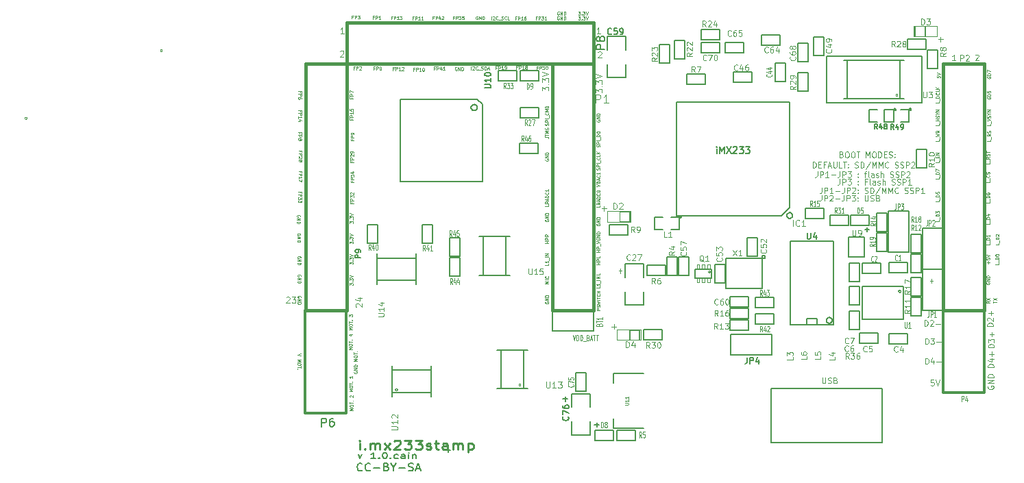
<source format=gto>
G04 (created by PCBNEW-RS274X (2011-05-31)-stable) date Fri 24 Feb 2012 05:38:00 PM COT*
G01*
G70*
G90*
%MOIN*%
G04 Gerber Fmt 3.4, Leading zero omitted, Abs format*
%FSLAX34Y34*%
G04 APERTURE LIST*
%ADD10C,0.006000*%
%ADD11C,0.003900*%
%ADD12C,0.003500*%
%ADD13C,0.006900*%
%ADD14C,0.009900*%
%ADD15C,0.007900*%
%ADD16C,0.004500*%
%ADD17C,0.008000*%
%ADD18C,0.007800*%
%ADD19C,0.000100*%
%ADD20C,0.005000*%
%ADD21C,0.015000*%
%ADD22C,0.012000*%
%ADD23C,0.002600*%
%ADD24C,0.007000*%
%ADD25C,0.004700*%
%ADD26C,0.002000*%
%ADD27C,0.004300*%
%ADD28C,0.004000*%
%ADD29C,0.005900*%
G04 APERTURE END LIST*
G54D10*
G54D11*
X48327Y-47980D02*
X48170Y-47980D01*
X48170Y-47920D01*
X48178Y-47905D01*
X48185Y-47897D01*
X48200Y-47890D01*
X48222Y-47890D01*
X48237Y-47897D01*
X48245Y-47905D01*
X48252Y-47920D01*
X48252Y-47980D01*
X48320Y-47830D02*
X48327Y-47808D01*
X48327Y-47770D01*
X48320Y-47755D01*
X48312Y-47748D01*
X48297Y-47740D01*
X48282Y-47740D01*
X48267Y-47748D01*
X48260Y-47755D01*
X48252Y-47770D01*
X48245Y-47800D01*
X48237Y-47815D01*
X48230Y-47823D01*
X48215Y-47830D01*
X48200Y-47830D01*
X48185Y-47823D01*
X48178Y-47815D01*
X48170Y-47800D01*
X48170Y-47763D01*
X48178Y-47740D01*
X48170Y-47688D02*
X48327Y-47650D01*
X48215Y-47620D01*
X48327Y-47590D01*
X48170Y-47553D01*
X48327Y-47494D02*
X48170Y-47494D01*
X48170Y-47441D02*
X48170Y-47351D01*
X48327Y-47396D02*
X48170Y-47396D01*
X48312Y-47209D02*
X48320Y-47216D01*
X48327Y-47239D01*
X48327Y-47254D01*
X48320Y-47276D01*
X48305Y-47291D01*
X48290Y-47299D01*
X48260Y-47306D01*
X48237Y-47306D01*
X48207Y-47299D01*
X48192Y-47291D01*
X48178Y-47276D01*
X48170Y-47254D01*
X48170Y-47239D01*
X48178Y-47216D01*
X48185Y-47209D01*
X48327Y-47142D02*
X48170Y-47142D01*
X48245Y-47142D02*
X48245Y-47052D01*
X48327Y-47052D02*
X48170Y-47052D01*
G54D12*
X35686Y-35381D02*
X35700Y-35367D01*
X35729Y-35352D01*
X35800Y-35352D01*
X35829Y-35367D01*
X35843Y-35381D01*
X35858Y-35410D01*
X35858Y-35438D01*
X35843Y-35481D01*
X35672Y-35652D01*
X35858Y-35652D01*
G54D11*
X36233Y-37627D02*
X36233Y-37680D01*
X36315Y-37680D02*
X36158Y-37680D01*
X36158Y-37605D01*
X36315Y-37545D02*
X36158Y-37545D01*
X36158Y-37485D01*
X36166Y-37470D01*
X36173Y-37462D01*
X36188Y-37455D01*
X36210Y-37455D01*
X36225Y-37462D01*
X36233Y-37470D01*
X36240Y-37485D01*
X36240Y-37545D01*
X36158Y-37403D02*
X36158Y-37298D01*
X36315Y-37365D01*
X36233Y-38663D02*
X36233Y-38716D01*
X36315Y-38716D02*
X36158Y-38716D01*
X36158Y-38641D01*
X36315Y-38581D02*
X36158Y-38581D01*
X36158Y-38521D01*
X36166Y-38506D01*
X36173Y-38498D01*
X36188Y-38491D01*
X36210Y-38491D01*
X36225Y-38498D01*
X36233Y-38506D01*
X36240Y-38521D01*
X36240Y-38581D01*
X36315Y-38341D02*
X36315Y-38431D01*
X36315Y-38386D02*
X36158Y-38386D01*
X36180Y-38401D01*
X36195Y-38416D01*
X36203Y-38431D01*
X36158Y-38199D02*
X36158Y-38274D01*
X36233Y-38281D01*
X36225Y-38274D01*
X36218Y-38259D01*
X36218Y-38221D01*
X36225Y-38206D01*
X36233Y-38199D01*
X36248Y-38191D01*
X36285Y-38191D01*
X36300Y-38199D01*
X36308Y-38206D01*
X36315Y-38221D01*
X36315Y-38259D01*
X36308Y-38274D01*
X36300Y-38281D01*
X33751Y-41263D02*
X33751Y-41210D01*
X33669Y-41210D02*
X33826Y-41210D01*
X33826Y-41285D01*
X33669Y-41345D02*
X33826Y-41345D01*
X33826Y-41405D01*
X33818Y-41420D01*
X33811Y-41428D01*
X33796Y-41435D01*
X33774Y-41435D01*
X33759Y-41428D01*
X33751Y-41420D01*
X33744Y-41405D01*
X33744Y-41345D01*
X33669Y-41585D02*
X33669Y-41495D01*
X33669Y-41540D02*
X33826Y-41540D01*
X33804Y-41525D01*
X33789Y-41510D01*
X33781Y-41495D01*
X33826Y-41637D02*
X33826Y-41742D01*
X33669Y-41675D01*
X36276Y-41706D02*
X36276Y-41759D01*
X36358Y-41759D02*
X36201Y-41759D01*
X36201Y-41684D01*
X36358Y-41624D02*
X36201Y-41624D01*
X36201Y-41564D01*
X36209Y-41549D01*
X36216Y-41541D01*
X36231Y-41534D01*
X36253Y-41534D01*
X36268Y-41541D01*
X36276Y-41549D01*
X36283Y-41564D01*
X36283Y-41624D01*
X36201Y-41482D02*
X36201Y-41384D01*
X36261Y-41437D01*
X36261Y-41414D01*
X36268Y-41399D01*
X36276Y-41392D01*
X36291Y-41384D01*
X36328Y-41384D01*
X36343Y-41392D01*
X36351Y-41399D01*
X36358Y-41414D01*
X36358Y-41459D01*
X36351Y-41474D01*
X36343Y-41482D01*
X36253Y-41249D02*
X36358Y-41249D01*
X36194Y-41287D02*
X36306Y-41324D01*
X36306Y-41227D01*
X33751Y-40274D02*
X33751Y-40221D01*
X33669Y-40221D02*
X33826Y-40221D01*
X33826Y-40296D01*
X33669Y-40356D02*
X33826Y-40356D01*
X33826Y-40416D01*
X33818Y-40431D01*
X33811Y-40439D01*
X33796Y-40446D01*
X33774Y-40446D01*
X33759Y-40439D01*
X33751Y-40431D01*
X33744Y-40416D01*
X33744Y-40356D01*
X33811Y-40506D02*
X33818Y-40513D01*
X33826Y-40528D01*
X33826Y-40566D01*
X33818Y-40581D01*
X33811Y-40588D01*
X33796Y-40596D01*
X33781Y-40596D01*
X33759Y-40588D01*
X33669Y-40498D01*
X33669Y-40596D01*
X33759Y-40686D02*
X33766Y-40671D01*
X33774Y-40663D01*
X33789Y-40656D01*
X33796Y-40656D01*
X33811Y-40663D01*
X33818Y-40671D01*
X33826Y-40686D01*
X33826Y-40716D01*
X33818Y-40731D01*
X33811Y-40738D01*
X33796Y-40746D01*
X33789Y-40746D01*
X33774Y-40738D01*
X33766Y-40731D01*
X33759Y-40716D01*
X33759Y-40686D01*
X33751Y-40671D01*
X33744Y-40663D01*
X33729Y-40656D01*
X33699Y-40656D01*
X33684Y-40663D01*
X33676Y-40671D01*
X33669Y-40686D01*
X33669Y-40716D01*
X33676Y-40731D01*
X33684Y-40738D01*
X33699Y-40746D01*
X33729Y-40746D01*
X33744Y-40738D01*
X33751Y-40731D01*
X33759Y-40716D01*
X33736Y-37389D02*
X33736Y-37336D01*
X33654Y-37336D02*
X33811Y-37336D01*
X33811Y-37411D01*
X33654Y-37471D02*
X33811Y-37471D01*
X33811Y-37531D01*
X33803Y-37546D01*
X33796Y-37554D01*
X33781Y-37561D01*
X33759Y-37561D01*
X33744Y-37554D01*
X33736Y-37546D01*
X33729Y-37531D01*
X33729Y-37471D01*
X33811Y-37696D02*
X33811Y-37666D01*
X33803Y-37651D01*
X33796Y-37643D01*
X33774Y-37628D01*
X33744Y-37621D01*
X33684Y-37621D01*
X33669Y-37628D01*
X33661Y-37636D01*
X33654Y-37651D01*
X33654Y-37681D01*
X33661Y-37696D01*
X33669Y-37703D01*
X33684Y-37711D01*
X33721Y-37711D01*
X33736Y-37703D01*
X33744Y-37696D01*
X33751Y-37681D01*
X33751Y-37651D01*
X33744Y-37636D01*
X33736Y-37628D01*
X33721Y-37621D01*
X36314Y-33725D02*
X36261Y-33725D01*
X36261Y-33807D02*
X36261Y-33650D01*
X36336Y-33650D01*
X36396Y-33807D02*
X36396Y-33650D01*
X36456Y-33650D01*
X36471Y-33658D01*
X36479Y-33665D01*
X36486Y-33680D01*
X36486Y-33702D01*
X36479Y-33717D01*
X36471Y-33725D01*
X36456Y-33732D01*
X36396Y-33732D01*
X36538Y-33650D02*
X36636Y-33650D01*
X36583Y-33710D01*
X36606Y-33710D01*
X36621Y-33717D01*
X36628Y-33725D01*
X36636Y-33740D01*
X36636Y-33777D01*
X36628Y-33792D01*
X36621Y-33800D01*
X36606Y-33807D01*
X36561Y-33807D01*
X36546Y-33800D01*
X36538Y-33792D01*
X39255Y-33772D02*
X39202Y-33772D01*
X39202Y-33854D02*
X39202Y-33697D01*
X39277Y-33697D01*
X39337Y-33854D02*
X39337Y-33697D01*
X39397Y-33697D01*
X39412Y-33705D01*
X39420Y-33712D01*
X39427Y-33727D01*
X39427Y-33749D01*
X39420Y-33764D01*
X39412Y-33772D01*
X39397Y-33779D01*
X39337Y-33779D01*
X39577Y-33854D02*
X39487Y-33854D01*
X39532Y-33854D02*
X39532Y-33697D01*
X39517Y-33719D01*
X39502Y-33734D01*
X39487Y-33742D01*
X39727Y-33854D02*
X39637Y-33854D01*
X39682Y-33854D02*
X39682Y-33697D01*
X39667Y-33719D01*
X39652Y-33734D01*
X39637Y-33742D01*
X43038Y-33843D02*
X43038Y-33686D01*
X43106Y-33701D02*
X43113Y-33694D01*
X43128Y-33686D01*
X43166Y-33686D01*
X43181Y-33694D01*
X43188Y-33701D01*
X43196Y-33716D01*
X43196Y-33731D01*
X43188Y-33753D01*
X43098Y-33843D01*
X43196Y-33843D01*
X43353Y-33828D02*
X43346Y-33836D01*
X43323Y-33843D01*
X43308Y-33843D01*
X43286Y-33836D01*
X43271Y-33821D01*
X43263Y-33806D01*
X43256Y-33776D01*
X43256Y-33753D01*
X43263Y-33723D01*
X43271Y-33708D01*
X43286Y-33694D01*
X43308Y-33686D01*
X43323Y-33686D01*
X43346Y-33694D01*
X43353Y-33701D01*
X43383Y-33858D02*
X43503Y-33858D01*
X43533Y-33836D02*
X43555Y-33843D01*
X43593Y-33843D01*
X43608Y-33836D01*
X43615Y-33828D01*
X43623Y-33813D01*
X43623Y-33798D01*
X43615Y-33783D01*
X43608Y-33776D01*
X43593Y-33768D01*
X43563Y-33761D01*
X43548Y-33753D01*
X43540Y-33746D01*
X43533Y-33731D01*
X43533Y-33716D01*
X43540Y-33701D01*
X43548Y-33694D01*
X43563Y-33686D01*
X43600Y-33686D01*
X43623Y-33694D01*
X43780Y-33828D02*
X43773Y-33836D01*
X43750Y-33843D01*
X43735Y-33843D01*
X43713Y-33836D01*
X43698Y-33821D01*
X43690Y-33806D01*
X43683Y-33776D01*
X43683Y-33753D01*
X43690Y-33723D01*
X43698Y-33708D01*
X43713Y-33694D01*
X43735Y-33686D01*
X43750Y-33686D01*
X43773Y-33694D01*
X43780Y-33701D01*
X43922Y-33843D02*
X43847Y-33843D01*
X43847Y-33686D01*
X44251Y-33780D02*
X44198Y-33780D01*
X44198Y-33862D02*
X44198Y-33705D01*
X44273Y-33705D01*
X44333Y-33862D02*
X44333Y-33705D01*
X44393Y-33705D01*
X44408Y-33713D01*
X44416Y-33720D01*
X44423Y-33735D01*
X44423Y-33757D01*
X44416Y-33772D01*
X44408Y-33780D01*
X44393Y-33787D01*
X44333Y-33787D01*
X44573Y-33862D02*
X44483Y-33862D01*
X44528Y-33862D02*
X44528Y-33705D01*
X44513Y-33727D01*
X44498Y-33742D01*
X44483Y-33750D01*
X44708Y-33705D02*
X44678Y-33705D01*
X44663Y-33713D01*
X44655Y-33720D01*
X44640Y-33742D01*
X44633Y-33772D01*
X44633Y-33832D01*
X44640Y-33847D01*
X44648Y-33855D01*
X44663Y-33862D01*
X44693Y-33862D01*
X44708Y-33855D01*
X44715Y-33847D01*
X44723Y-33832D01*
X44723Y-33795D01*
X44715Y-33780D01*
X44708Y-33772D01*
X44693Y-33765D01*
X44663Y-33765D01*
X44648Y-33772D01*
X44640Y-33780D01*
X44633Y-33795D01*
X45251Y-33772D02*
X45198Y-33772D01*
X45198Y-33854D02*
X45198Y-33697D01*
X45273Y-33697D01*
X45333Y-33854D02*
X45333Y-33697D01*
X45393Y-33697D01*
X45408Y-33705D01*
X45416Y-33712D01*
X45423Y-33727D01*
X45423Y-33749D01*
X45416Y-33764D01*
X45408Y-33772D01*
X45393Y-33779D01*
X45333Y-33779D01*
X45475Y-33697D02*
X45573Y-33697D01*
X45520Y-33757D01*
X45543Y-33757D01*
X45558Y-33764D01*
X45565Y-33772D01*
X45573Y-33787D01*
X45573Y-33824D01*
X45565Y-33839D01*
X45558Y-33847D01*
X45543Y-33854D01*
X45498Y-33854D01*
X45483Y-33847D01*
X45475Y-33839D01*
X45723Y-33854D02*
X45633Y-33854D01*
X45678Y-33854D02*
X45678Y-33697D01*
X45663Y-33719D01*
X45648Y-33734D01*
X45633Y-33742D01*
X41235Y-33757D02*
X41182Y-33757D01*
X41182Y-33839D02*
X41182Y-33682D01*
X41257Y-33682D01*
X41317Y-33839D02*
X41317Y-33682D01*
X41377Y-33682D01*
X41392Y-33690D01*
X41400Y-33697D01*
X41407Y-33712D01*
X41407Y-33734D01*
X41400Y-33749D01*
X41392Y-33757D01*
X41377Y-33764D01*
X41317Y-33764D01*
X41459Y-33682D02*
X41557Y-33682D01*
X41504Y-33742D01*
X41527Y-33742D01*
X41542Y-33749D01*
X41549Y-33757D01*
X41557Y-33772D01*
X41557Y-33809D01*
X41549Y-33824D01*
X41542Y-33832D01*
X41527Y-33839D01*
X41482Y-33839D01*
X41467Y-33832D01*
X41459Y-33824D01*
X41699Y-33682D02*
X41624Y-33682D01*
X41617Y-33757D01*
X41624Y-33749D01*
X41639Y-33742D01*
X41677Y-33742D01*
X41692Y-33749D01*
X41699Y-33757D01*
X41707Y-33772D01*
X41707Y-33809D01*
X41699Y-33824D01*
X41692Y-33832D01*
X41677Y-33839D01*
X41639Y-33839D01*
X41624Y-33832D01*
X41617Y-33824D01*
X40247Y-33757D02*
X40194Y-33757D01*
X40194Y-33839D02*
X40194Y-33682D01*
X40269Y-33682D01*
X40329Y-33839D02*
X40329Y-33682D01*
X40389Y-33682D01*
X40404Y-33690D01*
X40412Y-33697D01*
X40419Y-33712D01*
X40419Y-33734D01*
X40412Y-33749D01*
X40404Y-33757D01*
X40389Y-33764D01*
X40329Y-33764D01*
X40554Y-33734D02*
X40554Y-33839D01*
X40516Y-33675D02*
X40479Y-33787D01*
X40576Y-33787D01*
X40629Y-33697D02*
X40636Y-33690D01*
X40651Y-33682D01*
X40689Y-33682D01*
X40704Y-33690D01*
X40711Y-33697D01*
X40719Y-33712D01*
X40719Y-33727D01*
X40711Y-33749D01*
X40621Y-33839D01*
X40719Y-33839D01*
X39302Y-36261D02*
X39249Y-36261D01*
X39249Y-36343D02*
X39249Y-36186D01*
X39324Y-36186D01*
X39384Y-36343D02*
X39384Y-36186D01*
X39444Y-36186D01*
X39459Y-36194D01*
X39467Y-36201D01*
X39474Y-36216D01*
X39474Y-36238D01*
X39467Y-36253D01*
X39459Y-36261D01*
X39444Y-36268D01*
X39384Y-36268D01*
X39624Y-36343D02*
X39534Y-36343D01*
X39579Y-36343D02*
X39579Y-36186D01*
X39564Y-36208D01*
X39549Y-36223D01*
X39534Y-36231D01*
X39721Y-36186D02*
X39736Y-36186D01*
X39751Y-36194D01*
X39759Y-36201D01*
X39766Y-36216D01*
X39774Y-36246D01*
X39774Y-36283D01*
X39766Y-36313D01*
X39759Y-36328D01*
X39751Y-36336D01*
X39736Y-36343D01*
X39721Y-36343D01*
X39706Y-36336D01*
X39699Y-36328D01*
X39691Y-36313D01*
X39684Y-36283D01*
X39684Y-36246D01*
X39691Y-36216D01*
X39699Y-36201D01*
X39706Y-36194D01*
X39721Y-36186D01*
X37365Y-36217D02*
X37312Y-36217D01*
X37312Y-36299D02*
X37312Y-36142D01*
X37387Y-36142D01*
X37447Y-36299D02*
X37447Y-36142D01*
X37507Y-36142D01*
X37522Y-36150D01*
X37530Y-36157D01*
X37537Y-36172D01*
X37537Y-36194D01*
X37530Y-36209D01*
X37522Y-36217D01*
X37507Y-36224D01*
X37447Y-36224D01*
X37634Y-36142D02*
X37649Y-36142D01*
X37664Y-36150D01*
X37672Y-36157D01*
X37679Y-36172D01*
X37687Y-36202D01*
X37687Y-36239D01*
X37679Y-36269D01*
X37672Y-36284D01*
X37664Y-36292D01*
X37649Y-36299D01*
X37634Y-36299D01*
X37619Y-36292D01*
X37612Y-36284D01*
X37604Y-36269D01*
X37597Y-36239D01*
X37597Y-36202D01*
X37604Y-36172D01*
X37612Y-36157D01*
X37619Y-36150D01*
X37634Y-36142D01*
X36389Y-36201D02*
X36336Y-36201D01*
X36336Y-36283D02*
X36336Y-36126D01*
X36411Y-36126D01*
X36471Y-36283D02*
X36471Y-36126D01*
X36531Y-36126D01*
X36546Y-36134D01*
X36554Y-36141D01*
X36561Y-36156D01*
X36561Y-36178D01*
X36554Y-36193D01*
X36546Y-36201D01*
X36531Y-36208D01*
X36471Y-36208D01*
X36621Y-36141D02*
X36628Y-36134D01*
X36643Y-36126D01*
X36681Y-36126D01*
X36696Y-36134D01*
X36703Y-36141D01*
X36711Y-36156D01*
X36711Y-36171D01*
X36703Y-36193D01*
X36613Y-36283D01*
X36711Y-36283D01*
X38310Y-36233D02*
X38257Y-36233D01*
X38257Y-36315D02*
X38257Y-36158D01*
X38332Y-36158D01*
X38392Y-36315D02*
X38392Y-36158D01*
X38452Y-36158D01*
X38467Y-36166D01*
X38475Y-36173D01*
X38482Y-36188D01*
X38482Y-36210D01*
X38475Y-36225D01*
X38467Y-36233D01*
X38452Y-36240D01*
X38392Y-36240D01*
X38632Y-36315D02*
X38542Y-36315D01*
X38587Y-36315D02*
X38587Y-36158D01*
X38572Y-36180D01*
X38557Y-36195D01*
X38542Y-36203D01*
X38692Y-36173D02*
X38699Y-36166D01*
X38714Y-36158D01*
X38752Y-36158D01*
X38767Y-36166D01*
X38774Y-36173D01*
X38782Y-36188D01*
X38782Y-36203D01*
X38774Y-36225D01*
X38684Y-36315D01*
X38782Y-36315D01*
X46330Y-33694D02*
X46315Y-33686D01*
X46292Y-33686D01*
X46270Y-33694D01*
X46255Y-33708D01*
X46247Y-33723D01*
X46240Y-33753D01*
X46240Y-33776D01*
X46247Y-33806D01*
X46255Y-33821D01*
X46270Y-33836D01*
X46292Y-33843D01*
X46307Y-33843D01*
X46330Y-33836D01*
X46337Y-33828D01*
X46337Y-33776D01*
X46307Y-33776D01*
X46404Y-33843D02*
X46404Y-33686D01*
X46494Y-33843D01*
X46494Y-33686D01*
X46568Y-33843D02*
X46568Y-33686D01*
X46606Y-33686D01*
X46628Y-33694D01*
X46643Y-33708D01*
X46651Y-33723D01*
X46658Y-33753D01*
X46658Y-33776D01*
X46651Y-33806D01*
X46643Y-33821D01*
X46628Y-33836D01*
X46606Y-33843D01*
X46568Y-33843D01*
X47263Y-33697D02*
X47361Y-33697D01*
X47308Y-33757D01*
X47331Y-33757D01*
X47346Y-33764D01*
X47353Y-33772D01*
X47361Y-33787D01*
X47361Y-33824D01*
X47353Y-33839D01*
X47346Y-33847D01*
X47331Y-33854D01*
X47286Y-33854D01*
X47271Y-33847D01*
X47263Y-33839D01*
X47428Y-33839D02*
X47436Y-33847D01*
X47428Y-33854D01*
X47421Y-33847D01*
X47428Y-33839D01*
X47428Y-33854D01*
X47488Y-33697D02*
X47586Y-33697D01*
X47533Y-33757D01*
X47556Y-33757D01*
X47571Y-33764D01*
X47578Y-33772D01*
X47586Y-33787D01*
X47586Y-33824D01*
X47578Y-33839D01*
X47571Y-33847D01*
X47556Y-33854D01*
X47511Y-33854D01*
X47496Y-33847D01*
X47488Y-33839D01*
X47631Y-33697D02*
X47683Y-33854D01*
X47736Y-33697D01*
X40306Y-36217D02*
X40253Y-36217D01*
X40253Y-36299D02*
X40253Y-36142D01*
X40328Y-36142D01*
X40388Y-36299D02*
X40388Y-36142D01*
X40448Y-36142D01*
X40463Y-36150D01*
X40471Y-36157D01*
X40478Y-36172D01*
X40478Y-36194D01*
X40471Y-36209D01*
X40463Y-36217D01*
X40448Y-36224D01*
X40388Y-36224D01*
X40613Y-36194D02*
X40613Y-36299D01*
X40575Y-36135D02*
X40538Y-36247D01*
X40635Y-36247D01*
X40778Y-36299D02*
X40688Y-36299D01*
X40733Y-36299D02*
X40733Y-36142D01*
X40718Y-36164D01*
X40703Y-36179D01*
X40688Y-36187D01*
X42373Y-33690D02*
X42358Y-33682D01*
X42335Y-33682D01*
X42313Y-33690D01*
X42298Y-33704D01*
X42290Y-33719D01*
X42283Y-33749D01*
X42283Y-33772D01*
X42290Y-33802D01*
X42298Y-33817D01*
X42313Y-33832D01*
X42335Y-33839D01*
X42350Y-33839D01*
X42373Y-33832D01*
X42380Y-33824D01*
X42380Y-33772D01*
X42350Y-33772D01*
X42447Y-33839D02*
X42447Y-33682D01*
X42537Y-33839D01*
X42537Y-33682D01*
X42611Y-33839D02*
X42611Y-33682D01*
X42649Y-33682D01*
X42671Y-33690D01*
X42686Y-33704D01*
X42694Y-33719D01*
X42701Y-33749D01*
X42701Y-33772D01*
X42694Y-33802D01*
X42686Y-33817D01*
X42671Y-33832D01*
X42649Y-33839D01*
X42611Y-33839D01*
X33736Y-38325D02*
X33736Y-38272D01*
X33654Y-38272D02*
X33811Y-38272D01*
X33811Y-38347D01*
X33654Y-38407D02*
X33811Y-38407D01*
X33811Y-38467D01*
X33803Y-38482D01*
X33796Y-38490D01*
X33781Y-38497D01*
X33759Y-38497D01*
X33744Y-38490D01*
X33736Y-38482D01*
X33729Y-38467D01*
X33729Y-38407D01*
X33654Y-38647D02*
X33654Y-38557D01*
X33654Y-38602D02*
X33811Y-38602D01*
X33789Y-38587D01*
X33774Y-38572D01*
X33766Y-38557D01*
X33759Y-38782D02*
X33654Y-38782D01*
X33818Y-38744D02*
X33706Y-38707D01*
X33706Y-38804D01*
X36276Y-39666D02*
X36276Y-39719D01*
X36358Y-39719D02*
X36201Y-39719D01*
X36201Y-39644D01*
X36358Y-39584D02*
X36201Y-39584D01*
X36201Y-39524D01*
X36209Y-39509D01*
X36216Y-39501D01*
X36231Y-39494D01*
X36253Y-39494D01*
X36268Y-39501D01*
X36276Y-39509D01*
X36283Y-39524D01*
X36283Y-39584D01*
X36358Y-39419D02*
X36358Y-39389D01*
X36351Y-39374D01*
X36343Y-39367D01*
X36321Y-39352D01*
X36291Y-39344D01*
X36231Y-39344D01*
X36216Y-39352D01*
X36209Y-39359D01*
X36201Y-39374D01*
X36201Y-39404D01*
X36209Y-39419D01*
X36216Y-39427D01*
X36231Y-39434D01*
X36268Y-39434D01*
X36283Y-39427D01*
X36291Y-39419D01*
X36298Y-39404D01*
X36298Y-39374D01*
X36291Y-39359D01*
X36283Y-39352D01*
X36268Y-39344D01*
X36261Y-42726D02*
X36261Y-42779D01*
X36343Y-42779D02*
X36186Y-42779D01*
X36186Y-42704D01*
X36343Y-42644D02*
X36186Y-42644D01*
X36186Y-42584D01*
X36194Y-42569D01*
X36201Y-42561D01*
X36216Y-42554D01*
X36238Y-42554D01*
X36253Y-42561D01*
X36261Y-42569D01*
X36268Y-42584D01*
X36268Y-42644D01*
X36186Y-42502D02*
X36186Y-42404D01*
X36246Y-42457D01*
X36246Y-42434D01*
X36253Y-42419D01*
X36261Y-42412D01*
X36276Y-42404D01*
X36313Y-42404D01*
X36328Y-42412D01*
X36336Y-42419D01*
X36343Y-42434D01*
X36343Y-42479D01*
X36336Y-42494D01*
X36328Y-42502D01*
X36201Y-42344D02*
X36194Y-42337D01*
X36186Y-42322D01*
X36186Y-42284D01*
X36194Y-42269D01*
X36201Y-42262D01*
X36216Y-42254D01*
X36231Y-42254D01*
X36253Y-42262D01*
X36343Y-42352D01*
X36343Y-42254D01*
X33736Y-42270D02*
X33736Y-42217D01*
X33654Y-42217D02*
X33811Y-42217D01*
X33811Y-42292D01*
X33654Y-42352D02*
X33811Y-42352D01*
X33811Y-42412D01*
X33803Y-42427D01*
X33796Y-42435D01*
X33781Y-42442D01*
X33759Y-42442D01*
X33744Y-42435D01*
X33736Y-42427D01*
X33729Y-42412D01*
X33729Y-42352D01*
X33811Y-42494D02*
X33811Y-42592D01*
X33751Y-42539D01*
X33751Y-42562D01*
X33744Y-42577D01*
X33736Y-42584D01*
X33721Y-42592D01*
X33684Y-42592D01*
X33669Y-42584D01*
X33661Y-42577D01*
X33654Y-42562D01*
X33654Y-42517D01*
X33661Y-42502D01*
X33669Y-42494D01*
X33811Y-42644D02*
X33811Y-42742D01*
X33751Y-42689D01*
X33751Y-42712D01*
X33744Y-42727D01*
X33736Y-42734D01*
X33721Y-42742D01*
X33684Y-42742D01*
X33669Y-42734D01*
X33661Y-42727D01*
X33654Y-42712D01*
X33654Y-42667D01*
X33661Y-42652D01*
X33669Y-42644D01*
X37334Y-33741D02*
X37281Y-33741D01*
X37281Y-33823D02*
X37281Y-33666D01*
X37356Y-33666D01*
X37416Y-33823D02*
X37416Y-33666D01*
X37476Y-33666D01*
X37491Y-33674D01*
X37499Y-33681D01*
X37506Y-33696D01*
X37506Y-33718D01*
X37499Y-33733D01*
X37491Y-33741D01*
X37476Y-33748D01*
X37416Y-33748D01*
X37656Y-33823D02*
X37566Y-33823D01*
X37611Y-33823D02*
X37611Y-33666D01*
X37596Y-33688D01*
X37581Y-33703D01*
X37566Y-33711D01*
X38219Y-33757D02*
X38166Y-33757D01*
X38166Y-33839D02*
X38166Y-33682D01*
X38241Y-33682D01*
X38301Y-33839D02*
X38301Y-33682D01*
X38361Y-33682D01*
X38376Y-33690D01*
X38384Y-33697D01*
X38391Y-33712D01*
X38391Y-33734D01*
X38384Y-33749D01*
X38376Y-33757D01*
X38361Y-33764D01*
X38301Y-33764D01*
X38541Y-33839D02*
X38451Y-33839D01*
X38496Y-33839D02*
X38496Y-33682D01*
X38481Y-33704D01*
X38466Y-33719D01*
X38451Y-33727D01*
X38593Y-33682D02*
X38691Y-33682D01*
X38638Y-33742D01*
X38661Y-33742D01*
X38676Y-33749D01*
X38683Y-33757D01*
X38691Y-33772D01*
X38691Y-33809D01*
X38683Y-33824D01*
X38676Y-33832D01*
X38661Y-33839D01*
X38616Y-33839D01*
X38601Y-33832D01*
X38593Y-33824D01*
X36261Y-40730D02*
X36261Y-40783D01*
X36343Y-40783D02*
X36186Y-40783D01*
X36186Y-40708D01*
X36343Y-40648D02*
X36186Y-40648D01*
X36186Y-40588D01*
X36194Y-40573D01*
X36201Y-40565D01*
X36216Y-40558D01*
X36238Y-40558D01*
X36253Y-40565D01*
X36261Y-40573D01*
X36268Y-40588D01*
X36268Y-40648D01*
X36201Y-40498D02*
X36194Y-40491D01*
X36186Y-40476D01*
X36186Y-40438D01*
X36194Y-40423D01*
X36201Y-40416D01*
X36216Y-40408D01*
X36231Y-40408D01*
X36253Y-40416D01*
X36343Y-40506D01*
X36343Y-40408D01*
X36343Y-40333D02*
X36343Y-40303D01*
X36336Y-40288D01*
X36328Y-40281D01*
X36306Y-40266D01*
X36276Y-40258D01*
X36216Y-40258D01*
X36201Y-40266D01*
X36194Y-40273D01*
X36186Y-40288D01*
X36186Y-40318D01*
X36194Y-40333D01*
X36201Y-40341D01*
X36216Y-40348D01*
X36253Y-40348D01*
X36268Y-40341D01*
X36276Y-40333D01*
X36283Y-40318D01*
X36283Y-40288D01*
X36276Y-40273D01*
X36268Y-40266D01*
X36253Y-40258D01*
X33720Y-39389D02*
X33720Y-39336D01*
X33638Y-39336D02*
X33795Y-39336D01*
X33795Y-39411D01*
X33638Y-39471D02*
X33795Y-39471D01*
X33795Y-39531D01*
X33787Y-39546D01*
X33780Y-39554D01*
X33765Y-39561D01*
X33743Y-39561D01*
X33728Y-39554D01*
X33720Y-39546D01*
X33713Y-39531D01*
X33713Y-39471D01*
X33728Y-39651D02*
X33735Y-39636D01*
X33743Y-39628D01*
X33758Y-39621D01*
X33765Y-39621D01*
X33780Y-39628D01*
X33787Y-39636D01*
X33795Y-39651D01*
X33795Y-39681D01*
X33787Y-39696D01*
X33780Y-39703D01*
X33765Y-39711D01*
X33758Y-39711D01*
X33743Y-39703D01*
X33735Y-39696D01*
X33728Y-39681D01*
X33728Y-39651D01*
X33720Y-39636D01*
X33713Y-39628D01*
X33698Y-39621D01*
X33668Y-39621D01*
X33653Y-39628D01*
X33645Y-39636D01*
X33638Y-39651D01*
X33638Y-39681D01*
X33645Y-39696D01*
X33653Y-39703D01*
X33668Y-39711D01*
X33698Y-39711D01*
X33713Y-39703D01*
X33720Y-39696D01*
X33728Y-39681D01*
X33775Y-47370D02*
X33783Y-47355D01*
X33783Y-47332D01*
X33775Y-47310D01*
X33761Y-47295D01*
X33746Y-47287D01*
X33716Y-47280D01*
X33693Y-47280D01*
X33663Y-47287D01*
X33648Y-47295D01*
X33633Y-47310D01*
X33626Y-47332D01*
X33626Y-47347D01*
X33633Y-47370D01*
X33641Y-47377D01*
X33693Y-47377D01*
X33693Y-47347D01*
X33626Y-47444D02*
X33783Y-47444D01*
X33626Y-47534D01*
X33783Y-47534D01*
X33626Y-47608D02*
X33783Y-47608D01*
X33783Y-47646D01*
X33775Y-47668D01*
X33761Y-47683D01*
X33746Y-47691D01*
X33716Y-47698D01*
X33693Y-47698D01*
X33663Y-47691D01*
X33648Y-47683D01*
X33633Y-47668D01*
X33626Y-47646D01*
X33626Y-47608D01*
X33764Y-46342D02*
X33772Y-46327D01*
X33772Y-46304D01*
X33764Y-46282D01*
X33750Y-46267D01*
X33735Y-46259D01*
X33705Y-46252D01*
X33682Y-46252D01*
X33652Y-46259D01*
X33637Y-46267D01*
X33622Y-46282D01*
X33615Y-46304D01*
X33615Y-46319D01*
X33622Y-46342D01*
X33630Y-46349D01*
X33682Y-46349D01*
X33682Y-46319D01*
X33615Y-46416D02*
X33772Y-46416D01*
X33615Y-46506D01*
X33772Y-46506D01*
X33615Y-46580D02*
X33772Y-46580D01*
X33772Y-46618D01*
X33764Y-46640D01*
X33750Y-46655D01*
X33735Y-46663D01*
X33705Y-46670D01*
X33682Y-46670D01*
X33652Y-46663D01*
X33637Y-46655D01*
X33622Y-46640D01*
X33615Y-46618D01*
X33615Y-46580D01*
X33755Y-45440D02*
X33763Y-45425D01*
X33763Y-45402D01*
X33755Y-45380D01*
X33741Y-45365D01*
X33726Y-45357D01*
X33696Y-45350D01*
X33673Y-45350D01*
X33643Y-45357D01*
X33628Y-45365D01*
X33613Y-45380D01*
X33606Y-45402D01*
X33606Y-45417D01*
X33613Y-45440D01*
X33621Y-45447D01*
X33673Y-45447D01*
X33673Y-45417D01*
X33606Y-45514D02*
X33763Y-45514D01*
X33606Y-45604D01*
X33763Y-45604D01*
X33606Y-45678D02*
X33763Y-45678D01*
X33763Y-45716D01*
X33755Y-45738D01*
X33741Y-45753D01*
X33726Y-45761D01*
X33696Y-45768D01*
X33673Y-45768D01*
X33643Y-45761D01*
X33628Y-45753D01*
X33613Y-45738D01*
X33606Y-45716D01*
X33606Y-45678D01*
X33735Y-43440D02*
X33743Y-43425D01*
X33743Y-43402D01*
X33735Y-43380D01*
X33721Y-43365D01*
X33706Y-43357D01*
X33676Y-43350D01*
X33653Y-43350D01*
X33623Y-43357D01*
X33608Y-43365D01*
X33593Y-43380D01*
X33586Y-43402D01*
X33586Y-43417D01*
X33593Y-43440D01*
X33601Y-43447D01*
X33653Y-43447D01*
X33653Y-43417D01*
X33586Y-43514D02*
X33743Y-43514D01*
X33586Y-43604D01*
X33743Y-43604D01*
X33586Y-43678D02*
X33743Y-43678D01*
X33743Y-43716D01*
X33735Y-43738D01*
X33721Y-43753D01*
X33706Y-43761D01*
X33676Y-43768D01*
X33653Y-43768D01*
X33623Y-43761D01*
X33608Y-43753D01*
X33593Y-43738D01*
X33586Y-43716D01*
X33586Y-43678D01*
X36146Y-46760D02*
X36146Y-46662D01*
X36206Y-46715D01*
X36206Y-46692D01*
X36213Y-46677D01*
X36221Y-46670D01*
X36236Y-46662D01*
X36273Y-46662D01*
X36288Y-46670D01*
X36296Y-46677D01*
X36303Y-46692D01*
X36303Y-46737D01*
X36296Y-46752D01*
X36288Y-46760D01*
X36288Y-46595D02*
X36296Y-46587D01*
X36303Y-46595D01*
X36296Y-46602D01*
X36288Y-46595D01*
X36303Y-46595D01*
X36146Y-46535D02*
X36146Y-46437D01*
X36206Y-46490D01*
X36206Y-46467D01*
X36213Y-46452D01*
X36221Y-46445D01*
X36236Y-46437D01*
X36273Y-46437D01*
X36288Y-46445D01*
X36296Y-46452D01*
X36303Y-46467D01*
X36303Y-46512D01*
X36296Y-46527D01*
X36288Y-46535D01*
X36146Y-46392D02*
X36303Y-46340D01*
X36146Y-46287D01*
X36146Y-45741D02*
X36146Y-45643D01*
X36206Y-45696D01*
X36206Y-45673D01*
X36213Y-45658D01*
X36221Y-45651D01*
X36236Y-45643D01*
X36273Y-45643D01*
X36288Y-45651D01*
X36296Y-45658D01*
X36303Y-45673D01*
X36303Y-45718D01*
X36296Y-45733D01*
X36288Y-45741D01*
X36288Y-45576D02*
X36296Y-45568D01*
X36303Y-45576D01*
X36296Y-45583D01*
X36288Y-45576D01*
X36303Y-45576D01*
X36146Y-45516D02*
X36146Y-45418D01*
X36206Y-45471D01*
X36206Y-45448D01*
X36213Y-45433D01*
X36221Y-45426D01*
X36236Y-45418D01*
X36273Y-45418D01*
X36288Y-45426D01*
X36296Y-45433D01*
X36303Y-45448D01*
X36303Y-45493D01*
X36296Y-45508D01*
X36288Y-45516D01*
X36146Y-45373D02*
X36303Y-45321D01*
X36146Y-45268D01*
X43310Y-36178D02*
X43257Y-36178D01*
X43257Y-36260D02*
X43257Y-36103D01*
X43332Y-36103D01*
X43392Y-36260D02*
X43392Y-36103D01*
X43452Y-36103D01*
X43467Y-36111D01*
X43475Y-36118D01*
X43482Y-36133D01*
X43482Y-36155D01*
X43475Y-36170D01*
X43467Y-36178D01*
X43452Y-36185D01*
X43392Y-36185D01*
X43632Y-36260D02*
X43542Y-36260D01*
X43587Y-36260D02*
X43587Y-36103D01*
X43572Y-36125D01*
X43557Y-36140D01*
X43542Y-36148D01*
X43707Y-36260D02*
X43737Y-36260D01*
X43752Y-36253D01*
X43759Y-36245D01*
X43774Y-36223D01*
X43782Y-36193D01*
X43782Y-36133D01*
X43774Y-36118D01*
X43767Y-36111D01*
X43752Y-36103D01*
X43722Y-36103D01*
X43707Y-36111D01*
X43699Y-36118D01*
X43692Y-36133D01*
X43692Y-36170D01*
X43699Y-36185D01*
X43707Y-36193D01*
X43722Y-36200D01*
X43752Y-36200D01*
X43767Y-36193D01*
X43774Y-36185D01*
X43782Y-36170D01*
X44310Y-36170D02*
X44257Y-36170D01*
X44257Y-36252D02*
X44257Y-36095D01*
X44332Y-36095D01*
X44392Y-36252D02*
X44392Y-36095D01*
X44452Y-36095D01*
X44467Y-36103D01*
X44475Y-36110D01*
X44482Y-36125D01*
X44482Y-36147D01*
X44475Y-36162D01*
X44467Y-36170D01*
X44452Y-36177D01*
X44392Y-36177D01*
X44632Y-36252D02*
X44542Y-36252D01*
X44587Y-36252D02*
X44587Y-36095D01*
X44572Y-36117D01*
X44557Y-36132D01*
X44542Y-36140D01*
X44722Y-36162D02*
X44707Y-36155D01*
X44699Y-36147D01*
X44692Y-36132D01*
X44692Y-36125D01*
X44699Y-36110D01*
X44707Y-36103D01*
X44722Y-36095D01*
X44752Y-36095D01*
X44767Y-36103D01*
X44774Y-36110D01*
X44782Y-36125D01*
X44782Y-36132D01*
X44774Y-36147D01*
X44767Y-36155D01*
X44752Y-36162D01*
X44722Y-36162D01*
X44707Y-36170D01*
X44699Y-36177D01*
X44692Y-36192D01*
X44692Y-36222D01*
X44699Y-36237D01*
X44707Y-36245D01*
X44722Y-36252D01*
X44752Y-36252D01*
X44767Y-36245D01*
X44774Y-36237D01*
X44782Y-36222D01*
X44782Y-36192D01*
X44774Y-36177D01*
X44767Y-36170D01*
X44752Y-36162D01*
X42057Y-36283D02*
X42057Y-36126D01*
X42125Y-36141D02*
X42132Y-36134D01*
X42147Y-36126D01*
X42185Y-36126D01*
X42200Y-36134D01*
X42207Y-36141D01*
X42215Y-36156D01*
X42215Y-36171D01*
X42207Y-36193D01*
X42117Y-36283D01*
X42215Y-36283D01*
X42372Y-36268D02*
X42365Y-36276D01*
X42342Y-36283D01*
X42327Y-36283D01*
X42305Y-36276D01*
X42290Y-36261D01*
X42282Y-36246D01*
X42275Y-36216D01*
X42275Y-36193D01*
X42282Y-36163D01*
X42290Y-36148D01*
X42305Y-36134D01*
X42327Y-36126D01*
X42342Y-36126D01*
X42365Y-36134D01*
X42372Y-36141D01*
X42402Y-36298D02*
X42522Y-36298D01*
X42552Y-36276D02*
X42574Y-36283D01*
X42612Y-36283D01*
X42627Y-36276D01*
X42634Y-36268D01*
X42642Y-36253D01*
X42642Y-36238D01*
X42634Y-36223D01*
X42627Y-36216D01*
X42612Y-36208D01*
X42582Y-36201D01*
X42567Y-36193D01*
X42559Y-36186D01*
X42552Y-36171D01*
X42552Y-36156D01*
X42559Y-36141D01*
X42567Y-36134D01*
X42582Y-36126D01*
X42619Y-36126D01*
X42642Y-36134D01*
X42709Y-36283D02*
X42709Y-36126D01*
X42747Y-36126D01*
X42769Y-36134D01*
X42784Y-36148D01*
X42792Y-36163D01*
X42799Y-36193D01*
X42799Y-36216D01*
X42792Y-36246D01*
X42784Y-36261D01*
X42769Y-36276D01*
X42747Y-36283D01*
X42709Y-36283D01*
X42859Y-36238D02*
X42934Y-36238D01*
X42844Y-36283D02*
X42896Y-36126D01*
X42949Y-36283D01*
X41353Y-36166D02*
X41338Y-36158D01*
X41315Y-36158D01*
X41293Y-36166D01*
X41278Y-36180D01*
X41270Y-36195D01*
X41263Y-36225D01*
X41263Y-36248D01*
X41270Y-36278D01*
X41278Y-36293D01*
X41293Y-36308D01*
X41315Y-36315D01*
X41330Y-36315D01*
X41353Y-36308D01*
X41360Y-36300D01*
X41360Y-36248D01*
X41330Y-36248D01*
X41427Y-36315D02*
X41427Y-36158D01*
X41517Y-36315D01*
X41517Y-36158D01*
X41591Y-36315D02*
X41591Y-36158D01*
X41629Y-36158D01*
X41651Y-36166D01*
X41666Y-36180D01*
X41674Y-36195D01*
X41681Y-36225D01*
X41681Y-36248D01*
X41674Y-36278D01*
X41666Y-36293D01*
X41651Y-36308D01*
X41629Y-36315D01*
X41591Y-36315D01*
X45298Y-36186D02*
X45245Y-36186D01*
X45245Y-36268D02*
X45245Y-36111D01*
X45320Y-36111D01*
X45380Y-36268D02*
X45380Y-36111D01*
X45440Y-36111D01*
X45455Y-36119D01*
X45463Y-36126D01*
X45470Y-36141D01*
X45470Y-36163D01*
X45463Y-36178D01*
X45455Y-36186D01*
X45440Y-36193D01*
X45380Y-36193D01*
X45522Y-36111D02*
X45620Y-36111D01*
X45567Y-36171D01*
X45590Y-36171D01*
X45605Y-36178D01*
X45612Y-36186D01*
X45620Y-36201D01*
X45620Y-36238D01*
X45612Y-36253D01*
X45605Y-36261D01*
X45590Y-36268D01*
X45545Y-36268D01*
X45530Y-36261D01*
X45522Y-36253D01*
X45717Y-36111D02*
X45732Y-36111D01*
X45747Y-36119D01*
X45755Y-36126D01*
X45762Y-36141D01*
X45770Y-36171D01*
X45770Y-36208D01*
X45762Y-36238D01*
X45755Y-36253D01*
X45747Y-36261D01*
X45732Y-36268D01*
X45717Y-36268D01*
X45702Y-36261D01*
X45695Y-36253D01*
X45687Y-36238D01*
X45680Y-36208D01*
X45680Y-36171D01*
X45687Y-36141D01*
X45695Y-36126D01*
X45702Y-36119D01*
X45717Y-36111D01*
X46330Y-33465D02*
X46315Y-33457D01*
X46292Y-33457D01*
X46270Y-33465D01*
X46255Y-33479D01*
X46247Y-33494D01*
X46240Y-33524D01*
X46240Y-33547D01*
X46247Y-33577D01*
X46255Y-33592D01*
X46270Y-33607D01*
X46292Y-33614D01*
X46307Y-33614D01*
X46330Y-33607D01*
X46337Y-33599D01*
X46337Y-33547D01*
X46307Y-33547D01*
X46404Y-33614D02*
X46404Y-33457D01*
X46494Y-33614D01*
X46494Y-33457D01*
X46568Y-33614D02*
X46568Y-33457D01*
X46606Y-33457D01*
X46628Y-33465D01*
X46643Y-33479D01*
X46651Y-33494D01*
X46658Y-33524D01*
X46658Y-33547D01*
X46651Y-33577D01*
X46643Y-33592D01*
X46628Y-33607D01*
X46606Y-33614D01*
X46568Y-33614D01*
X36154Y-43745D02*
X36154Y-43647D01*
X36214Y-43700D01*
X36214Y-43677D01*
X36221Y-43662D01*
X36229Y-43655D01*
X36244Y-43647D01*
X36281Y-43647D01*
X36296Y-43655D01*
X36304Y-43662D01*
X36311Y-43677D01*
X36311Y-43722D01*
X36304Y-43737D01*
X36296Y-43745D01*
X36296Y-43580D02*
X36304Y-43572D01*
X36311Y-43580D01*
X36304Y-43587D01*
X36296Y-43580D01*
X36311Y-43580D01*
X36154Y-43520D02*
X36154Y-43422D01*
X36214Y-43475D01*
X36214Y-43452D01*
X36221Y-43437D01*
X36229Y-43430D01*
X36244Y-43422D01*
X36281Y-43422D01*
X36296Y-43430D01*
X36304Y-43437D01*
X36311Y-43452D01*
X36311Y-43497D01*
X36304Y-43512D01*
X36296Y-43520D01*
X36154Y-43377D02*
X36311Y-43325D01*
X36154Y-43272D01*
X47263Y-33457D02*
X47361Y-33457D01*
X47308Y-33517D01*
X47331Y-33517D01*
X47346Y-33524D01*
X47353Y-33532D01*
X47361Y-33547D01*
X47361Y-33584D01*
X47353Y-33599D01*
X47346Y-33607D01*
X47331Y-33614D01*
X47286Y-33614D01*
X47271Y-33607D01*
X47263Y-33599D01*
X47428Y-33599D02*
X47436Y-33607D01*
X47428Y-33614D01*
X47421Y-33607D01*
X47428Y-33599D01*
X47428Y-33614D01*
X47488Y-33457D02*
X47586Y-33457D01*
X47533Y-33517D01*
X47556Y-33517D01*
X47571Y-33524D01*
X47578Y-33532D01*
X47586Y-33547D01*
X47586Y-33584D01*
X47578Y-33599D01*
X47571Y-33607D01*
X47556Y-33614D01*
X47511Y-33614D01*
X47496Y-33607D01*
X47488Y-33599D01*
X47631Y-33457D02*
X47683Y-33614D01*
X47736Y-33457D01*
X36142Y-44741D02*
X36142Y-44643D01*
X36202Y-44696D01*
X36202Y-44673D01*
X36209Y-44658D01*
X36217Y-44651D01*
X36232Y-44643D01*
X36269Y-44643D01*
X36284Y-44651D01*
X36292Y-44658D01*
X36299Y-44673D01*
X36299Y-44718D01*
X36292Y-44733D01*
X36284Y-44741D01*
X36284Y-44576D02*
X36292Y-44568D01*
X36299Y-44576D01*
X36292Y-44583D01*
X36284Y-44576D01*
X36299Y-44576D01*
X36142Y-44516D02*
X36142Y-44418D01*
X36202Y-44471D01*
X36202Y-44448D01*
X36209Y-44433D01*
X36217Y-44426D01*
X36232Y-44418D01*
X36269Y-44418D01*
X36284Y-44426D01*
X36292Y-44433D01*
X36299Y-44448D01*
X36299Y-44493D01*
X36292Y-44508D01*
X36284Y-44516D01*
X36142Y-44373D02*
X36299Y-44321D01*
X36142Y-44268D01*
X33744Y-44342D02*
X33752Y-44327D01*
X33752Y-44304D01*
X33744Y-44282D01*
X33730Y-44267D01*
X33715Y-44259D01*
X33685Y-44252D01*
X33662Y-44252D01*
X33632Y-44259D01*
X33617Y-44267D01*
X33602Y-44282D01*
X33595Y-44304D01*
X33595Y-44319D01*
X33602Y-44342D01*
X33610Y-44349D01*
X33662Y-44349D01*
X33662Y-44319D01*
X33595Y-44416D02*
X33752Y-44416D01*
X33595Y-44506D01*
X33752Y-44506D01*
X33595Y-44580D02*
X33752Y-44580D01*
X33752Y-44618D01*
X33744Y-44640D01*
X33730Y-44655D01*
X33715Y-44663D01*
X33685Y-44670D01*
X33662Y-44670D01*
X33632Y-44663D01*
X33617Y-44655D01*
X33602Y-44640D01*
X33595Y-44618D01*
X33595Y-44580D01*
X36315Y-52855D02*
X36158Y-52855D01*
X36270Y-52802D01*
X36158Y-52750D01*
X36315Y-52750D01*
X36158Y-52646D02*
X36158Y-52616D01*
X36166Y-52601D01*
X36180Y-52586D01*
X36210Y-52578D01*
X36263Y-52578D01*
X36293Y-52586D01*
X36308Y-52601D01*
X36315Y-52616D01*
X36315Y-52646D01*
X36308Y-52661D01*
X36293Y-52676D01*
X36263Y-52683D01*
X36210Y-52683D01*
X36180Y-52676D01*
X36166Y-52661D01*
X36158Y-52646D01*
X36158Y-52534D02*
X36158Y-52444D01*
X36315Y-52489D02*
X36158Y-52489D01*
X36300Y-52392D02*
X36308Y-52384D01*
X36315Y-52392D01*
X36308Y-52399D01*
X36300Y-52392D01*
X36315Y-52392D01*
X36173Y-52204D02*
X36166Y-52197D01*
X36158Y-52182D01*
X36158Y-52144D01*
X36166Y-52129D01*
X36173Y-52122D01*
X36188Y-52114D01*
X36203Y-52114D01*
X36225Y-52122D01*
X36315Y-52212D01*
X36315Y-52114D01*
X36287Y-51934D02*
X36130Y-51934D01*
X36242Y-51881D01*
X36130Y-51829D01*
X36287Y-51829D01*
X36130Y-51725D02*
X36130Y-51695D01*
X36138Y-51680D01*
X36152Y-51665D01*
X36182Y-51657D01*
X36235Y-51657D01*
X36265Y-51665D01*
X36280Y-51680D01*
X36287Y-51695D01*
X36287Y-51725D01*
X36280Y-51740D01*
X36265Y-51755D01*
X36235Y-51762D01*
X36182Y-51762D01*
X36152Y-51755D01*
X36138Y-51740D01*
X36130Y-51725D01*
X36130Y-51613D02*
X36130Y-51523D01*
X36287Y-51568D02*
X36130Y-51568D01*
X36272Y-51471D02*
X36280Y-51463D01*
X36287Y-51471D01*
X36280Y-51478D01*
X36272Y-51471D01*
X36287Y-51471D01*
X36287Y-51193D02*
X36287Y-51283D01*
X36287Y-51238D02*
X36130Y-51238D01*
X36152Y-51253D01*
X36167Y-51268D01*
X36175Y-51283D01*
X33763Y-50103D02*
X33606Y-50155D01*
X33763Y-50208D01*
X33606Y-50380D02*
X33763Y-50380D01*
X33651Y-50433D01*
X33763Y-50485D01*
X33606Y-50485D01*
X33763Y-50589D02*
X33763Y-50619D01*
X33755Y-50634D01*
X33741Y-50649D01*
X33711Y-50657D01*
X33658Y-50657D01*
X33628Y-50649D01*
X33613Y-50634D01*
X33606Y-50619D01*
X33606Y-50589D01*
X33613Y-50574D01*
X33628Y-50559D01*
X33658Y-50552D01*
X33711Y-50552D01*
X33741Y-50559D01*
X33755Y-50574D01*
X33763Y-50589D01*
X33763Y-50701D02*
X33763Y-50791D01*
X33606Y-50746D02*
X33763Y-50746D01*
X33621Y-50843D02*
X33613Y-50851D01*
X33606Y-50843D01*
X33613Y-50836D01*
X33621Y-50843D01*
X33606Y-50843D01*
X36367Y-50968D02*
X36359Y-50983D01*
X36359Y-51006D01*
X36367Y-51028D01*
X36381Y-51043D01*
X36396Y-51051D01*
X36426Y-51058D01*
X36449Y-51058D01*
X36479Y-51051D01*
X36494Y-51043D01*
X36509Y-51028D01*
X36516Y-51006D01*
X36516Y-50991D01*
X36509Y-50968D01*
X36501Y-50961D01*
X36449Y-50961D01*
X36449Y-50991D01*
X36516Y-50894D02*
X36359Y-50894D01*
X36516Y-50804D01*
X36359Y-50804D01*
X36516Y-50730D02*
X36359Y-50730D01*
X36359Y-50692D01*
X36367Y-50670D01*
X36381Y-50655D01*
X36396Y-50647D01*
X36426Y-50640D01*
X36449Y-50640D01*
X36479Y-50647D01*
X36494Y-50655D01*
X36509Y-50670D01*
X36516Y-50692D01*
X36516Y-50730D01*
X36516Y-50453D02*
X36359Y-50453D01*
X36471Y-50400D01*
X36359Y-50348D01*
X36516Y-50348D01*
X36359Y-50244D02*
X36359Y-50214D01*
X36367Y-50199D01*
X36381Y-50184D01*
X36411Y-50176D01*
X36464Y-50176D01*
X36494Y-50184D01*
X36509Y-50199D01*
X36516Y-50214D01*
X36516Y-50244D01*
X36509Y-50259D01*
X36494Y-50274D01*
X36464Y-50281D01*
X36411Y-50281D01*
X36381Y-50274D01*
X36367Y-50259D01*
X36359Y-50244D01*
X36359Y-50132D02*
X36359Y-50042D01*
X36516Y-50087D02*
X36359Y-50087D01*
X36501Y-49990D02*
X36509Y-49982D01*
X36516Y-49990D01*
X36509Y-49997D01*
X36501Y-49990D01*
X36516Y-49990D01*
X36264Y-49891D02*
X36107Y-49891D01*
X36219Y-49838D01*
X36107Y-49786D01*
X36264Y-49786D01*
X36107Y-49682D02*
X36107Y-49652D01*
X36115Y-49637D01*
X36129Y-49622D01*
X36159Y-49614D01*
X36212Y-49614D01*
X36242Y-49622D01*
X36257Y-49637D01*
X36264Y-49652D01*
X36264Y-49682D01*
X36257Y-49697D01*
X36242Y-49712D01*
X36212Y-49719D01*
X36159Y-49719D01*
X36129Y-49712D01*
X36115Y-49697D01*
X36107Y-49682D01*
X36107Y-49570D02*
X36107Y-49480D01*
X36264Y-49525D02*
X36107Y-49525D01*
X36249Y-49428D02*
X36257Y-49420D01*
X36264Y-49428D01*
X36257Y-49435D01*
X36249Y-49428D01*
X36264Y-49428D01*
X36159Y-49165D02*
X36264Y-49165D01*
X36100Y-49203D02*
X36212Y-49240D01*
X36212Y-49143D01*
G54D13*
X40829Y-54803D02*
X41039Y-54803D01*
X40934Y-54908D02*
X40934Y-54697D01*
X46527Y-52309D02*
X46737Y-52309D01*
X46632Y-52414D02*
X46632Y-52203D01*
X48059Y-53565D02*
X48269Y-53565D01*
X48164Y-53670D02*
X48164Y-53459D01*
X61196Y-44069D02*
X61406Y-44069D01*
X61301Y-44174D02*
X61301Y-43963D01*
G54D11*
X67442Y-47633D02*
X67442Y-47543D01*
X67599Y-47588D02*
X67442Y-47588D01*
X67442Y-47506D02*
X67599Y-47401D01*
X67442Y-47401D02*
X67599Y-47506D01*
X67711Y-45672D02*
X67711Y-45747D01*
X67554Y-45747D01*
X67726Y-45657D02*
X67726Y-45537D01*
X67711Y-45500D02*
X67554Y-45500D01*
X67554Y-45462D01*
X67562Y-45440D01*
X67576Y-45425D01*
X67591Y-45417D01*
X67621Y-45410D01*
X67644Y-45410D01*
X67674Y-45417D01*
X67689Y-45425D01*
X67704Y-45440D01*
X67711Y-45462D01*
X67711Y-45500D01*
X67554Y-45313D02*
X67554Y-45298D01*
X67562Y-45283D01*
X67569Y-45275D01*
X67584Y-45268D01*
X67614Y-45260D01*
X67651Y-45260D01*
X67681Y-45268D01*
X67696Y-45275D01*
X67704Y-45283D01*
X67711Y-45298D01*
X67711Y-45313D01*
X67704Y-45328D01*
X67696Y-45335D01*
X67681Y-45343D01*
X67651Y-45350D01*
X67614Y-45350D01*
X67584Y-45343D01*
X67569Y-45335D01*
X67562Y-45328D01*
X67554Y-45313D01*
X67727Y-44711D02*
X67727Y-44786D01*
X67570Y-44786D01*
X67742Y-44696D02*
X67742Y-44576D01*
X67727Y-44539D02*
X67570Y-44539D01*
X67570Y-44501D01*
X67578Y-44479D01*
X67592Y-44464D01*
X67607Y-44456D01*
X67637Y-44449D01*
X67660Y-44449D01*
X67690Y-44456D01*
X67705Y-44464D01*
X67720Y-44479D01*
X67727Y-44501D01*
X67727Y-44539D01*
X67585Y-44389D02*
X67578Y-44382D01*
X67570Y-44367D01*
X67570Y-44329D01*
X67578Y-44314D01*
X67585Y-44307D01*
X67600Y-44299D01*
X67615Y-44299D01*
X67637Y-44307D01*
X67727Y-44397D01*
X67727Y-44299D01*
X62739Y-37550D02*
X62724Y-37543D01*
X62716Y-37535D01*
X62709Y-37520D01*
X62709Y-37475D01*
X62716Y-37460D01*
X62724Y-37453D01*
X62739Y-37445D01*
X62761Y-37445D01*
X62776Y-37453D01*
X62784Y-37460D01*
X62791Y-37475D01*
X62791Y-37520D01*
X62784Y-37535D01*
X62776Y-37543D01*
X62761Y-37550D01*
X62739Y-37550D01*
X62877Y-47117D02*
X62862Y-47110D01*
X62854Y-47102D01*
X62847Y-47087D01*
X62847Y-47042D01*
X62854Y-47027D01*
X62862Y-47020D01*
X62877Y-47012D01*
X62899Y-47012D01*
X62914Y-47020D01*
X62922Y-47027D01*
X62929Y-47042D01*
X62929Y-47087D01*
X62922Y-47102D01*
X62914Y-47110D01*
X62899Y-47117D01*
X62877Y-47117D01*
X44400Y-51670D02*
X44385Y-51663D01*
X44377Y-51655D01*
X44370Y-51640D01*
X44370Y-51595D01*
X44377Y-51580D01*
X44385Y-51573D01*
X44400Y-51565D01*
X44422Y-51565D01*
X44437Y-51573D01*
X44445Y-51580D01*
X44452Y-51595D01*
X44452Y-51640D01*
X44445Y-51655D01*
X44437Y-51663D01*
X44422Y-51670D01*
X44400Y-51670D01*
X26960Y-35392D02*
X26945Y-35385D01*
X26937Y-35377D01*
X26930Y-35362D01*
X26930Y-35317D01*
X26937Y-35302D01*
X26945Y-35295D01*
X26960Y-35287D01*
X26982Y-35287D01*
X26997Y-35295D01*
X27005Y-35302D01*
X27012Y-35317D01*
X27012Y-35362D01*
X27005Y-35377D01*
X26997Y-35385D01*
X26982Y-35392D01*
X26960Y-35392D01*
X20380Y-38684D02*
X20365Y-38677D01*
X20357Y-38669D01*
X20350Y-38654D01*
X20350Y-38609D01*
X20357Y-38594D01*
X20365Y-38587D01*
X20380Y-38579D01*
X20402Y-38579D01*
X20417Y-38587D01*
X20425Y-38594D01*
X20432Y-38609D01*
X20432Y-38654D01*
X20425Y-38669D01*
X20417Y-38677D01*
X20402Y-38684D01*
X20380Y-38684D01*
X38359Y-51835D02*
X38366Y-51820D01*
X38374Y-51812D01*
X38389Y-51805D01*
X38434Y-51805D01*
X38449Y-51812D01*
X38456Y-51820D01*
X38464Y-51835D01*
X38464Y-51857D01*
X38456Y-51872D01*
X38449Y-51880D01*
X38434Y-51887D01*
X38389Y-51887D01*
X38374Y-51880D01*
X38366Y-51872D01*
X38359Y-51857D01*
X38359Y-51835D01*
G54D12*
X35873Y-34527D02*
X35701Y-34527D01*
X35787Y-34527D02*
X35787Y-34227D01*
X35758Y-34270D01*
X35730Y-34299D01*
X35701Y-34313D01*
X33067Y-47366D02*
X33081Y-47352D01*
X33110Y-47337D01*
X33181Y-47337D01*
X33210Y-47352D01*
X33224Y-47366D01*
X33239Y-47395D01*
X33239Y-47423D01*
X33224Y-47466D01*
X33053Y-47637D01*
X33239Y-47637D01*
X33339Y-47337D02*
X33525Y-47337D01*
X33425Y-47452D01*
X33467Y-47452D01*
X33496Y-47466D01*
X33510Y-47480D01*
X33525Y-47509D01*
X33525Y-47580D01*
X33510Y-47609D01*
X33496Y-47623D01*
X33467Y-47637D01*
X33382Y-47637D01*
X33353Y-47623D01*
X33339Y-47609D01*
X36464Y-47827D02*
X36450Y-47813D01*
X36435Y-47784D01*
X36435Y-47713D01*
X36450Y-47684D01*
X36464Y-47670D01*
X36493Y-47655D01*
X36521Y-47655D01*
X36564Y-47670D01*
X36735Y-47841D01*
X36735Y-47655D01*
X36535Y-47398D02*
X36735Y-47398D01*
X36421Y-47469D02*
X36635Y-47541D01*
X36635Y-47355D01*
X48223Y-35424D02*
X48237Y-35410D01*
X48266Y-35395D01*
X48337Y-35395D01*
X48366Y-35410D01*
X48380Y-35424D01*
X48395Y-35453D01*
X48395Y-35481D01*
X48380Y-35524D01*
X48209Y-35695D01*
X48395Y-35695D01*
X48340Y-34525D02*
X48168Y-34525D01*
X48254Y-34525D02*
X48254Y-34225D01*
X48225Y-34268D01*
X48197Y-34297D01*
X48168Y-34311D01*
G54D11*
X67437Y-48766D02*
X67161Y-48766D01*
X67161Y-48701D01*
X67174Y-48661D01*
X67200Y-48635D01*
X67226Y-48622D01*
X67279Y-48609D01*
X67318Y-48609D01*
X67371Y-48622D01*
X67397Y-48635D01*
X67424Y-48661D01*
X67437Y-48701D01*
X67437Y-48766D01*
X67187Y-48503D02*
X67174Y-48490D01*
X67161Y-48464D01*
X67161Y-48398D01*
X67174Y-48372D01*
X67187Y-48359D01*
X67213Y-48346D01*
X67240Y-48346D01*
X67279Y-48359D01*
X67437Y-48517D01*
X67437Y-48346D01*
X67332Y-48227D02*
X67332Y-48017D01*
X67437Y-48122D02*
X67226Y-48122D01*
G54D13*
X36563Y-55007D02*
X36657Y-55191D01*
X36751Y-55007D01*
X37407Y-55191D02*
X37182Y-55191D01*
X37295Y-55191D02*
X37295Y-54915D01*
X37257Y-54954D01*
X37220Y-54980D01*
X37182Y-54994D01*
X37576Y-55164D02*
X37595Y-55178D01*
X37576Y-55191D01*
X37557Y-55178D01*
X37576Y-55164D01*
X37576Y-55191D01*
X37839Y-54915D02*
X37876Y-54915D01*
X37914Y-54928D01*
X37933Y-54941D01*
X37951Y-54967D01*
X37970Y-55020D01*
X37970Y-55086D01*
X37951Y-55138D01*
X37933Y-55164D01*
X37914Y-55178D01*
X37876Y-55191D01*
X37839Y-55191D01*
X37801Y-55178D01*
X37783Y-55164D01*
X37764Y-55138D01*
X37745Y-55086D01*
X37745Y-55020D01*
X37764Y-54967D01*
X37783Y-54941D01*
X37801Y-54928D01*
X37839Y-54915D01*
X38139Y-55164D02*
X38158Y-55178D01*
X38139Y-55191D01*
X38120Y-55178D01*
X38139Y-55164D01*
X38139Y-55191D01*
X38496Y-55178D02*
X38458Y-55191D01*
X38383Y-55191D01*
X38346Y-55178D01*
X38327Y-55164D01*
X38308Y-55138D01*
X38308Y-55059D01*
X38327Y-55033D01*
X38346Y-55020D01*
X38383Y-55007D01*
X38458Y-55007D01*
X38496Y-55020D01*
X38834Y-55191D02*
X38834Y-55046D01*
X38815Y-55020D01*
X38777Y-55007D01*
X38702Y-55007D01*
X38665Y-55020D01*
X38834Y-55178D02*
X38796Y-55191D01*
X38702Y-55191D01*
X38665Y-55178D01*
X38646Y-55151D01*
X38646Y-55125D01*
X38665Y-55099D01*
X38702Y-55086D01*
X38796Y-55086D01*
X38834Y-55072D01*
X39021Y-55191D02*
X39021Y-55007D01*
X39021Y-54915D02*
X39002Y-54928D01*
X39021Y-54941D01*
X39040Y-54928D01*
X39021Y-54915D01*
X39021Y-54941D01*
X39209Y-55007D02*
X39209Y-55191D01*
X39209Y-55033D02*
X39228Y-55020D01*
X39265Y-55007D01*
X39321Y-55007D01*
X39359Y-55020D01*
X39378Y-55046D01*
X39378Y-55191D01*
G54D14*
X36630Y-54754D02*
X36630Y-54465D01*
X36630Y-54321D02*
X36604Y-54341D01*
X36630Y-54362D01*
X36656Y-54341D01*
X36630Y-54321D01*
X36630Y-54362D01*
X36892Y-54713D02*
X36918Y-54733D01*
X36892Y-54754D01*
X36866Y-54733D01*
X36892Y-54713D01*
X36892Y-54754D01*
X37154Y-54754D02*
X37154Y-54465D01*
X37154Y-54506D02*
X37180Y-54486D01*
X37233Y-54465D01*
X37312Y-54465D01*
X37364Y-54486D01*
X37390Y-54527D01*
X37390Y-54754D01*
X37390Y-54527D02*
X37417Y-54486D01*
X37469Y-54465D01*
X37548Y-54465D01*
X37600Y-54486D01*
X37626Y-54527D01*
X37626Y-54754D01*
X37837Y-54754D02*
X38125Y-54465D01*
X37837Y-54465D02*
X38125Y-54754D01*
X38309Y-54362D02*
X38335Y-54341D01*
X38388Y-54321D01*
X38519Y-54321D01*
X38571Y-54341D01*
X38598Y-54362D01*
X38624Y-54403D01*
X38624Y-54444D01*
X38598Y-54506D01*
X38283Y-54754D01*
X38624Y-54754D01*
X38808Y-54321D02*
X39149Y-54321D01*
X38965Y-54486D01*
X39044Y-54486D01*
X39096Y-54506D01*
X39123Y-54527D01*
X39149Y-54568D01*
X39149Y-54671D01*
X39123Y-54713D01*
X39096Y-54733D01*
X39044Y-54754D01*
X38886Y-54754D01*
X38834Y-54733D01*
X38808Y-54713D01*
X39333Y-54321D02*
X39674Y-54321D01*
X39490Y-54486D01*
X39569Y-54486D01*
X39621Y-54506D01*
X39648Y-54527D01*
X39674Y-54568D01*
X39674Y-54671D01*
X39648Y-54713D01*
X39621Y-54733D01*
X39569Y-54754D01*
X39411Y-54754D01*
X39359Y-54733D01*
X39333Y-54713D01*
X39884Y-54733D02*
X39936Y-54754D01*
X40041Y-54754D01*
X40094Y-54733D01*
X40120Y-54692D01*
X40120Y-54671D01*
X40094Y-54630D01*
X40041Y-54609D01*
X39963Y-54609D01*
X39910Y-54589D01*
X39884Y-54548D01*
X39884Y-54527D01*
X39910Y-54486D01*
X39963Y-54465D01*
X40041Y-54465D01*
X40094Y-54486D01*
X40277Y-54465D02*
X40487Y-54465D01*
X40356Y-54321D02*
X40356Y-54692D01*
X40382Y-54733D01*
X40435Y-54754D01*
X40487Y-54754D01*
X40907Y-54754D02*
X40907Y-54527D01*
X40881Y-54486D01*
X40829Y-54465D01*
X40724Y-54465D01*
X40671Y-54486D01*
X40907Y-54733D02*
X40855Y-54754D01*
X40724Y-54754D01*
X40671Y-54733D01*
X40645Y-54692D01*
X40645Y-54651D01*
X40671Y-54609D01*
X40724Y-54589D01*
X40855Y-54589D01*
X40907Y-54568D01*
X41170Y-54754D02*
X41170Y-54465D01*
X41170Y-54506D02*
X41196Y-54486D01*
X41249Y-54465D01*
X41328Y-54465D01*
X41380Y-54486D01*
X41406Y-54527D01*
X41406Y-54754D01*
X41406Y-54527D02*
X41433Y-54486D01*
X41485Y-54465D01*
X41564Y-54465D01*
X41616Y-54486D01*
X41642Y-54527D01*
X41642Y-54754D01*
X41905Y-54465D02*
X41905Y-54898D01*
X41905Y-54486D02*
X41958Y-54465D01*
X42063Y-54465D01*
X42115Y-54486D01*
X42141Y-54506D01*
X42168Y-54548D01*
X42168Y-54671D01*
X42141Y-54713D01*
X42115Y-54733D01*
X42063Y-54754D01*
X41958Y-54754D01*
X41905Y-54733D01*
G54D11*
X64818Y-43578D02*
X64818Y-43653D01*
X64661Y-43653D01*
X64833Y-43563D02*
X64833Y-43443D01*
X64818Y-43406D02*
X64661Y-43406D01*
X64661Y-43368D01*
X64669Y-43346D01*
X64683Y-43331D01*
X64698Y-43323D01*
X64728Y-43316D01*
X64751Y-43316D01*
X64781Y-43323D01*
X64796Y-43331D01*
X64811Y-43346D01*
X64818Y-43368D01*
X64818Y-43406D01*
X64661Y-43264D02*
X64661Y-43166D01*
X64721Y-43219D01*
X64721Y-43196D01*
X64728Y-43181D01*
X64736Y-43174D01*
X64751Y-43166D01*
X64788Y-43166D01*
X64803Y-43174D01*
X64811Y-43181D01*
X64818Y-43196D01*
X64818Y-43241D01*
X64811Y-43256D01*
X64803Y-43264D01*
X64818Y-42628D02*
X64818Y-42703D01*
X64661Y-42703D01*
X64833Y-42613D02*
X64833Y-42493D01*
X64818Y-42456D02*
X64661Y-42456D01*
X64661Y-42418D01*
X64669Y-42396D01*
X64683Y-42381D01*
X64698Y-42373D01*
X64728Y-42366D01*
X64751Y-42366D01*
X64781Y-42373D01*
X64796Y-42381D01*
X64811Y-42396D01*
X64818Y-42418D01*
X64818Y-42456D01*
X64661Y-42224D02*
X64661Y-42299D01*
X64736Y-42306D01*
X64728Y-42299D01*
X64721Y-42284D01*
X64721Y-42246D01*
X64728Y-42231D01*
X64736Y-42224D01*
X64751Y-42216D01*
X64788Y-42216D01*
X64803Y-42224D01*
X64811Y-42231D01*
X64818Y-42246D01*
X64818Y-42284D01*
X64811Y-42299D01*
X64803Y-42306D01*
X64818Y-41528D02*
X64818Y-41603D01*
X64661Y-41603D01*
X64833Y-41513D02*
X64833Y-41393D01*
X64818Y-41356D02*
X64661Y-41356D01*
X64661Y-41318D01*
X64669Y-41296D01*
X64683Y-41281D01*
X64698Y-41273D01*
X64728Y-41266D01*
X64751Y-41266D01*
X64781Y-41273D01*
X64796Y-41281D01*
X64811Y-41296D01*
X64818Y-41318D01*
X64818Y-41356D01*
X64661Y-41214D02*
X64661Y-41109D01*
X64818Y-41176D01*
X64818Y-40727D02*
X64818Y-40802D01*
X64661Y-40802D01*
X64833Y-40712D02*
X64833Y-40592D01*
X64736Y-40555D02*
X64736Y-40502D01*
X64818Y-40480D02*
X64818Y-40555D01*
X64661Y-40555D01*
X64661Y-40480D01*
X64818Y-40413D02*
X64661Y-40413D01*
X64818Y-40323D01*
X64661Y-40323D01*
X64818Y-39692D02*
X64818Y-39767D01*
X64661Y-39767D01*
X64833Y-39677D02*
X64833Y-39557D01*
X64661Y-39535D02*
X64818Y-39497D01*
X64706Y-39467D01*
X64818Y-39437D01*
X64661Y-39400D01*
X64818Y-39251D02*
X64743Y-39303D01*
X64818Y-39341D02*
X64661Y-39341D01*
X64661Y-39281D01*
X64669Y-39266D01*
X64676Y-39258D01*
X64691Y-39251D01*
X64713Y-39251D01*
X64728Y-39258D01*
X64736Y-39266D01*
X64743Y-39281D01*
X64743Y-39341D01*
X64818Y-38931D02*
X64818Y-39006D01*
X64661Y-39006D01*
X64833Y-38916D02*
X64833Y-38796D01*
X64818Y-38759D02*
X64661Y-38759D01*
X64736Y-38759D02*
X64736Y-38669D01*
X64818Y-38669D02*
X64661Y-38669D01*
X64811Y-38602D02*
X64818Y-38580D01*
X64818Y-38542D01*
X64811Y-38527D01*
X64803Y-38520D01*
X64788Y-38512D01*
X64773Y-38512D01*
X64758Y-38520D01*
X64751Y-38527D01*
X64743Y-38542D01*
X64736Y-38572D01*
X64728Y-38587D01*
X64721Y-38595D01*
X64706Y-38602D01*
X64691Y-38602D01*
X64676Y-38595D01*
X64669Y-38587D01*
X64661Y-38572D01*
X64661Y-38535D01*
X64669Y-38512D01*
X64743Y-38415D02*
X64818Y-38415D01*
X64661Y-38467D02*
X64743Y-38415D01*
X64661Y-38362D01*
X64818Y-38310D02*
X64661Y-38310D01*
X64818Y-38220D01*
X64661Y-38220D01*
X64818Y-37823D02*
X64818Y-37898D01*
X64661Y-37898D01*
X64833Y-37808D02*
X64833Y-37688D01*
X64818Y-37651D02*
X64661Y-37651D01*
X64661Y-37613D01*
X64669Y-37591D01*
X64683Y-37576D01*
X64698Y-37568D01*
X64728Y-37561D01*
X64751Y-37561D01*
X64781Y-37568D01*
X64796Y-37576D01*
X64811Y-37591D01*
X64818Y-37613D01*
X64818Y-37651D01*
X64803Y-37404D02*
X64811Y-37411D01*
X64818Y-37434D01*
X64818Y-37449D01*
X64811Y-37471D01*
X64796Y-37486D01*
X64781Y-37494D01*
X64751Y-37501D01*
X64728Y-37501D01*
X64698Y-37494D01*
X64683Y-37486D01*
X64669Y-37471D01*
X64661Y-37449D01*
X64661Y-37434D01*
X64669Y-37411D01*
X64676Y-37404D01*
X64818Y-37262D02*
X64818Y-37337D01*
X64661Y-37337D01*
X64818Y-37210D02*
X64661Y-37210D01*
X64818Y-37120D02*
X64728Y-37187D01*
X64661Y-37120D02*
X64751Y-37210D01*
X64711Y-36593D02*
X64711Y-36668D01*
X64786Y-36675D01*
X64778Y-36668D01*
X64771Y-36653D01*
X64771Y-36615D01*
X64778Y-36600D01*
X64786Y-36593D01*
X64801Y-36585D01*
X64838Y-36585D01*
X64853Y-36593D01*
X64861Y-36600D01*
X64868Y-36615D01*
X64868Y-36653D01*
X64861Y-36668D01*
X64853Y-36675D01*
X64711Y-36540D02*
X64868Y-36488D01*
X64711Y-36435D01*
X67169Y-36625D02*
X67161Y-36640D01*
X67161Y-36663D01*
X67169Y-36685D01*
X67183Y-36700D01*
X67198Y-36708D01*
X67228Y-36715D01*
X67251Y-36715D01*
X67281Y-36708D01*
X67296Y-36700D01*
X67311Y-36685D01*
X67318Y-36663D01*
X67318Y-36648D01*
X67311Y-36625D01*
X67303Y-36618D01*
X67251Y-36618D01*
X67251Y-36648D01*
X67318Y-36551D02*
X67161Y-36551D01*
X67161Y-36513D01*
X67169Y-36491D01*
X67183Y-36476D01*
X67198Y-36468D01*
X67228Y-36461D01*
X67251Y-36461D01*
X67281Y-36468D01*
X67296Y-36476D01*
X67311Y-36491D01*
X67318Y-36513D01*
X67318Y-36551D01*
X67161Y-36409D02*
X67161Y-36304D01*
X67318Y-36371D01*
X67169Y-37625D02*
X67161Y-37640D01*
X67161Y-37663D01*
X67169Y-37685D01*
X67183Y-37700D01*
X67198Y-37708D01*
X67228Y-37715D01*
X67251Y-37715D01*
X67281Y-37708D01*
X67296Y-37700D01*
X67311Y-37685D01*
X67318Y-37663D01*
X67318Y-37648D01*
X67311Y-37625D01*
X67303Y-37618D01*
X67251Y-37618D01*
X67251Y-37648D01*
X67318Y-37551D02*
X67161Y-37551D01*
X67161Y-37513D01*
X67169Y-37491D01*
X67183Y-37476D01*
X67198Y-37468D01*
X67228Y-37461D01*
X67251Y-37461D01*
X67281Y-37468D01*
X67296Y-37476D01*
X67311Y-37491D01*
X67318Y-37513D01*
X67318Y-37551D01*
X67161Y-37319D02*
X67161Y-37394D01*
X67236Y-37401D01*
X67228Y-37394D01*
X67221Y-37379D01*
X67221Y-37341D01*
X67228Y-37326D01*
X67236Y-37319D01*
X67251Y-37311D01*
X67288Y-37311D01*
X67303Y-37319D01*
X67311Y-37326D01*
X67318Y-37341D01*
X67318Y-37379D01*
X67311Y-37394D01*
X67303Y-37401D01*
X67318Y-38916D02*
X67318Y-38991D01*
X67161Y-38991D01*
X67333Y-38901D02*
X67333Y-38781D01*
X67161Y-38766D02*
X67318Y-38714D01*
X67161Y-38661D01*
X67311Y-38616D02*
X67318Y-38594D01*
X67318Y-38556D01*
X67311Y-38541D01*
X67303Y-38534D01*
X67288Y-38526D01*
X67273Y-38526D01*
X67258Y-38534D01*
X67251Y-38541D01*
X67243Y-38556D01*
X67236Y-38586D01*
X67228Y-38601D01*
X67221Y-38609D01*
X67206Y-38616D01*
X67191Y-38616D01*
X67176Y-38609D01*
X67169Y-38601D01*
X67161Y-38586D01*
X67161Y-38549D01*
X67169Y-38526D01*
X67243Y-38429D02*
X67318Y-38429D01*
X67161Y-38481D02*
X67243Y-38429D01*
X67161Y-38376D01*
X67318Y-38324D02*
X67161Y-38324D01*
X67318Y-38234D01*
X67161Y-38234D01*
X67318Y-39678D02*
X67318Y-39753D01*
X67161Y-39753D01*
X67333Y-39663D02*
X67333Y-39543D01*
X67318Y-39416D02*
X67243Y-39468D01*
X67318Y-39506D02*
X67161Y-39506D01*
X67161Y-39446D01*
X67169Y-39431D01*
X67176Y-39423D01*
X67191Y-39416D01*
X67213Y-39416D01*
X67228Y-39423D01*
X67236Y-39431D01*
X67243Y-39446D01*
X67243Y-39506D01*
X67311Y-39356D02*
X67318Y-39334D01*
X67318Y-39296D01*
X67311Y-39281D01*
X67303Y-39274D01*
X67288Y-39266D01*
X67273Y-39266D01*
X67258Y-39274D01*
X67251Y-39281D01*
X67243Y-39296D01*
X67236Y-39326D01*
X67228Y-39341D01*
X67221Y-39349D01*
X67206Y-39356D01*
X67191Y-39356D01*
X67176Y-39349D01*
X67169Y-39341D01*
X67161Y-39326D01*
X67161Y-39289D01*
X67169Y-39266D01*
X67268Y-40788D02*
X67268Y-40863D01*
X67111Y-40863D01*
X67283Y-40773D02*
X67283Y-40653D01*
X67268Y-40526D02*
X67193Y-40578D01*
X67268Y-40616D02*
X67111Y-40616D01*
X67111Y-40556D01*
X67119Y-40541D01*
X67126Y-40533D01*
X67141Y-40526D01*
X67163Y-40526D01*
X67178Y-40533D01*
X67186Y-40541D01*
X67193Y-40556D01*
X67193Y-40616D01*
X67261Y-40466D02*
X67268Y-40444D01*
X67268Y-40406D01*
X67261Y-40391D01*
X67253Y-40384D01*
X67238Y-40376D01*
X67223Y-40376D01*
X67208Y-40384D01*
X67201Y-40391D01*
X67193Y-40406D01*
X67186Y-40436D01*
X67178Y-40451D01*
X67171Y-40459D01*
X67156Y-40466D01*
X67141Y-40466D01*
X67126Y-40459D01*
X67119Y-40451D01*
X67111Y-40436D01*
X67111Y-40399D01*
X67119Y-40376D01*
X67111Y-40331D02*
X67111Y-40241D01*
X67268Y-40286D02*
X67111Y-40286D01*
X67268Y-41678D02*
X67268Y-41753D01*
X67111Y-41753D01*
X67283Y-41663D02*
X67283Y-41543D01*
X67253Y-41416D02*
X67261Y-41423D01*
X67268Y-41446D01*
X67268Y-41461D01*
X67261Y-41483D01*
X67246Y-41498D01*
X67231Y-41506D01*
X67201Y-41513D01*
X67178Y-41513D01*
X67148Y-41506D01*
X67133Y-41498D01*
X67119Y-41483D01*
X67111Y-41461D01*
X67111Y-41446D01*
X67119Y-41423D01*
X67126Y-41416D01*
X67261Y-41356D02*
X67268Y-41334D01*
X67268Y-41296D01*
X67261Y-41281D01*
X67253Y-41274D01*
X67238Y-41266D01*
X67223Y-41266D01*
X67208Y-41274D01*
X67201Y-41281D01*
X67193Y-41296D01*
X67186Y-41326D01*
X67178Y-41341D01*
X67171Y-41349D01*
X67156Y-41356D01*
X67141Y-41356D01*
X67126Y-41349D01*
X67119Y-41341D01*
X67111Y-41326D01*
X67111Y-41289D01*
X67119Y-41266D01*
X67268Y-42678D02*
X67268Y-42753D01*
X67111Y-42753D01*
X67283Y-42663D02*
X67283Y-42543D01*
X67268Y-42506D02*
X67111Y-42506D01*
X67111Y-42468D01*
X67119Y-42446D01*
X67133Y-42431D01*
X67148Y-42423D01*
X67178Y-42416D01*
X67201Y-42416D01*
X67231Y-42423D01*
X67246Y-42431D01*
X67261Y-42446D01*
X67268Y-42468D01*
X67268Y-42506D01*
X67111Y-42281D02*
X67111Y-42311D01*
X67119Y-42326D01*
X67126Y-42334D01*
X67148Y-42349D01*
X67178Y-42356D01*
X67238Y-42356D01*
X67253Y-42349D01*
X67261Y-42341D01*
X67268Y-42326D01*
X67268Y-42296D01*
X67261Y-42281D01*
X67253Y-42274D01*
X67238Y-42266D01*
X67201Y-42266D01*
X67186Y-42274D01*
X67178Y-42281D01*
X67171Y-42296D01*
X67171Y-42326D01*
X67178Y-42341D01*
X67186Y-42349D01*
X67201Y-42356D01*
X67268Y-43728D02*
X67268Y-43803D01*
X67111Y-43803D01*
X67283Y-43713D02*
X67283Y-43593D01*
X67268Y-43556D02*
X67111Y-43556D01*
X67111Y-43518D01*
X67119Y-43496D01*
X67133Y-43481D01*
X67148Y-43473D01*
X67178Y-43466D01*
X67201Y-43466D01*
X67231Y-43473D01*
X67246Y-43481D01*
X67261Y-43496D01*
X67268Y-43518D01*
X67268Y-43556D01*
X67163Y-43331D02*
X67268Y-43331D01*
X67104Y-43369D02*
X67216Y-43406D01*
X67216Y-43309D01*
X67268Y-44728D02*
X67268Y-44803D01*
X67111Y-44803D01*
X67283Y-44713D02*
X67283Y-44593D01*
X67268Y-44556D02*
X67111Y-44556D01*
X67111Y-44518D01*
X67119Y-44496D01*
X67133Y-44481D01*
X67148Y-44473D01*
X67178Y-44466D01*
X67201Y-44466D01*
X67231Y-44473D01*
X67246Y-44481D01*
X67261Y-44496D01*
X67268Y-44518D01*
X67268Y-44556D01*
X67268Y-44316D02*
X67268Y-44406D01*
X67268Y-44361D02*
X67111Y-44361D01*
X67133Y-44376D01*
X67148Y-44391D01*
X67156Y-44406D01*
X67208Y-45715D02*
X67208Y-45595D01*
X67268Y-45655D02*
X67148Y-45655D01*
X67111Y-45446D02*
X67111Y-45521D01*
X67186Y-45528D01*
X67178Y-45521D01*
X67171Y-45506D01*
X67171Y-45468D01*
X67178Y-45453D01*
X67186Y-45446D01*
X67201Y-45438D01*
X67238Y-45438D01*
X67253Y-45446D01*
X67261Y-45453D01*
X67268Y-45468D01*
X67268Y-45506D01*
X67261Y-45521D01*
X67253Y-45528D01*
X67111Y-45393D02*
X67268Y-45341D01*
X67111Y-45288D01*
X67119Y-46632D02*
X67111Y-46647D01*
X67111Y-46670D01*
X67119Y-46692D01*
X67133Y-46707D01*
X67148Y-46715D01*
X67178Y-46722D01*
X67201Y-46722D01*
X67231Y-46715D01*
X67246Y-46707D01*
X67261Y-46692D01*
X67268Y-46670D01*
X67268Y-46655D01*
X67261Y-46632D01*
X67253Y-46625D01*
X67201Y-46625D01*
X67201Y-46655D01*
X67268Y-46558D02*
X67111Y-46558D01*
X67268Y-46468D01*
X67111Y-46468D01*
X67268Y-46394D02*
X67111Y-46394D01*
X67111Y-46356D01*
X67119Y-46334D01*
X67133Y-46319D01*
X67148Y-46311D01*
X67178Y-46304D01*
X67201Y-46304D01*
X67231Y-46311D01*
X67246Y-46319D01*
X67261Y-46334D01*
X67268Y-46356D01*
X67268Y-46394D01*
X36272Y-48934D02*
X36115Y-48934D01*
X36227Y-48881D01*
X36115Y-48829D01*
X36272Y-48829D01*
X36115Y-48725D02*
X36115Y-48695D01*
X36123Y-48680D01*
X36137Y-48665D01*
X36167Y-48657D01*
X36220Y-48657D01*
X36250Y-48665D01*
X36265Y-48680D01*
X36272Y-48695D01*
X36272Y-48725D01*
X36265Y-48740D01*
X36250Y-48755D01*
X36220Y-48762D01*
X36167Y-48762D01*
X36137Y-48755D01*
X36123Y-48740D01*
X36115Y-48725D01*
X36115Y-48613D02*
X36115Y-48523D01*
X36272Y-48568D02*
X36115Y-48568D01*
X36257Y-48471D02*
X36265Y-48463D01*
X36272Y-48471D01*
X36265Y-48478D01*
X36257Y-48471D01*
X36272Y-48471D01*
X36115Y-48291D02*
X36115Y-48193D01*
X36175Y-48246D01*
X36175Y-48223D01*
X36182Y-48208D01*
X36190Y-48201D01*
X36205Y-48193D01*
X36242Y-48193D01*
X36257Y-48201D01*
X36265Y-48208D01*
X36272Y-48223D01*
X36272Y-48268D01*
X36265Y-48283D01*
X36257Y-48291D01*
X48169Y-38732D02*
X48161Y-38747D01*
X48161Y-38770D01*
X48169Y-38792D01*
X48183Y-38807D01*
X48198Y-38815D01*
X48228Y-38822D01*
X48251Y-38822D01*
X48281Y-38815D01*
X48296Y-38807D01*
X48311Y-38792D01*
X48318Y-38770D01*
X48318Y-38755D01*
X48311Y-38732D01*
X48303Y-38725D01*
X48251Y-38725D01*
X48251Y-38755D01*
X48318Y-38658D02*
X48161Y-38658D01*
X48318Y-38568D01*
X48161Y-38568D01*
X48318Y-38494D02*
X48161Y-38494D01*
X48161Y-38456D01*
X48169Y-38434D01*
X48183Y-38419D01*
X48198Y-38411D01*
X48228Y-38404D01*
X48251Y-38404D01*
X48281Y-38411D01*
X48296Y-38419D01*
X48311Y-38434D01*
X48318Y-38456D01*
X48318Y-38494D01*
X48311Y-40037D02*
X48318Y-40015D01*
X48318Y-39977D01*
X48311Y-39962D01*
X48303Y-39955D01*
X48288Y-39947D01*
X48273Y-39947D01*
X48258Y-39955D01*
X48251Y-39962D01*
X48243Y-39977D01*
X48236Y-40007D01*
X48228Y-40022D01*
X48221Y-40030D01*
X48206Y-40037D01*
X48191Y-40037D01*
X48176Y-40030D01*
X48169Y-40022D01*
X48161Y-40007D01*
X48161Y-39970D01*
X48169Y-39947D01*
X48318Y-39880D02*
X48161Y-39880D01*
X48161Y-39820D01*
X48169Y-39805D01*
X48176Y-39797D01*
X48191Y-39790D01*
X48213Y-39790D01*
X48228Y-39797D01*
X48236Y-39805D01*
X48243Y-39820D01*
X48243Y-39880D01*
X48318Y-39723D02*
X48161Y-39723D01*
X48333Y-39685D02*
X48333Y-39565D01*
X48318Y-39528D02*
X48161Y-39528D01*
X48161Y-39490D01*
X48169Y-39468D01*
X48183Y-39453D01*
X48198Y-39445D01*
X48228Y-39438D01*
X48251Y-39438D01*
X48281Y-39445D01*
X48296Y-39453D01*
X48311Y-39468D01*
X48318Y-39490D01*
X48318Y-39528D01*
X48161Y-39341D02*
X48161Y-39326D01*
X48169Y-39311D01*
X48176Y-39303D01*
X48191Y-39296D01*
X48221Y-39288D01*
X48258Y-39288D01*
X48288Y-39296D01*
X48303Y-39303D01*
X48311Y-39311D01*
X48318Y-39326D01*
X48318Y-39341D01*
X48311Y-39356D01*
X48303Y-39363D01*
X48288Y-39371D01*
X48258Y-39378D01*
X48221Y-39378D01*
X48191Y-39371D01*
X48176Y-39363D01*
X48169Y-39356D01*
X48161Y-39341D01*
X48311Y-41154D02*
X48318Y-41132D01*
X48318Y-41094D01*
X48311Y-41079D01*
X48303Y-41072D01*
X48288Y-41064D01*
X48273Y-41064D01*
X48258Y-41072D01*
X48251Y-41079D01*
X48243Y-41094D01*
X48236Y-41124D01*
X48228Y-41139D01*
X48221Y-41147D01*
X48206Y-41154D01*
X48191Y-41154D01*
X48176Y-41147D01*
X48169Y-41139D01*
X48161Y-41124D01*
X48161Y-41087D01*
X48169Y-41064D01*
X48318Y-40997D02*
X48161Y-40997D01*
X48161Y-40937D01*
X48169Y-40922D01*
X48176Y-40914D01*
X48191Y-40907D01*
X48213Y-40907D01*
X48228Y-40914D01*
X48236Y-40922D01*
X48243Y-40937D01*
X48243Y-40997D01*
X48318Y-40840D02*
X48161Y-40840D01*
X48333Y-40802D02*
X48333Y-40682D01*
X48303Y-40555D02*
X48311Y-40562D01*
X48318Y-40585D01*
X48318Y-40600D01*
X48311Y-40622D01*
X48296Y-40637D01*
X48281Y-40645D01*
X48251Y-40652D01*
X48228Y-40652D01*
X48198Y-40645D01*
X48183Y-40637D01*
X48169Y-40622D01*
X48161Y-40600D01*
X48161Y-40585D01*
X48169Y-40562D01*
X48176Y-40555D01*
X48318Y-40413D02*
X48318Y-40488D01*
X48161Y-40488D01*
X48318Y-40361D02*
X48161Y-40361D01*
X48318Y-40271D02*
X48228Y-40338D01*
X48161Y-40271D02*
X48251Y-40361D01*
X48161Y-41965D02*
X48318Y-41913D01*
X48161Y-41860D01*
X48318Y-41808D02*
X48161Y-41808D01*
X48161Y-41770D01*
X48169Y-41748D01*
X48183Y-41733D01*
X48198Y-41725D01*
X48228Y-41718D01*
X48251Y-41718D01*
X48281Y-41725D01*
X48296Y-41733D01*
X48311Y-41748D01*
X48318Y-41770D01*
X48318Y-41808D01*
X48273Y-41658D02*
X48273Y-41583D01*
X48318Y-41673D02*
X48161Y-41621D01*
X48318Y-41568D01*
X48303Y-41426D02*
X48311Y-41433D01*
X48318Y-41456D01*
X48318Y-41471D01*
X48311Y-41493D01*
X48296Y-41508D01*
X48281Y-41516D01*
X48251Y-41523D01*
X48228Y-41523D01*
X48198Y-41516D01*
X48183Y-41508D01*
X48169Y-41493D01*
X48161Y-41471D01*
X48161Y-41456D01*
X48169Y-41433D01*
X48176Y-41426D01*
X48318Y-41276D02*
X48318Y-41366D01*
X48318Y-41321D02*
X48161Y-41321D01*
X48183Y-41336D01*
X48198Y-41351D01*
X48206Y-41366D01*
X48318Y-42892D02*
X48318Y-42967D01*
X48161Y-42967D01*
X48318Y-42750D02*
X48243Y-42802D01*
X48318Y-42840D02*
X48161Y-42840D01*
X48161Y-42780D01*
X48169Y-42765D01*
X48176Y-42757D01*
X48191Y-42750D01*
X48213Y-42750D01*
X48228Y-42757D01*
X48236Y-42765D01*
X48243Y-42780D01*
X48243Y-42840D01*
X48273Y-42690D02*
X48273Y-42615D01*
X48318Y-42705D02*
X48161Y-42653D01*
X48318Y-42600D01*
X48318Y-42548D02*
X48161Y-42548D01*
X48161Y-42510D01*
X48169Y-42488D01*
X48183Y-42473D01*
X48198Y-42465D01*
X48228Y-42458D01*
X48251Y-42458D01*
X48281Y-42465D01*
X48296Y-42473D01*
X48311Y-42488D01*
X48318Y-42510D01*
X48318Y-42548D01*
X48303Y-42301D02*
X48311Y-42308D01*
X48318Y-42331D01*
X48318Y-42346D01*
X48311Y-42368D01*
X48296Y-42383D01*
X48281Y-42391D01*
X48251Y-42398D01*
X48228Y-42398D01*
X48198Y-42391D01*
X48183Y-42383D01*
X48169Y-42368D01*
X48161Y-42346D01*
X48161Y-42331D01*
X48169Y-42308D01*
X48176Y-42301D01*
X48161Y-42204D02*
X48161Y-42189D01*
X48169Y-42174D01*
X48176Y-42166D01*
X48191Y-42159D01*
X48221Y-42151D01*
X48258Y-42151D01*
X48288Y-42159D01*
X48303Y-42166D01*
X48311Y-42174D01*
X48318Y-42189D01*
X48318Y-42204D01*
X48311Y-42219D01*
X48303Y-42226D01*
X48288Y-42234D01*
X48258Y-42241D01*
X48221Y-42241D01*
X48191Y-42234D01*
X48176Y-42226D01*
X48169Y-42219D01*
X48161Y-42204D01*
X48169Y-43782D02*
X48161Y-43797D01*
X48161Y-43820D01*
X48169Y-43842D01*
X48183Y-43857D01*
X48198Y-43865D01*
X48228Y-43872D01*
X48251Y-43872D01*
X48281Y-43865D01*
X48296Y-43857D01*
X48311Y-43842D01*
X48318Y-43820D01*
X48318Y-43805D01*
X48311Y-43782D01*
X48303Y-43775D01*
X48251Y-43775D01*
X48251Y-43805D01*
X48318Y-43708D02*
X48161Y-43708D01*
X48318Y-43618D01*
X48161Y-43618D01*
X48318Y-43544D02*
X48161Y-43544D01*
X48161Y-43506D01*
X48169Y-43484D01*
X48183Y-43469D01*
X48198Y-43461D01*
X48228Y-43454D01*
X48251Y-43454D01*
X48281Y-43461D01*
X48296Y-43469D01*
X48311Y-43484D01*
X48318Y-43506D01*
X48318Y-43544D01*
X48318Y-45153D02*
X48161Y-45153D01*
X48236Y-45153D02*
X48236Y-45063D01*
X48318Y-45063D02*
X48161Y-45063D01*
X48318Y-44989D02*
X48161Y-44989D01*
X48161Y-44929D01*
X48169Y-44914D01*
X48176Y-44906D01*
X48191Y-44899D01*
X48213Y-44899D01*
X48228Y-44906D01*
X48236Y-44914D01*
X48243Y-44929D01*
X48243Y-44989D01*
X48333Y-44869D02*
X48333Y-44749D01*
X48161Y-44734D02*
X48318Y-44682D01*
X48161Y-44629D01*
X48169Y-44494D02*
X48161Y-44509D01*
X48161Y-44532D01*
X48169Y-44554D01*
X48183Y-44569D01*
X48198Y-44577D01*
X48228Y-44584D01*
X48251Y-44584D01*
X48281Y-44577D01*
X48296Y-44569D01*
X48311Y-44554D01*
X48318Y-44532D01*
X48318Y-44517D01*
X48311Y-44494D01*
X48303Y-44487D01*
X48251Y-44487D01*
X48251Y-44517D01*
X48318Y-44420D02*
X48161Y-44420D01*
X48318Y-44330D01*
X48161Y-44330D01*
X48318Y-44256D02*
X48161Y-44256D01*
X48161Y-44218D01*
X48169Y-44196D01*
X48183Y-44181D01*
X48198Y-44173D01*
X48228Y-44166D01*
X48251Y-44166D01*
X48281Y-44173D01*
X48296Y-44181D01*
X48311Y-44196D01*
X48318Y-44218D01*
X48318Y-44256D01*
X48318Y-45750D02*
X48161Y-45750D01*
X48236Y-45750D02*
X48236Y-45660D01*
X48318Y-45660D02*
X48161Y-45660D01*
X48318Y-45586D02*
X48161Y-45586D01*
X48161Y-45526D01*
X48169Y-45511D01*
X48176Y-45503D01*
X48191Y-45496D01*
X48213Y-45496D01*
X48228Y-45503D01*
X48236Y-45511D01*
X48243Y-45526D01*
X48243Y-45586D01*
X48318Y-45354D02*
X48318Y-45429D01*
X48161Y-45429D01*
X48318Y-46832D02*
X48318Y-46907D01*
X48161Y-46907D01*
X48318Y-46697D02*
X48318Y-46787D01*
X48318Y-46742D02*
X48161Y-46742D01*
X48183Y-46757D01*
X48198Y-46772D01*
X48206Y-46787D01*
X48333Y-46667D02*
X48333Y-46547D01*
X48318Y-46510D02*
X48161Y-46510D01*
X48318Y-46435D02*
X48161Y-46435D01*
X48318Y-46345D01*
X48161Y-46345D01*
X48318Y-46196D02*
X48318Y-46271D01*
X48161Y-46271D01*
X45669Y-47582D02*
X45661Y-47597D01*
X45661Y-47620D01*
X45669Y-47642D01*
X45683Y-47657D01*
X45698Y-47665D01*
X45728Y-47672D01*
X45751Y-47672D01*
X45781Y-47665D01*
X45796Y-47657D01*
X45811Y-47642D01*
X45818Y-47620D01*
X45818Y-47605D01*
X45811Y-47582D01*
X45803Y-47575D01*
X45751Y-47575D01*
X45751Y-47605D01*
X45818Y-47508D02*
X45661Y-47508D01*
X45818Y-47418D01*
X45661Y-47418D01*
X45818Y-47344D02*
X45661Y-47344D01*
X45661Y-47306D01*
X45669Y-47284D01*
X45683Y-47269D01*
X45698Y-47261D01*
X45728Y-47254D01*
X45751Y-47254D01*
X45781Y-47261D01*
X45796Y-47269D01*
X45811Y-47284D01*
X45818Y-47306D01*
X45818Y-47344D01*
X45818Y-46681D02*
X45661Y-46681D01*
X45773Y-46628D01*
X45661Y-46576D01*
X45818Y-46576D01*
X45818Y-46502D02*
X45661Y-46502D01*
X45803Y-46337D02*
X45811Y-46344D01*
X45818Y-46367D01*
X45818Y-46382D01*
X45811Y-46404D01*
X45796Y-46419D01*
X45781Y-46427D01*
X45751Y-46434D01*
X45728Y-46434D01*
X45698Y-46427D01*
X45683Y-46419D01*
X45669Y-46404D01*
X45661Y-46382D01*
X45661Y-46367D01*
X45669Y-46344D01*
X45676Y-46337D01*
X45818Y-45719D02*
X45818Y-45794D01*
X45661Y-45794D01*
X45818Y-45584D02*
X45818Y-45674D01*
X45818Y-45629D02*
X45661Y-45629D01*
X45683Y-45644D01*
X45698Y-45659D01*
X45706Y-45674D01*
X45833Y-45554D02*
X45833Y-45434D01*
X45818Y-45397D02*
X45661Y-45397D01*
X45818Y-45322D02*
X45661Y-45322D01*
X45818Y-45232D01*
X45661Y-45232D01*
X45818Y-44715D02*
X45661Y-44715D01*
X45736Y-44715D02*
X45736Y-44625D01*
X45818Y-44625D02*
X45661Y-44625D01*
X45818Y-44551D02*
X45661Y-44551D01*
X45661Y-44491D01*
X45669Y-44476D01*
X45676Y-44468D01*
X45691Y-44461D01*
X45713Y-44461D01*
X45728Y-44468D01*
X45736Y-44476D01*
X45743Y-44491D01*
X45743Y-44551D01*
X45818Y-44304D02*
X45743Y-44356D01*
X45818Y-44394D02*
X45661Y-44394D01*
X45661Y-44334D01*
X45669Y-44319D01*
X45676Y-44311D01*
X45691Y-44304D01*
X45713Y-44304D01*
X45728Y-44311D01*
X45736Y-44319D01*
X45743Y-44334D01*
X45743Y-44394D01*
X45669Y-43582D02*
X45661Y-43597D01*
X45661Y-43620D01*
X45669Y-43642D01*
X45683Y-43657D01*
X45698Y-43665D01*
X45728Y-43672D01*
X45751Y-43672D01*
X45781Y-43665D01*
X45796Y-43657D01*
X45811Y-43642D01*
X45818Y-43620D01*
X45818Y-43605D01*
X45811Y-43582D01*
X45803Y-43575D01*
X45751Y-43575D01*
X45751Y-43605D01*
X45818Y-43508D02*
X45661Y-43508D01*
X45818Y-43418D01*
X45661Y-43418D01*
X45818Y-43344D02*
X45661Y-43344D01*
X45661Y-43306D01*
X45669Y-43284D01*
X45683Y-43269D01*
X45698Y-43261D01*
X45728Y-43254D01*
X45751Y-43254D01*
X45781Y-43261D01*
X45796Y-43269D01*
X45811Y-43284D01*
X45818Y-43306D01*
X45818Y-43344D01*
X45818Y-42842D02*
X45818Y-42917D01*
X45661Y-42917D01*
X45818Y-42700D02*
X45743Y-42752D01*
X45818Y-42790D02*
X45661Y-42790D01*
X45661Y-42730D01*
X45669Y-42715D01*
X45676Y-42707D01*
X45691Y-42700D01*
X45713Y-42700D01*
X45728Y-42707D01*
X45736Y-42715D01*
X45743Y-42730D01*
X45743Y-42790D01*
X45773Y-42640D02*
X45773Y-42565D01*
X45818Y-42655D02*
X45661Y-42603D01*
X45818Y-42550D01*
X45818Y-42498D02*
X45661Y-42498D01*
X45661Y-42460D01*
X45669Y-42438D01*
X45683Y-42423D01*
X45698Y-42415D01*
X45728Y-42408D01*
X45751Y-42408D01*
X45781Y-42415D01*
X45796Y-42423D01*
X45811Y-42438D01*
X45818Y-42460D01*
X45818Y-42498D01*
X45803Y-42251D02*
X45811Y-42258D01*
X45818Y-42281D01*
X45818Y-42296D01*
X45811Y-42318D01*
X45796Y-42333D01*
X45781Y-42341D01*
X45751Y-42348D01*
X45728Y-42348D01*
X45698Y-42341D01*
X45683Y-42333D01*
X45669Y-42318D01*
X45661Y-42296D01*
X45661Y-42281D01*
X45669Y-42258D01*
X45676Y-42251D01*
X45818Y-42101D02*
X45818Y-42191D01*
X45818Y-42146D02*
X45661Y-42146D01*
X45683Y-42161D01*
X45698Y-42176D01*
X45706Y-42191D01*
X45669Y-40632D02*
X45661Y-40647D01*
X45661Y-40670D01*
X45669Y-40692D01*
X45683Y-40707D01*
X45698Y-40715D01*
X45728Y-40722D01*
X45751Y-40722D01*
X45781Y-40715D01*
X45796Y-40707D01*
X45811Y-40692D01*
X45818Y-40670D01*
X45818Y-40655D01*
X45811Y-40632D01*
X45803Y-40625D01*
X45751Y-40625D01*
X45751Y-40655D01*
X45818Y-40558D02*
X45661Y-40558D01*
X45818Y-40468D01*
X45661Y-40468D01*
X45818Y-40394D02*
X45661Y-40394D01*
X45661Y-40356D01*
X45669Y-40334D01*
X45683Y-40319D01*
X45698Y-40311D01*
X45728Y-40304D01*
X45751Y-40304D01*
X45781Y-40311D01*
X45796Y-40319D01*
X45811Y-40334D01*
X45818Y-40356D01*
X45818Y-40394D01*
X45661Y-39565D02*
X45773Y-39565D01*
X45796Y-39572D01*
X45811Y-39587D01*
X45818Y-39610D01*
X45818Y-39625D01*
X45661Y-39512D02*
X45661Y-39422D01*
X45818Y-39467D02*
X45661Y-39467D01*
X45818Y-39370D02*
X45661Y-39370D01*
X45773Y-39317D01*
X45661Y-39265D01*
X45818Y-39265D01*
X45811Y-39198D02*
X45818Y-39176D01*
X45818Y-39138D01*
X45811Y-39123D01*
X45803Y-39116D01*
X45788Y-39108D01*
X45773Y-39108D01*
X45758Y-39116D01*
X45751Y-39123D01*
X45743Y-39138D01*
X45736Y-39168D01*
X45728Y-39183D01*
X45721Y-39191D01*
X45706Y-39198D01*
X45691Y-39198D01*
X45676Y-39191D01*
X45669Y-39183D01*
X45661Y-39168D01*
X45661Y-39131D01*
X45669Y-39108D01*
X45811Y-38980D02*
X45818Y-38958D01*
X45818Y-38920D01*
X45811Y-38905D01*
X45803Y-38898D01*
X45788Y-38890D01*
X45773Y-38890D01*
X45758Y-38898D01*
X45751Y-38905D01*
X45743Y-38920D01*
X45736Y-38950D01*
X45728Y-38965D01*
X45721Y-38973D01*
X45706Y-38980D01*
X45691Y-38980D01*
X45676Y-38973D01*
X45669Y-38965D01*
X45661Y-38950D01*
X45661Y-38913D01*
X45669Y-38890D01*
X45818Y-38823D02*
X45661Y-38823D01*
X45661Y-38763D01*
X45669Y-38748D01*
X45676Y-38740D01*
X45691Y-38733D01*
X45713Y-38733D01*
X45728Y-38740D01*
X45736Y-38748D01*
X45743Y-38763D01*
X45743Y-38823D01*
X45818Y-38666D02*
X45661Y-38666D01*
X45833Y-38628D02*
X45833Y-38508D01*
X45803Y-38381D02*
X45811Y-38388D01*
X45818Y-38411D01*
X45818Y-38426D01*
X45811Y-38448D01*
X45796Y-38463D01*
X45781Y-38471D01*
X45751Y-38478D01*
X45728Y-38478D01*
X45698Y-38471D01*
X45683Y-38463D01*
X45669Y-38448D01*
X45661Y-38426D01*
X45661Y-38411D01*
X45669Y-38388D01*
X45676Y-38381D01*
X45818Y-38314D02*
X45661Y-38314D01*
X45773Y-38261D01*
X45661Y-38209D01*
X45818Y-38209D01*
X45818Y-38135D02*
X45661Y-38135D01*
X45661Y-38097D01*
X45669Y-38075D01*
X45683Y-38060D01*
X45698Y-38052D01*
X45728Y-38045D01*
X45751Y-38045D01*
X45781Y-38052D01*
X45796Y-38060D01*
X45811Y-38075D01*
X45818Y-38097D01*
X45818Y-38135D01*
G54D15*
X36755Y-55760D02*
X36736Y-55776D01*
X36680Y-55793D01*
X36642Y-55793D01*
X36586Y-55776D01*
X36549Y-55743D01*
X36530Y-55709D01*
X36511Y-55642D01*
X36511Y-55591D01*
X36530Y-55524D01*
X36549Y-55490D01*
X36586Y-55456D01*
X36642Y-55439D01*
X36680Y-55439D01*
X36736Y-55456D01*
X36755Y-55473D01*
X37149Y-55760D02*
X37130Y-55776D01*
X37074Y-55793D01*
X37036Y-55793D01*
X36980Y-55776D01*
X36943Y-55743D01*
X36924Y-55709D01*
X36905Y-55642D01*
X36905Y-55591D01*
X36924Y-55524D01*
X36943Y-55490D01*
X36980Y-55456D01*
X37036Y-55439D01*
X37074Y-55439D01*
X37130Y-55456D01*
X37149Y-55473D01*
X37318Y-55658D02*
X37618Y-55658D01*
X37937Y-55608D02*
X37993Y-55625D01*
X38012Y-55642D01*
X38031Y-55675D01*
X38031Y-55726D01*
X38012Y-55760D01*
X37993Y-55776D01*
X37956Y-55793D01*
X37806Y-55793D01*
X37806Y-55439D01*
X37937Y-55439D01*
X37975Y-55456D01*
X37993Y-55473D01*
X38012Y-55507D01*
X38012Y-55540D01*
X37993Y-55574D01*
X37975Y-55591D01*
X37937Y-55608D01*
X37806Y-55608D01*
X38275Y-55625D02*
X38275Y-55793D01*
X38144Y-55439D02*
X38275Y-55625D01*
X38406Y-55439D01*
X38538Y-55658D02*
X38838Y-55658D01*
X39007Y-55776D02*
X39063Y-55793D01*
X39157Y-55793D01*
X39195Y-55776D01*
X39213Y-55760D01*
X39232Y-55726D01*
X39232Y-55692D01*
X39213Y-55658D01*
X39195Y-55642D01*
X39157Y-55625D01*
X39082Y-55608D01*
X39045Y-55591D01*
X39026Y-55574D01*
X39007Y-55540D01*
X39007Y-55507D01*
X39026Y-55473D01*
X39045Y-55456D01*
X39082Y-55439D01*
X39176Y-55439D01*
X39232Y-55456D01*
X39382Y-55692D02*
X39570Y-55692D01*
X39345Y-55793D02*
X39476Y-55439D01*
X39607Y-55793D01*
G54D16*
X58672Y-41050D02*
X58672Y-40770D01*
X58737Y-40770D01*
X58777Y-40784D01*
X58803Y-40810D01*
X58816Y-40837D01*
X58829Y-40890D01*
X58829Y-40930D01*
X58816Y-40984D01*
X58803Y-41010D01*
X58777Y-41037D01*
X58737Y-41050D01*
X58672Y-41050D01*
X58948Y-40904D02*
X59040Y-40904D01*
X59079Y-41050D02*
X58948Y-41050D01*
X58948Y-40770D01*
X59079Y-40770D01*
X59290Y-40904D02*
X59198Y-40904D01*
X59198Y-41050D02*
X59198Y-40770D01*
X59329Y-40770D01*
X59422Y-40970D02*
X59553Y-40970D01*
X59395Y-41050D02*
X59487Y-40770D01*
X59579Y-41050D01*
X59672Y-40770D02*
X59672Y-40997D01*
X59685Y-41024D01*
X59698Y-41037D01*
X59724Y-41050D01*
X59777Y-41050D01*
X59803Y-41037D01*
X59816Y-41024D01*
X59829Y-40997D01*
X59829Y-40770D01*
X60092Y-41050D02*
X59961Y-41050D01*
X59961Y-40770D01*
X60144Y-40770D02*
X60302Y-40770D01*
X60223Y-41050D02*
X60223Y-40770D01*
X60394Y-41024D02*
X60407Y-41037D01*
X60394Y-41050D01*
X60381Y-41037D01*
X60394Y-41024D01*
X60394Y-41050D01*
X60394Y-40877D02*
X60407Y-40890D01*
X60394Y-40904D01*
X60381Y-40890D01*
X60394Y-40877D01*
X60394Y-40904D01*
X60722Y-41037D02*
X60761Y-41050D01*
X60827Y-41050D01*
X60853Y-41037D01*
X60866Y-41024D01*
X60879Y-40997D01*
X60879Y-40970D01*
X60866Y-40944D01*
X60853Y-40930D01*
X60827Y-40917D01*
X60774Y-40904D01*
X60748Y-40890D01*
X60735Y-40877D01*
X60722Y-40850D01*
X60722Y-40824D01*
X60735Y-40797D01*
X60748Y-40784D01*
X60774Y-40770D01*
X60840Y-40770D01*
X60879Y-40784D01*
X60998Y-41050D02*
X60998Y-40770D01*
X61063Y-40770D01*
X61103Y-40784D01*
X61129Y-40810D01*
X61142Y-40837D01*
X61155Y-40890D01*
X61155Y-40930D01*
X61142Y-40984D01*
X61129Y-41010D01*
X61103Y-41037D01*
X61063Y-41050D01*
X60998Y-41050D01*
X61471Y-40757D02*
X61234Y-41117D01*
X61563Y-41050D02*
X61563Y-40770D01*
X61655Y-40970D01*
X61747Y-40770D01*
X61747Y-41050D01*
X61878Y-41050D02*
X61878Y-40770D01*
X61970Y-40970D01*
X62062Y-40770D01*
X62062Y-41050D01*
X62350Y-41024D02*
X62337Y-41037D01*
X62298Y-41050D01*
X62272Y-41050D01*
X62232Y-41037D01*
X62206Y-41010D01*
X62193Y-40984D01*
X62180Y-40930D01*
X62180Y-40890D01*
X62193Y-40837D01*
X62206Y-40810D01*
X62232Y-40784D01*
X62272Y-40770D01*
X62298Y-40770D01*
X62337Y-40784D01*
X62350Y-40797D01*
X62666Y-41037D02*
X62705Y-41050D01*
X62771Y-41050D01*
X62797Y-41037D01*
X62810Y-41024D01*
X62823Y-40997D01*
X62823Y-40970D01*
X62810Y-40944D01*
X62797Y-40930D01*
X62771Y-40917D01*
X62718Y-40904D01*
X62692Y-40890D01*
X62679Y-40877D01*
X62666Y-40850D01*
X62666Y-40824D01*
X62679Y-40797D01*
X62692Y-40784D01*
X62718Y-40770D01*
X62784Y-40770D01*
X62823Y-40784D01*
X62929Y-41037D02*
X62968Y-41050D01*
X63034Y-41050D01*
X63060Y-41037D01*
X63073Y-41024D01*
X63086Y-40997D01*
X63086Y-40970D01*
X63073Y-40944D01*
X63060Y-40930D01*
X63034Y-40917D01*
X62981Y-40904D01*
X62955Y-40890D01*
X62942Y-40877D01*
X62929Y-40850D01*
X62929Y-40824D01*
X62942Y-40797D01*
X62955Y-40784D01*
X62981Y-40770D01*
X63047Y-40770D01*
X63086Y-40784D01*
X63205Y-41050D02*
X63205Y-40770D01*
X63310Y-40770D01*
X63336Y-40784D01*
X63349Y-40797D01*
X63362Y-40824D01*
X63362Y-40864D01*
X63349Y-40890D01*
X63336Y-40904D01*
X63310Y-40917D01*
X63205Y-40917D01*
X63468Y-40797D02*
X63481Y-40784D01*
X63507Y-40770D01*
X63573Y-40770D01*
X63599Y-40784D01*
X63612Y-40797D01*
X63625Y-40824D01*
X63625Y-40850D01*
X63612Y-40890D01*
X63454Y-41050D01*
X63625Y-41050D01*
X59098Y-42392D02*
X59098Y-42592D01*
X59084Y-42632D01*
X59058Y-42659D01*
X59019Y-42672D01*
X58992Y-42672D01*
X59229Y-42672D02*
X59229Y-42392D01*
X59334Y-42392D01*
X59360Y-42406D01*
X59373Y-42419D01*
X59386Y-42446D01*
X59386Y-42486D01*
X59373Y-42512D01*
X59360Y-42526D01*
X59334Y-42539D01*
X59229Y-42539D01*
X59492Y-42419D02*
X59505Y-42406D01*
X59531Y-42392D01*
X59597Y-42392D01*
X59623Y-42406D01*
X59636Y-42419D01*
X59649Y-42446D01*
X59649Y-42472D01*
X59636Y-42512D01*
X59478Y-42672D01*
X59649Y-42672D01*
X59768Y-42566D02*
X59978Y-42566D01*
X60189Y-42392D02*
X60189Y-42592D01*
X60175Y-42632D01*
X60149Y-42659D01*
X60110Y-42672D01*
X60083Y-42672D01*
X60320Y-42672D02*
X60320Y-42392D01*
X60425Y-42392D01*
X60451Y-42406D01*
X60464Y-42419D01*
X60477Y-42446D01*
X60477Y-42486D01*
X60464Y-42512D01*
X60451Y-42526D01*
X60425Y-42539D01*
X60320Y-42539D01*
X60569Y-42392D02*
X60740Y-42392D01*
X60648Y-42499D01*
X60688Y-42499D01*
X60714Y-42512D01*
X60727Y-42526D01*
X60740Y-42552D01*
X60740Y-42619D01*
X60727Y-42646D01*
X60714Y-42659D01*
X60688Y-42672D01*
X60609Y-42672D01*
X60583Y-42659D01*
X60569Y-42646D01*
X60859Y-42646D02*
X60872Y-42659D01*
X60859Y-42672D01*
X60846Y-42659D01*
X60859Y-42646D01*
X60859Y-42672D01*
X60859Y-42499D02*
X60872Y-42512D01*
X60859Y-42526D01*
X60846Y-42512D01*
X60859Y-42499D01*
X60859Y-42526D01*
X61200Y-42392D02*
X61200Y-42619D01*
X61213Y-42646D01*
X61226Y-42659D01*
X61252Y-42672D01*
X61305Y-42672D01*
X61331Y-42659D01*
X61344Y-42646D01*
X61357Y-42619D01*
X61357Y-42392D01*
X61476Y-42659D02*
X61515Y-42672D01*
X61581Y-42672D01*
X61607Y-42659D01*
X61620Y-42646D01*
X61633Y-42619D01*
X61633Y-42592D01*
X61620Y-42566D01*
X61607Y-42552D01*
X61581Y-42539D01*
X61528Y-42526D01*
X61502Y-42512D01*
X61489Y-42499D01*
X61476Y-42472D01*
X61476Y-42446D01*
X61489Y-42419D01*
X61502Y-42406D01*
X61528Y-42392D01*
X61594Y-42392D01*
X61633Y-42406D01*
X61844Y-42526D02*
X61883Y-42539D01*
X61896Y-42552D01*
X61909Y-42579D01*
X61909Y-42619D01*
X61896Y-42646D01*
X61883Y-42659D01*
X61857Y-42672D01*
X61752Y-42672D01*
X61752Y-42392D01*
X61844Y-42392D01*
X61870Y-42406D01*
X61883Y-42419D01*
X61896Y-42446D01*
X61896Y-42472D01*
X61883Y-42499D01*
X61870Y-42512D01*
X61844Y-42526D01*
X61752Y-42526D01*
X59106Y-42014D02*
X59106Y-42214D01*
X59092Y-42254D01*
X59066Y-42281D01*
X59027Y-42294D01*
X59000Y-42294D01*
X59237Y-42294D02*
X59237Y-42014D01*
X59342Y-42014D01*
X59368Y-42028D01*
X59381Y-42041D01*
X59394Y-42068D01*
X59394Y-42108D01*
X59381Y-42134D01*
X59368Y-42148D01*
X59342Y-42161D01*
X59237Y-42161D01*
X59657Y-42294D02*
X59500Y-42294D01*
X59578Y-42294D02*
X59578Y-42014D01*
X59552Y-42054D01*
X59526Y-42081D01*
X59500Y-42094D01*
X59776Y-42188D02*
X59986Y-42188D01*
X60197Y-42014D02*
X60197Y-42214D01*
X60183Y-42254D01*
X60157Y-42281D01*
X60118Y-42294D01*
X60091Y-42294D01*
X60328Y-42294D02*
X60328Y-42014D01*
X60433Y-42014D01*
X60459Y-42028D01*
X60472Y-42041D01*
X60485Y-42068D01*
X60485Y-42108D01*
X60472Y-42134D01*
X60459Y-42148D01*
X60433Y-42161D01*
X60328Y-42161D01*
X60591Y-42041D02*
X60604Y-42028D01*
X60630Y-42014D01*
X60696Y-42014D01*
X60722Y-42028D01*
X60735Y-42041D01*
X60748Y-42068D01*
X60748Y-42094D01*
X60735Y-42134D01*
X60577Y-42294D01*
X60748Y-42294D01*
X60867Y-42268D02*
X60880Y-42281D01*
X60867Y-42294D01*
X60854Y-42281D01*
X60867Y-42268D01*
X60867Y-42294D01*
X60867Y-42121D02*
X60880Y-42134D01*
X60867Y-42148D01*
X60854Y-42134D01*
X60867Y-42121D01*
X60867Y-42148D01*
X61195Y-42281D02*
X61234Y-42294D01*
X61300Y-42294D01*
X61326Y-42281D01*
X61339Y-42268D01*
X61352Y-42241D01*
X61352Y-42214D01*
X61339Y-42188D01*
X61326Y-42174D01*
X61300Y-42161D01*
X61247Y-42148D01*
X61221Y-42134D01*
X61208Y-42121D01*
X61195Y-42094D01*
X61195Y-42068D01*
X61208Y-42041D01*
X61221Y-42028D01*
X61247Y-42014D01*
X61313Y-42014D01*
X61352Y-42028D01*
X61471Y-42294D02*
X61471Y-42014D01*
X61536Y-42014D01*
X61576Y-42028D01*
X61602Y-42054D01*
X61615Y-42081D01*
X61628Y-42134D01*
X61628Y-42174D01*
X61615Y-42228D01*
X61602Y-42254D01*
X61576Y-42281D01*
X61536Y-42294D01*
X61471Y-42294D01*
X61944Y-42001D02*
X61707Y-42361D01*
X62036Y-42294D02*
X62036Y-42014D01*
X62128Y-42214D01*
X62220Y-42014D01*
X62220Y-42294D01*
X62351Y-42294D02*
X62351Y-42014D01*
X62443Y-42214D01*
X62535Y-42014D01*
X62535Y-42294D01*
X62823Y-42268D02*
X62810Y-42281D01*
X62771Y-42294D01*
X62745Y-42294D01*
X62705Y-42281D01*
X62679Y-42254D01*
X62666Y-42228D01*
X62653Y-42174D01*
X62653Y-42134D01*
X62666Y-42081D01*
X62679Y-42054D01*
X62705Y-42028D01*
X62745Y-42014D01*
X62771Y-42014D01*
X62810Y-42028D01*
X62823Y-42041D01*
X63139Y-42281D02*
X63178Y-42294D01*
X63244Y-42294D01*
X63270Y-42281D01*
X63283Y-42268D01*
X63296Y-42241D01*
X63296Y-42214D01*
X63283Y-42188D01*
X63270Y-42174D01*
X63244Y-42161D01*
X63191Y-42148D01*
X63165Y-42134D01*
X63152Y-42121D01*
X63139Y-42094D01*
X63139Y-42068D01*
X63152Y-42041D01*
X63165Y-42028D01*
X63191Y-42014D01*
X63257Y-42014D01*
X63296Y-42028D01*
X63402Y-42281D02*
X63441Y-42294D01*
X63507Y-42294D01*
X63533Y-42281D01*
X63546Y-42268D01*
X63559Y-42241D01*
X63559Y-42214D01*
X63546Y-42188D01*
X63533Y-42174D01*
X63507Y-42161D01*
X63454Y-42148D01*
X63428Y-42134D01*
X63415Y-42121D01*
X63402Y-42094D01*
X63402Y-42068D01*
X63415Y-42041D01*
X63428Y-42028D01*
X63454Y-42014D01*
X63520Y-42014D01*
X63559Y-42028D01*
X63678Y-42294D02*
X63678Y-42014D01*
X63783Y-42014D01*
X63809Y-42028D01*
X63822Y-42041D01*
X63835Y-42068D01*
X63835Y-42108D01*
X63822Y-42134D01*
X63809Y-42148D01*
X63783Y-42161D01*
X63678Y-42161D01*
X64098Y-42294D02*
X63941Y-42294D01*
X64019Y-42294D02*
X64019Y-42014D01*
X63993Y-42054D01*
X63967Y-42081D01*
X63941Y-42094D01*
X59987Y-41601D02*
X59987Y-41801D01*
X59973Y-41841D01*
X59947Y-41868D01*
X59908Y-41881D01*
X59881Y-41881D01*
X60118Y-41881D02*
X60118Y-41601D01*
X60223Y-41601D01*
X60249Y-41615D01*
X60262Y-41628D01*
X60275Y-41655D01*
X60275Y-41695D01*
X60262Y-41721D01*
X60249Y-41735D01*
X60223Y-41748D01*
X60118Y-41748D01*
X60367Y-41601D02*
X60538Y-41601D01*
X60446Y-41708D01*
X60486Y-41708D01*
X60512Y-41721D01*
X60525Y-41735D01*
X60538Y-41761D01*
X60538Y-41828D01*
X60525Y-41855D01*
X60512Y-41868D01*
X60486Y-41881D01*
X60407Y-41881D01*
X60381Y-41868D01*
X60367Y-41855D01*
X60867Y-41855D02*
X60880Y-41868D01*
X60867Y-41881D01*
X60854Y-41868D01*
X60867Y-41855D01*
X60867Y-41881D01*
X60867Y-41708D02*
X60880Y-41721D01*
X60867Y-41735D01*
X60854Y-41721D01*
X60867Y-41708D01*
X60867Y-41735D01*
X61300Y-41735D02*
X61208Y-41735D01*
X61208Y-41881D02*
X61208Y-41601D01*
X61339Y-41601D01*
X61484Y-41881D02*
X61458Y-41868D01*
X61445Y-41841D01*
X61445Y-41601D01*
X61708Y-41881D02*
X61708Y-41735D01*
X61695Y-41708D01*
X61669Y-41695D01*
X61616Y-41695D01*
X61590Y-41708D01*
X61708Y-41868D02*
X61682Y-41881D01*
X61616Y-41881D01*
X61590Y-41868D01*
X61577Y-41841D01*
X61577Y-41815D01*
X61590Y-41788D01*
X61616Y-41775D01*
X61682Y-41775D01*
X61708Y-41761D01*
X61827Y-41868D02*
X61853Y-41881D01*
X61905Y-41881D01*
X61932Y-41868D01*
X61945Y-41841D01*
X61945Y-41828D01*
X61932Y-41801D01*
X61905Y-41788D01*
X61866Y-41788D01*
X61840Y-41775D01*
X61827Y-41748D01*
X61827Y-41735D01*
X61840Y-41708D01*
X61866Y-41695D01*
X61905Y-41695D01*
X61932Y-41708D01*
X62063Y-41881D02*
X62063Y-41601D01*
X62181Y-41881D02*
X62181Y-41735D01*
X62168Y-41708D01*
X62142Y-41695D01*
X62102Y-41695D01*
X62076Y-41708D01*
X62063Y-41721D01*
X62510Y-41868D02*
X62549Y-41881D01*
X62615Y-41881D01*
X62641Y-41868D01*
X62654Y-41855D01*
X62667Y-41828D01*
X62667Y-41801D01*
X62654Y-41775D01*
X62641Y-41761D01*
X62615Y-41748D01*
X62562Y-41735D01*
X62536Y-41721D01*
X62523Y-41708D01*
X62510Y-41681D01*
X62510Y-41655D01*
X62523Y-41628D01*
X62536Y-41615D01*
X62562Y-41601D01*
X62628Y-41601D01*
X62667Y-41615D01*
X62773Y-41868D02*
X62812Y-41881D01*
X62878Y-41881D01*
X62904Y-41868D01*
X62917Y-41855D01*
X62930Y-41828D01*
X62930Y-41801D01*
X62917Y-41775D01*
X62904Y-41761D01*
X62878Y-41748D01*
X62825Y-41735D01*
X62799Y-41721D01*
X62786Y-41708D01*
X62773Y-41681D01*
X62773Y-41655D01*
X62786Y-41628D01*
X62799Y-41615D01*
X62825Y-41601D01*
X62891Y-41601D01*
X62930Y-41615D01*
X63049Y-41881D02*
X63049Y-41601D01*
X63154Y-41601D01*
X63180Y-41615D01*
X63193Y-41628D01*
X63206Y-41655D01*
X63206Y-41695D01*
X63193Y-41721D01*
X63180Y-41735D01*
X63154Y-41748D01*
X63049Y-41748D01*
X63469Y-41881D02*
X63312Y-41881D01*
X63390Y-41881D02*
X63390Y-41601D01*
X63364Y-41641D01*
X63338Y-41668D01*
X63312Y-41681D01*
X58898Y-41231D02*
X58898Y-41431D01*
X58884Y-41471D01*
X58858Y-41498D01*
X58819Y-41511D01*
X58792Y-41511D01*
X59029Y-41511D02*
X59029Y-41231D01*
X59134Y-41231D01*
X59160Y-41245D01*
X59173Y-41258D01*
X59186Y-41285D01*
X59186Y-41325D01*
X59173Y-41351D01*
X59160Y-41365D01*
X59134Y-41378D01*
X59029Y-41378D01*
X59449Y-41511D02*
X59292Y-41511D01*
X59370Y-41511D02*
X59370Y-41231D01*
X59344Y-41271D01*
X59318Y-41298D01*
X59292Y-41311D01*
X59568Y-41405D02*
X59778Y-41405D01*
X59989Y-41231D02*
X59989Y-41431D01*
X59975Y-41471D01*
X59949Y-41498D01*
X59910Y-41511D01*
X59883Y-41511D01*
X60120Y-41511D02*
X60120Y-41231D01*
X60225Y-41231D01*
X60251Y-41245D01*
X60264Y-41258D01*
X60277Y-41285D01*
X60277Y-41325D01*
X60264Y-41351D01*
X60251Y-41365D01*
X60225Y-41378D01*
X60120Y-41378D01*
X60369Y-41231D02*
X60540Y-41231D01*
X60448Y-41338D01*
X60488Y-41338D01*
X60514Y-41351D01*
X60527Y-41365D01*
X60540Y-41391D01*
X60540Y-41458D01*
X60527Y-41485D01*
X60514Y-41498D01*
X60488Y-41511D01*
X60409Y-41511D01*
X60383Y-41498D01*
X60369Y-41485D01*
X60869Y-41485D02*
X60882Y-41498D01*
X60869Y-41511D01*
X60856Y-41498D01*
X60869Y-41485D01*
X60869Y-41511D01*
X60869Y-41338D02*
X60882Y-41351D01*
X60869Y-41365D01*
X60856Y-41351D01*
X60869Y-41338D01*
X60869Y-41365D01*
X61170Y-41325D02*
X61275Y-41325D01*
X61210Y-41511D02*
X61210Y-41271D01*
X61223Y-41245D01*
X61249Y-41231D01*
X61275Y-41231D01*
X61407Y-41511D02*
X61381Y-41498D01*
X61368Y-41471D01*
X61368Y-41231D01*
X61631Y-41511D02*
X61631Y-41365D01*
X61618Y-41338D01*
X61592Y-41325D01*
X61539Y-41325D01*
X61513Y-41338D01*
X61631Y-41498D02*
X61605Y-41511D01*
X61539Y-41511D01*
X61513Y-41498D01*
X61500Y-41471D01*
X61500Y-41445D01*
X61513Y-41418D01*
X61539Y-41405D01*
X61605Y-41405D01*
X61631Y-41391D01*
X61750Y-41498D02*
X61776Y-41511D01*
X61828Y-41511D01*
X61855Y-41498D01*
X61868Y-41471D01*
X61868Y-41458D01*
X61855Y-41431D01*
X61828Y-41418D01*
X61789Y-41418D01*
X61763Y-41405D01*
X61750Y-41378D01*
X61750Y-41365D01*
X61763Y-41338D01*
X61789Y-41325D01*
X61828Y-41325D01*
X61855Y-41338D01*
X61986Y-41511D02*
X61986Y-41231D01*
X62104Y-41511D02*
X62104Y-41365D01*
X62091Y-41338D01*
X62065Y-41325D01*
X62025Y-41325D01*
X61999Y-41338D01*
X61986Y-41351D01*
X62433Y-41498D02*
X62472Y-41511D01*
X62538Y-41511D01*
X62564Y-41498D01*
X62577Y-41485D01*
X62590Y-41458D01*
X62590Y-41431D01*
X62577Y-41405D01*
X62564Y-41391D01*
X62538Y-41378D01*
X62485Y-41365D01*
X62459Y-41351D01*
X62446Y-41338D01*
X62433Y-41311D01*
X62433Y-41285D01*
X62446Y-41258D01*
X62459Y-41245D01*
X62485Y-41231D01*
X62551Y-41231D01*
X62590Y-41245D01*
X62696Y-41498D02*
X62735Y-41511D01*
X62801Y-41511D01*
X62827Y-41498D01*
X62840Y-41485D01*
X62853Y-41458D01*
X62853Y-41431D01*
X62840Y-41405D01*
X62827Y-41391D01*
X62801Y-41378D01*
X62748Y-41365D01*
X62722Y-41351D01*
X62709Y-41338D01*
X62696Y-41311D01*
X62696Y-41285D01*
X62709Y-41258D01*
X62722Y-41245D01*
X62748Y-41231D01*
X62814Y-41231D01*
X62853Y-41245D01*
X62972Y-41511D02*
X62972Y-41231D01*
X63077Y-41231D01*
X63103Y-41245D01*
X63116Y-41258D01*
X63129Y-41285D01*
X63129Y-41325D01*
X63116Y-41351D01*
X63103Y-41365D01*
X63077Y-41378D01*
X62972Y-41378D01*
X63235Y-41258D02*
X63248Y-41245D01*
X63274Y-41231D01*
X63340Y-41231D01*
X63366Y-41245D01*
X63379Y-41258D01*
X63392Y-41285D01*
X63392Y-41311D01*
X63379Y-41351D01*
X63221Y-41511D01*
X63392Y-41511D01*
X64376Y-46563D02*
X64513Y-46563D01*
X64444Y-46669D02*
X64444Y-46456D01*
X49255Y-46070D02*
X49392Y-46070D01*
X49323Y-46176D02*
X49323Y-45963D01*
X59136Y-51262D02*
X59136Y-51489D01*
X59149Y-51516D01*
X59162Y-51529D01*
X59188Y-51542D01*
X59241Y-51542D01*
X59267Y-51529D01*
X59280Y-51516D01*
X59293Y-51489D01*
X59293Y-51262D01*
X59412Y-51529D02*
X59451Y-51542D01*
X59517Y-51542D01*
X59543Y-51529D01*
X59556Y-51516D01*
X59569Y-51489D01*
X59569Y-51462D01*
X59556Y-51436D01*
X59543Y-51422D01*
X59517Y-51409D01*
X59464Y-51396D01*
X59438Y-51382D01*
X59425Y-51369D01*
X59412Y-51342D01*
X59412Y-51316D01*
X59425Y-51289D01*
X59438Y-51276D01*
X59464Y-51262D01*
X59530Y-51262D01*
X59569Y-51276D01*
X59780Y-51396D02*
X59819Y-51409D01*
X59832Y-51422D01*
X59845Y-51449D01*
X59845Y-51489D01*
X59832Y-51516D01*
X59819Y-51529D01*
X59793Y-51542D01*
X59688Y-51542D01*
X59688Y-51262D01*
X59780Y-51262D01*
X59806Y-51276D01*
X59819Y-51289D01*
X59832Y-51316D01*
X59832Y-51342D01*
X59819Y-51369D01*
X59806Y-51382D01*
X59780Y-51396D01*
X59688Y-51396D01*
X67489Y-49798D02*
X67209Y-49798D01*
X67209Y-49733D01*
X67223Y-49693D01*
X67249Y-49667D01*
X67276Y-49654D01*
X67329Y-49641D01*
X67369Y-49641D01*
X67423Y-49654D01*
X67449Y-49667D01*
X67476Y-49693D01*
X67489Y-49733D01*
X67489Y-49798D01*
X67209Y-49549D02*
X67209Y-49378D01*
X67316Y-49470D01*
X67316Y-49430D01*
X67329Y-49404D01*
X67343Y-49391D01*
X67369Y-49378D01*
X67436Y-49378D01*
X67463Y-49391D01*
X67476Y-49404D01*
X67489Y-49430D01*
X67489Y-49509D01*
X67476Y-49535D01*
X67463Y-49549D01*
X67383Y-49259D02*
X67383Y-49049D01*
X67489Y-49154D02*
X67276Y-49154D01*
X64152Y-49635D02*
X64152Y-49355D01*
X64217Y-49355D01*
X64257Y-49369D01*
X64283Y-49395D01*
X64296Y-49422D01*
X64309Y-49475D01*
X64309Y-49515D01*
X64296Y-49569D01*
X64283Y-49595D01*
X64257Y-49622D01*
X64217Y-49635D01*
X64152Y-49635D01*
X64401Y-49355D02*
X64572Y-49355D01*
X64480Y-49462D01*
X64520Y-49462D01*
X64546Y-49475D01*
X64559Y-49489D01*
X64572Y-49515D01*
X64572Y-49582D01*
X64559Y-49609D01*
X64546Y-49622D01*
X64520Y-49635D01*
X64441Y-49635D01*
X64415Y-49622D01*
X64401Y-49609D01*
X64691Y-49529D02*
X64901Y-49529D01*
X67196Y-51673D02*
X67182Y-51699D01*
X67182Y-51738D01*
X67196Y-51778D01*
X67222Y-51804D01*
X67249Y-51817D01*
X67302Y-51830D01*
X67342Y-51830D01*
X67396Y-51817D01*
X67422Y-51804D01*
X67449Y-51778D01*
X67462Y-51738D01*
X67462Y-51712D01*
X67449Y-51673D01*
X67436Y-51660D01*
X67342Y-51660D01*
X67342Y-51712D01*
X67462Y-51541D02*
X67182Y-51541D01*
X67462Y-51384D01*
X67182Y-51384D01*
X67462Y-51252D02*
X67182Y-51252D01*
X67182Y-51187D01*
X67196Y-51147D01*
X67222Y-51121D01*
X67249Y-51108D01*
X67302Y-51095D01*
X67342Y-51095D01*
X67396Y-51108D01*
X67422Y-51121D01*
X67449Y-51147D01*
X67462Y-51187D01*
X67462Y-51252D01*
X64556Y-51375D02*
X64425Y-51375D01*
X64412Y-51509D01*
X64425Y-51495D01*
X64451Y-51482D01*
X64517Y-51482D01*
X64543Y-51495D01*
X64556Y-51509D01*
X64569Y-51535D01*
X64569Y-51602D01*
X64556Y-51629D01*
X64543Y-51642D01*
X64517Y-51655D01*
X64451Y-51655D01*
X64425Y-51642D01*
X64412Y-51629D01*
X64648Y-51375D02*
X64740Y-51655D01*
X64832Y-51375D01*
X66577Y-35573D02*
X66590Y-35560D01*
X66616Y-35546D01*
X66682Y-35546D01*
X66708Y-35560D01*
X66721Y-35573D01*
X66734Y-35600D01*
X66734Y-35626D01*
X66721Y-35666D01*
X66563Y-35826D01*
X66734Y-35826D01*
X65609Y-35826D02*
X65452Y-35826D01*
X65530Y-35826D02*
X65530Y-35546D01*
X65504Y-35586D01*
X65478Y-35613D01*
X65452Y-35626D01*
G54D12*
X48126Y-37406D02*
X48126Y-37220D01*
X48241Y-37320D01*
X48241Y-37278D01*
X48255Y-37249D01*
X48269Y-37235D01*
X48298Y-37220D01*
X48369Y-37220D01*
X48398Y-37235D01*
X48412Y-37249D01*
X48426Y-37278D01*
X48426Y-37363D01*
X48412Y-37392D01*
X48398Y-37406D01*
X48398Y-37092D02*
X48412Y-37077D01*
X48426Y-37092D01*
X48412Y-37106D01*
X48398Y-37092D01*
X48426Y-37092D01*
X48126Y-36977D02*
X48126Y-36791D01*
X48241Y-36891D01*
X48241Y-36849D01*
X48255Y-36820D01*
X48269Y-36806D01*
X48298Y-36791D01*
X48369Y-36791D01*
X48398Y-36806D01*
X48412Y-36820D01*
X48426Y-36849D01*
X48426Y-36934D01*
X48412Y-36963D01*
X48398Y-36977D01*
X48126Y-36705D02*
X48426Y-36605D01*
X48126Y-36505D01*
X45526Y-37306D02*
X45526Y-37120D01*
X45641Y-37220D01*
X45641Y-37178D01*
X45655Y-37149D01*
X45669Y-37135D01*
X45698Y-37120D01*
X45769Y-37120D01*
X45798Y-37135D01*
X45812Y-37149D01*
X45826Y-37178D01*
X45826Y-37263D01*
X45812Y-37292D01*
X45798Y-37306D01*
X45798Y-36992D02*
X45812Y-36977D01*
X45826Y-36992D01*
X45812Y-37006D01*
X45798Y-36992D01*
X45826Y-36992D01*
X45526Y-36877D02*
X45526Y-36691D01*
X45641Y-36791D01*
X45641Y-36749D01*
X45655Y-36720D01*
X45669Y-36706D01*
X45698Y-36691D01*
X45769Y-36691D01*
X45798Y-36706D01*
X45812Y-36720D01*
X45826Y-36749D01*
X45826Y-36834D01*
X45812Y-36863D01*
X45798Y-36877D01*
X45526Y-36605D02*
X45826Y-36505D01*
X45526Y-36405D01*
G54D16*
X60075Y-40408D02*
X60114Y-40421D01*
X60127Y-40434D01*
X60140Y-40461D01*
X60140Y-40501D01*
X60127Y-40528D01*
X60114Y-40541D01*
X60088Y-40554D01*
X59983Y-40554D01*
X59983Y-40274D01*
X60075Y-40274D01*
X60101Y-40288D01*
X60114Y-40301D01*
X60127Y-40328D01*
X60127Y-40354D01*
X60114Y-40381D01*
X60101Y-40394D01*
X60075Y-40408D01*
X59983Y-40408D01*
X60311Y-40274D02*
X60364Y-40274D01*
X60390Y-40288D01*
X60416Y-40314D01*
X60430Y-40368D01*
X60430Y-40461D01*
X60416Y-40514D01*
X60390Y-40541D01*
X60364Y-40554D01*
X60311Y-40554D01*
X60285Y-40541D01*
X60259Y-40514D01*
X60246Y-40461D01*
X60246Y-40368D01*
X60259Y-40314D01*
X60285Y-40288D01*
X60311Y-40274D01*
X60600Y-40274D02*
X60653Y-40274D01*
X60679Y-40288D01*
X60705Y-40314D01*
X60719Y-40368D01*
X60719Y-40461D01*
X60705Y-40514D01*
X60679Y-40541D01*
X60653Y-40554D01*
X60600Y-40554D01*
X60574Y-40541D01*
X60548Y-40514D01*
X60535Y-40461D01*
X60535Y-40368D01*
X60548Y-40314D01*
X60574Y-40288D01*
X60600Y-40274D01*
X60797Y-40274D02*
X60955Y-40274D01*
X60876Y-40554D02*
X60876Y-40274D01*
X61257Y-40554D02*
X61257Y-40274D01*
X61349Y-40474D01*
X61441Y-40274D01*
X61441Y-40554D01*
X61624Y-40274D02*
X61677Y-40274D01*
X61703Y-40288D01*
X61729Y-40314D01*
X61743Y-40368D01*
X61743Y-40461D01*
X61729Y-40514D01*
X61703Y-40541D01*
X61677Y-40554D01*
X61624Y-40554D01*
X61598Y-40541D01*
X61572Y-40514D01*
X61559Y-40461D01*
X61559Y-40368D01*
X61572Y-40314D01*
X61598Y-40288D01*
X61624Y-40274D01*
X61861Y-40554D02*
X61861Y-40274D01*
X61926Y-40274D01*
X61966Y-40288D01*
X61992Y-40314D01*
X62005Y-40341D01*
X62018Y-40394D01*
X62018Y-40434D01*
X62005Y-40488D01*
X61992Y-40514D01*
X61966Y-40541D01*
X61926Y-40554D01*
X61861Y-40554D01*
X62137Y-40408D02*
X62229Y-40408D01*
X62268Y-40554D02*
X62137Y-40554D01*
X62137Y-40274D01*
X62268Y-40274D01*
X62374Y-40541D02*
X62413Y-40554D01*
X62479Y-40554D01*
X62505Y-40541D01*
X62518Y-40528D01*
X62531Y-40501D01*
X62531Y-40474D01*
X62518Y-40448D01*
X62505Y-40434D01*
X62479Y-40421D01*
X62426Y-40408D01*
X62400Y-40394D01*
X62387Y-40381D01*
X62374Y-40354D01*
X62374Y-40328D01*
X62387Y-40301D01*
X62400Y-40288D01*
X62426Y-40274D01*
X62492Y-40274D01*
X62531Y-40288D01*
X62650Y-40528D02*
X62663Y-40541D01*
X62650Y-40554D01*
X62637Y-40541D01*
X62650Y-40528D01*
X62650Y-40554D01*
X62650Y-40381D02*
X62663Y-40394D01*
X62650Y-40408D01*
X62637Y-40394D01*
X62650Y-40381D01*
X62650Y-40408D01*
X47006Y-49191D02*
X47066Y-49471D01*
X47126Y-49191D01*
X47186Y-49471D02*
X47186Y-49191D01*
X47229Y-49191D01*
X47254Y-49205D01*
X47272Y-49231D01*
X47280Y-49258D01*
X47289Y-49311D01*
X47289Y-49351D01*
X47280Y-49405D01*
X47272Y-49431D01*
X47254Y-49458D01*
X47229Y-49471D01*
X47186Y-49471D01*
X47366Y-49471D02*
X47366Y-49191D01*
X47409Y-49191D01*
X47434Y-49205D01*
X47452Y-49231D01*
X47460Y-49258D01*
X47469Y-49311D01*
X47469Y-49351D01*
X47460Y-49405D01*
X47452Y-49431D01*
X47434Y-49458D01*
X47409Y-49471D01*
X47366Y-49471D01*
X47503Y-49498D02*
X47640Y-49498D01*
X47743Y-49325D02*
X47769Y-49338D01*
X47777Y-49351D01*
X47786Y-49378D01*
X47786Y-49418D01*
X47777Y-49445D01*
X47769Y-49458D01*
X47751Y-49471D01*
X47683Y-49471D01*
X47683Y-49191D01*
X47743Y-49191D01*
X47760Y-49205D01*
X47769Y-49218D01*
X47777Y-49245D01*
X47777Y-49271D01*
X47769Y-49298D01*
X47760Y-49311D01*
X47743Y-49325D01*
X47683Y-49325D01*
X47854Y-49391D02*
X47940Y-49391D01*
X47837Y-49471D02*
X47897Y-49191D01*
X47957Y-49471D01*
X47991Y-49191D02*
X48094Y-49191D01*
X48043Y-49471D02*
X48043Y-49191D01*
X48128Y-49191D02*
X48231Y-49191D01*
X48180Y-49471D02*
X48180Y-49191D01*
G54D11*
X67268Y-47539D02*
X67193Y-47591D01*
X67268Y-47629D02*
X67111Y-47629D01*
X67111Y-47569D01*
X67119Y-47554D01*
X67126Y-47546D01*
X67141Y-47539D01*
X67163Y-47539D01*
X67178Y-47546D01*
X67186Y-47554D01*
X67193Y-47569D01*
X67193Y-47629D01*
X67111Y-47487D02*
X67268Y-47382D01*
X67111Y-47382D02*
X67268Y-47487D01*
G54D16*
X64113Y-48750D02*
X64113Y-48470D01*
X64178Y-48470D01*
X64218Y-48484D01*
X64244Y-48510D01*
X64257Y-48537D01*
X64270Y-48590D01*
X64270Y-48630D01*
X64257Y-48684D01*
X64244Y-48710D01*
X64218Y-48737D01*
X64178Y-48750D01*
X64113Y-48750D01*
X64376Y-48497D02*
X64389Y-48484D01*
X64415Y-48470D01*
X64481Y-48470D01*
X64507Y-48484D01*
X64520Y-48497D01*
X64533Y-48524D01*
X64533Y-48550D01*
X64520Y-48590D01*
X64362Y-48750D01*
X64533Y-48750D01*
X64652Y-48644D02*
X64862Y-48644D01*
X67470Y-50755D02*
X67190Y-50755D01*
X67190Y-50690D01*
X67204Y-50650D01*
X67230Y-50624D01*
X67257Y-50611D01*
X67310Y-50598D01*
X67350Y-50598D01*
X67404Y-50611D01*
X67430Y-50624D01*
X67457Y-50650D01*
X67470Y-50690D01*
X67470Y-50755D01*
X67284Y-50361D02*
X67470Y-50361D01*
X67177Y-50427D02*
X67377Y-50492D01*
X67377Y-50322D01*
X67364Y-50216D02*
X67364Y-50006D01*
X67470Y-50111D02*
X67257Y-50111D01*
X64152Y-50596D02*
X64152Y-50316D01*
X64217Y-50316D01*
X64257Y-50330D01*
X64283Y-50356D01*
X64296Y-50383D01*
X64309Y-50436D01*
X64309Y-50476D01*
X64296Y-50530D01*
X64283Y-50556D01*
X64257Y-50583D01*
X64217Y-50596D01*
X64152Y-50596D01*
X64546Y-50410D02*
X64546Y-50596D01*
X64480Y-50303D02*
X64415Y-50503D01*
X64585Y-50503D01*
X64691Y-50490D02*
X64901Y-50490D01*
G54D17*
X42447Y-44402D02*
X43746Y-44402D01*
X43746Y-44402D02*
X43943Y-44402D01*
X43943Y-46290D02*
X43746Y-46290D01*
X43746Y-46290D02*
X42447Y-46290D01*
X42644Y-46294D02*
X42644Y-44406D01*
X43746Y-44402D02*
X43746Y-46290D01*
G54D18*
X59328Y-37901D02*
X59328Y-35619D01*
X59328Y-35619D02*
X63972Y-35619D01*
X63972Y-35619D02*
X63972Y-37901D01*
X63972Y-37901D02*
X59328Y-37901D01*
G54D17*
X60194Y-35816D02*
X63106Y-35816D01*
X63106Y-37704D02*
X60194Y-37704D01*
X60332Y-37700D02*
X60332Y-35812D01*
X62909Y-35816D02*
X62909Y-37704D01*
X39367Y-45227D02*
X39367Y-46526D01*
X39367Y-46526D02*
X39367Y-46723D01*
X37479Y-46723D02*
X37479Y-46526D01*
X37479Y-46526D02*
X37479Y-45227D01*
X37483Y-45443D02*
X39371Y-45443D01*
X39367Y-46526D02*
X37479Y-46526D01*
X43299Y-49912D02*
X44598Y-49912D01*
X44598Y-49912D02*
X44795Y-49912D01*
X44795Y-51800D02*
X44598Y-51800D01*
X44598Y-51800D02*
X43299Y-51800D01*
X43515Y-51796D02*
X43515Y-49908D01*
X44598Y-49912D02*
X44598Y-51800D01*
X40109Y-50699D02*
X40109Y-51998D01*
X40109Y-51998D02*
X40109Y-52195D01*
X38221Y-52195D02*
X38221Y-51998D01*
X38221Y-51998D02*
X38221Y-50699D01*
X38221Y-50908D02*
X40109Y-50908D01*
X40109Y-51998D02*
X38221Y-51998D01*
G54D10*
X48991Y-51534D02*
X48991Y-51074D01*
X48991Y-51074D02*
X50451Y-51074D01*
X50451Y-53714D02*
X48991Y-53714D01*
X48991Y-53714D02*
X48991Y-53254D01*
G54D15*
X63071Y-48434D02*
X61071Y-48430D01*
X61071Y-48411D02*
X61071Y-46836D01*
X61071Y-46836D02*
X63079Y-46836D01*
X63079Y-46836D02*
X63079Y-48415D01*
G54D19*
X62933Y-47049D02*
X62931Y-47059D01*
X62928Y-47069D01*
X62923Y-47079D01*
X62917Y-47087D01*
X62908Y-47094D01*
X62899Y-47099D01*
X62889Y-47102D01*
X62878Y-47103D01*
X62868Y-47103D01*
X62858Y-47099D01*
X62848Y-47095D01*
X62840Y-47088D01*
X62833Y-47080D01*
X62828Y-47070D01*
X62825Y-47060D01*
X62824Y-47049D01*
X62824Y-47040D01*
X62827Y-47029D01*
X62832Y-47020D01*
X62839Y-47011D01*
X62847Y-47004D01*
X62856Y-46999D01*
X62867Y-46996D01*
X62877Y-46995D01*
X62887Y-46995D01*
X62897Y-46998D01*
X62907Y-47003D01*
X62915Y-47010D01*
X62922Y-47018D01*
X62928Y-47027D01*
X62931Y-47037D01*
X62932Y-47048D01*
X62933Y-47049D01*
G54D17*
X57688Y-43376D02*
X57685Y-43402D01*
X57677Y-43428D01*
X57664Y-43452D01*
X57647Y-43473D01*
X57627Y-43490D01*
X57603Y-43503D01*
X57577Y-43511D01*
X57550Y-43513D01*
X57525Y-43511D01*
X57499Y-43503D01*
X57475Y-43491D01*
X57454Y-43474D01*
X57437Y-43453D01*
X57424Y-43430D01*
X57416Y-43404D01*
X57413Y-43377D01*
X57415Y-43352D01*
X57422Y-43326D01*
X57435Y-43302D01*
X57451Y-43281D01*
X57472Y-43263D01*
X57495Y-43250D01*
X57521Y-43242D01*
X57548Y-43239D01*
X57573Y-43241D01*
X57599Y-43248D01*
X57623Y-43260D01*
X57645Y-43277D01*
X57662Y-43297D01*
X57676Y-43320D01*
X57684Y-43346D01*
X57687Y-43373D01*
X57688Y-43376D01*
X52038Y-43376D02*
X57156Y-43376D01*
X57156Y-43376D02*
X57550Y-42982D01*
X57550Y-42982D02*
X57550Y-37864D01*
X57550Y-37864D02*
X52038Y-37864D01*
X52038Y-37864D02*
X52038Y-43376D01*
G54D20*
X62365Y-45648D02*
X63265Y-45648D01*
X63265Y-45648D02*
X63265Y-46148D01*
X63265Y-46148D02*
X62365Y-46148D01*
X62365Y-46148D02*
X62365Y-45648D01*
X61986Y-46184D02*
X61086Y-46184D01*
X61086Y-46184D02*
X61086Y-45684D01*
X61086Y-45684D02*
X61986Y-45684D01*
X61986Y-45684D02*
X61986Y-46184D01*
X63293Y-49617D02*
X62393Y-49617D01*
X62393Y-49617D02*
X62393Y-49117D01*
X62393Y-49117D02*
X63293Y-49117D01*
X63293Y-49117D02*
X63293Y-49617D01*
X61828Y-49608D02*
X60928Y-49608D01*
X60928Y-49608D02*
X60928Y-49108D01*
X60928Y-49108D02*
X61828Y-49108D01*
X61828Y-49108D02*
X61828Y-49608D01*
X52542Y-36502D02*
X53442Y-36502D01*
X53442Y-36502D02*
X53442Y-37002D01*
X53442Y-37002D02*
X52542Y-37002D01*
X52542Y-37002D02*
X52542Y-36502D01*
X64758Y-35337D02*
X64758Y-36237D01*
X64758Y-36237D02*
X64258Y-36237D01*
X64258Y-36237D02*
X64258Y-35337D01*
X64258Y-35337D02*
X64758Y-35337D01*
X48763Y-43825D02*
X49663Y-43825D01*
X49663Y-43825D02*
X49663Y-44325D01*
X49663Y-44325D02*
X48763Y-44325D01*
X48763Y-44325D02*
X48763Y-43825D01*
X64190Y-35289D02*
X63290Y-35289D01*
X63290Y-35289D02*
X63290Y-34789D01*
X63290Y-34789D02*
X64190Y-34789D01*
X64190Y-34789D02*
X64190Y-35289D01*
X57959Y-37320D02*
X57959Y-36420D01*
X57959Y-36420D02*
X58459Y-36420D01*
X58459Y-36420D02*
X58459Y-37320D01*
X58459Y-37320D02*
X57959Y-37320D01*
X51361Y-49431D02*
X50461Y-49431D01*
X50461Y-49431D02*
X50461Y-48931D01*
X50461Y-48931D02*
X51361Y-48931D01*
X51361Y-48931D02*
X51361Y-49431D01*
X60419Y-43872D02*
X59519Y-43872D01*
X59519Y-43872D02*
X59519Y-43372D01*
X59519Y-43372D02*
X60419Y-43372D01*
X60419Y-43372D02*
X60419Y-43872D01*
G54D21*
X67000Y-36000D02*
X65000Y-36000D01*
X65000Y-36000D02*
X65000Y-48000D01*
X65000Y-48000D02*
X67000Y-48000D01*
X67000Y-48000D02*
X67000Y-36000D01*
G54D20*
X50450Y-45732D02*
X49550Y-45732D01*
X49550Y-45732D02*
X49550Y-46382D01*
X50450Y-47082D02*
X50450Y-47732D01*
X50450Y-47732D02*
X49550Y-47732D01*
X49550Y-47732D02*
X49550Y-47082D01*
X50450Y-46382D02*
X50450Y-45732D01*
X52263Y-43452D02*
X52262Y-43461D01*
X52259Y-43471D01*
X52254Y-43479D01*
X52248Y-43487D01*
X52240Y-43493D01*
X52232Y-43498D01*
X52223Y-43500D01*
X52213Y-43501D01*
X52204Y-43501D01*
X52195Y-43498D01*
X52186Y-43493D01*
X52179Y-43487D01*
X52172Y-43480D01*
X52168Y-43471D01*
X52165Y-43462D01*
X52164Y-43452D01*
X52164Y-43443D01*
X52167Y-43434D01*
X52171Y-43425D01*
X52178Y-43418D01*
X52185Y-43411D01*
X52193Y-43407D01*
X52203Y-43404D01*
X52212Y-43403D01*
X52221Y-43403D01*
X52231Y-43406D01*
X52239Y-43410D01*
X52247Y-43416D01*
X52253Y-43424D01*
X52258Y-43432D01*
X52261Y-43441D01*
X52262Y-43451D01*
X52263Y-43452D01*
X51763Y-43452D02*
X52163Y-43452D01*
X52163Y-43452D02*
X52163Y-44052D01*
X52163Y-44052D02*
X51763Y-44052D01*
X51363Y-44052D02*
X50963Y-44052D01*
X50963Y-44052D02*
X50963Y-43452D01*
X50963Y-43452D02*
X51363Y-43452D01*
X51935Y-35745D02*
X51935Y-34845D01*
X51935Y-34845D02*
X52435Y-34845D01*
X52435Y-34845D02*
X52435Y-35745D01*
X52435Y-35745D02*
X51935Y-35745D01*
X51226Y-35962D02*
X51226Y-35062D01*
X51226Y-35062D02*
X51726Y-35062D01*
X51726Y-35062D02*
X51726Y-35962D01*
X51726Y-35962D02*
X51226Y-35962D01*
X54131Y-34817D02*
X53231Y-34817D01*
X53231Y-34817D02*
X53231Y-34317D01*
X53231Y-34317D02*
X54131Y-34317D01*
X54131Y-34317D02*
X54131Y-34817D01*
X54131Y-35467D02*
X53231Y-35467D01*
X53231Y-35467D02*
X53231Y-34967D01*
X53231Y-34967D02*
X54131Y-34967D01*
X54131Y-34967D02*
X54131Y-35467D01*
X54412Y-34967D02*
X55312Y-34967D01*
X55312Y-34967D02*
X55312Y-35467D01*
X55312Y-35467D02*
X54412Y-35467D01*
X54412Y-35467D02*
X54412Y-34967D01*
X56184Y-34593D02*
X57084Y-34593D01*
X57084Y-34593D02*
X57084Y-35093D01*
X57084Y-35093D02*
X56184Y-35093D01*
X56184Y-35093D02*
X56184Y-34593D01*
X58459Y-35003D02*
X58459Y-35903D01*
X58459Y-35903D02*
X57959Y-35903D01*
X57959Y-35903D02*
X57959Y-35003D01*
X57959Y-35003D02*
X58459Y-35003D01*
X56837Y-36848D02*
X56837Y-35948D01*
X56837Y-35948D02*
X57337Y-35948D01*
X57337Y-35948D02*
X57337Y-36848D01*
X57337Y-36848D02*
X56837Y-36848D01*
X55726Y-36884D02*
X54826Y-36884D01*
X54826Y-36884D02*
X54826Y-36384D01*
X54826Y-36384D02*
X55726Y-36384D01*
X55726Y-36384D02*
X55726Y-36884D01*
X58715Y-35584D02*
X58715Y-34684D01*
X58715Y-34684D02*
X59215Y-34684D01*
X59215Y-34684D02*
X59215Y-35584D01*
X59215Y-35584D02*
X58715Y-35584D01*
X62275Y-44211D02*
X62275Y-45111D01*
X62275Y-45111D02*
X61775Y-45111D01*
X61775Y-45111D02*
X61775Y-44211D01*
X61775Y-44211D02*
X62275Y-44211D01*
X63955Y-46380D02*
X63955Y-47280D01*
X63955Y-47280D02*
X63455Y-47280D01*
X63455Y-47280D02*
X63455Y-46380D01*
X63455Y-46380D02*
X63955Y-46380D01*
X61775Y-44143D02*
X61775Y-43243D01*
X61775Y-43243D02*
X62275Y-43243D01*
X62275Y-43243D02*
X62275Y-44143D01*
X62275Y-44143D02*
X61775Y-44143D01*
X63707Y-41060D02*
X63707Y-40160D01*
X63707Y-40160D02*
X64207Y-40160D01*
X64207Y-40160D02*
X64207Y-41060D01*
X64207Y-41060D02*
X63707Y-41060D01*
X63954Y-45267D02*
X63954Y-46167D01*
X63954Y-46167D02*
X63454Y-46167D01*
X63454Y-46167D02*
X63454Y-45267D01*
X63454Y-45267D02*
X63954Y-45267D01*
X55560Y-48967D02*
X54660Y-48967D01*
X54660Y-48967D02*
X54660Y-48467D01*
X54660Y-48467D02*
X55560Y-48467D01*
X55560Y-48467D02*
X55560Y-48967D01*
X55560Y-48396D02*
X54660Y-48396D01*
X54660Y-48396D02*
X54660Y-47896D01*
X54660Y-47896D02*
X55560Y-47896D01*
X55560Y-47896D02*
X55560Y-48396D01*
X55560Y-47821D02*
X54660Y-47821D01*
X54660Y-47821D02*
X54660Y-47321D01*
X54660Y-47321D02*
X55560Y-47321D01*
X55560Y-47321D02*
X55560Y-47821D01*
X52659Y-45400D02*
X52659Y-46300D01*
X52659Y-46300D02*
X52159Y-46300D01*
X52159Y-46300D02*
X52159Y-45400D01*
X52159Y-45400D02*
X52659Y-45400D01*
X51513Y-46305D02*
X50613Y-46305D01*
X50613Y-46305D02*
X50613Y-45805D01*
X50613Y-45805D02*
X51513Y-45805D01*
X51513Y-45805D02*
X51513Y-46305D01*
X51585Y-46300D02*
X51585Y-45400D01*
X51585Y-45400D02*
X52085Y-45400D01*
X52085Y-45400D02*
X52085Y-46300D01*
X52085Y-46300D02*
X51585Y-46300D01*
X54415Y-45759D02*
X54415Y-46659D01*
X54415Y-46659D02*
X53915Y-46659D01*
X53915Y-46659D02*
X53915Y-45759D01*
X53915Y-45759D02*
X54415Y-45759D01*
X55990Y-44475D02*
X55990Y-45375D01*
X55990Y-45375D02*
X55490Y-45375D01*
X55490Y-45375D02*
X55490Y-44475D01*
X55490Y-44475D02*
X55990Y-44475D01*
G54D22*
X67000Y-48000D02*
X67000Y-52000D01*
X67000Y-52000D02*
X65000Y-52000D01*
X65000Y-52000D02*
X65000Y-48000D01*
X65000Y-48000D02*
X67000Y-48000D01*
G54D10*
X65000Y-48000D02*
X64000Y-48000D01*
X64000Y-48000D02*
X64000Y-46000D01*
X64000Y-46000D02*
X65000Y-46000D01*
X65000Y-46000D02*
X65000Y-48000D01*
X65000Y-46000D02*
X64000Y-46000D01*
X64000Y-46000D02*
X64000Y-44000D01*
X64000Y-44000D02*
X65000Y-44000D01*
X65000Y-44000D02*
X65000Y-46000D01*
X48000Y-48000D02*
X48000Y-49000D01*
X48000Y-49000D02*
X46000Y-49000D01*
X46000Y-49000D02*
X46000Y-48000D01*
X46000Y-48000D02*
X48000Y-48000D01*
X62351Y-43173D02*
X63351Y-43173D01*
X63351Y-43173D02*
X63351Y-45173D01*
X63351Y-45173D02*
X62351Y-45173D01*
X62351Y-45173D02*
X62351Y-43173D01*
G54D20*
X63954Y-44302D02*
X63954Y-45202D01*
X63954Y-45202D02*
X63454Y-45202D01*
X63454Y-45202D02*
X63454Y-44302D01*
X63454Y-44302D02*
X63954Y-44302D01*
X58326Y-43014D02*
X59226Y-43014D01*
X59226Y-43014D02*
X59226Y-43514D01*
X59226Y-43514D02*
X58326Y-43514D01*
X58326Y-43514D02*
X58326Y-43014D01*
X63459Y-48248D02*
X63459Y-47348D01*
X63459Y-47348D02*
X63959Y-47348D01*
X63959Y-47348D02*
X63959Y-48248D01*
X63959Y-48248D02*
X63459Y-48248D01*
X61415Y-43872D02*
X60515Y-43872D01*
X60515Y-43872D02*
X60515Y-43372D01*
X60515Y-43372D02*
X61415Y-43372D01*
X61415Y-43372D02*
X61415Y-43872D01*
X59613Y-48477D02*
X59610Y-48504D01*
X59602Y-48530D01*
X59589Y-48555D01*
X59572Y-48576D01*
X59550Y-48593D01*
X59526Y-48606D01*
X59500Y-48615D01*
X59472Y-48617D01*
X59446Y-48615D01*
X59420Y-48607D01*
X59395Y-48594D01*
X59374Y-48577D01*
X59356Y-48556D01*
X59343Y-48532D01*
X59335Y-48506D01*
X59332Y-48478D01*
X59334Y-48452D01*
X59341Y-48426D01*
X59354Y-48401D01*
X59371Y-48380D01*
X59392Y-48362D01*
X59416Y-48348D01*
X59442Y-48340D01*
X59470Y-48337D01*
X59496Y-48339D01*
X59522Y-48346D01*
X59547Y-48358D01*
X59569Y-48375D01*
X59587Y-48396D01*
X59600Y-48420D01*
X59609Y-48446D01*
X59612Y-48474D01*
X59613Y-48477D01*
X58372Y-48677D02*
X58372Y-48377D01*
X58372Y-48377D02*
X58872Y-48377D01*
X58872Y-48377D02*
X58872Y-48677D01*
X59672Y-44627D02*
X59672Y-48677D01*
X57572Y-48677D02*
X57572Y-44627D01*
X57572Y-48677D02*
X59672Y-48677D01*
X57572Y-44627D02*
X59672Y-44627D01*
X60443Y-48934D02*
X60443Y-48034D01*
X60443Y-48034D02*
X60943Y-48034D01*
X60943Y-48034D02*
X60943Y-48934D01*
X60943Y-48934D02*
X60443Y-48934D01*
X60447Y-46580D02*
X60447Y-45680D01*
X60447Y-45680D02*
X60947Y-45680D01*
X60947Y-45680D02*
X60947Y-46580D01*
X60947Y-46580D02*
X60447Y-46580D01*
X60947Y-46830D02*
X60947Y-47730D01*
X60947Y-47730D02*
X60447Y-47730D01*
X60447Y-47730D02*
X60447Y-46830D01*
X60447Y-46830D02*
X60947Y-46830D01*
G54D21*
X48000Y-36000D02*
X46000Y-36000D01*
X46000Y-36000D02*
X46000Y-48000D01*
X46000Y-48000D02*
X48000Y-48000D01*
X48000Y-48000D02*
X48000Y-36000D01*
G54D20*
X60406Y-45387D02*
X61192Y-45387D01*
X61192Y-45387D02*
X61192Y-44439D01*
X61192Y-44439D02*
X60406Y-44439D01*
X60406Y-44439D02*
X60406Y-45387D01*
G54D23*
X53664Y-45768D02*
X53546Y-45768D01*
X53546Y-45768D02*
X53546Y-45965D01*
X53664Y-45965D02*
X53546Y-45965D01*
X53664Y-45768D02*
X53664Y-45965D01*
X53409Y-45768D02*
X53291Y-45768D01*
X53291Y-45768D02*
X53291Y-45965D01*
X53409Y-45965D02*
X53291Y-45965D01*
X53409Y-45768D02*
X53409Y-45965D01*
X53154Y-45768D02*
X53036Y-45768D01*
X53036Y-45768D02*
X53036Y-45965D01*
X53154Y-45965D02*
X53036Y-45965D01*
X53154Y-45768D02*
X53154Y-45965D01*
X53154Y-46437D02*
X53036Y-46437D01*
X53036Y-46437D02*
X53036Y-46634D01*
X53154Y-46634D02*
X53036Y-46634D01*
X53154Y-46437D02*
X53154Y-46634D01*
X53409Y-46437D02*
X53291Y-46437D01*
X53291Y-46437D02*
X53291Y-46634D01*
X53409Y-46634D02*
X53291Y-46634D01*
X53409Y-46437D02*
X53409Y-46634D01*
X53664Y-46437D02*
X53546Y-46437D01*
X53546Y-46437D02*
X53546Y-46634D01*
X53664Y-46634D02*
X53546Y-46634D01*
X53664Y-46437D02*
X53664Y-46634D01*
G54D17*
X53743Y-46417D02*
X52957Y-46417D01*
X52957Y-46417D02*
X52957Y-45985D01*
X52957Y-45985D02*
X53743Y-45985D01*
X53743Y-45985D02*
X53743Y-46417D01*
G54D19*
X53666Y-46103D02*
X53665Y-46110D01*
X53662Y-46118D01*
X53659Y-46125D01*
X53654Y-46131D01*
X53647Y-46136D01*
X53640Y-46140D01*
X53633Y-46143D01*
X53625Y-46143D01*
X53618Y-46143D01*
X53610Y-46141D01*
X53603Y-46137D01*
X53597Y-46132D01*
X53592Y-46126D01*
X53588Y-46119D01*
X53585Y-46111D01*
X53585Y-46103D01*
X53585Y-46096D01*
X53587Y-46088D01*
X53591Y-46081D01*
X53596Y-46075D01*
X53602Y-46070D01*
X53609Y-46066D01*
X53617Y-46063D01*
X53625Y-46063D01*
X53632Y-46063D01*
X53639Y-46065D01*
X53646Y-46069D01*
X53653Y-46074D01*
X53658Y-46080D01*
X53662Y-46087D01*
X53664Y-46094D01*
X53665Y-46102D01*
X53666Y-46103D01*
G54D15*
X56331Y-45468D02*
X54441Y-45468D01*
X54441Y-45468D02*
X54441Y-46925D01*
X54441Y-46925D02*
X56212Y-46925D01*
X56212Y-46925D02*
X56212Y-45390D01*
X56212Y-45390D02*
X56212Y-45311D01*
X56212Y-45311D02*
X56331Y-45311D01*
X56331Y-45311D02*
X56331Y-45429D01*
G54D10*
X56693Y-49154D02*
X56693Y-50154D01*
X56693Y-50154D02*
X54693Y-50154D01*
X54693Y-50154D02*
X54693Y-49154D01*
X54693Y-49154D02*
X56693Y-49154D01*
G54D11*
X49789Y-49417D02*
X50241Y-49417D01*
X49789Y-48945D02*
X50222Y-48945D01*
X49769Y-48945D02*
X49769Y-49417D01*
X50222Y-48925D02*
X50222Y-49437D01*
X50261Y-48925D02*
X50301Y-48925D01*
X50301Y-48925D02*
X50301Y-49437D01*
X50301Y-49437D02*
X50182Y-49437D01*
X49749Y-48945D02*
X49749Y-49417D01*
X49749Y-49417D02*
X49749Y-48964D01*
X49001Y-48905D02*
X49001Y-48669D01*
X49119Y-48787D02*
X48883Y-48787D01*
X50261Y-48925D02*
X49159Y-48925D01*
X49159Y-48925D02*
X49159Y-49437D01*
X49159Y-49437D02*
X50261Y-49437D01*
X50261Y-49437D02*
X50261Y-48945D01*
X50261Y-48945D02*
X50261Y-48925D01*
X64094Y-34173D02*
X63642Y-34173D01*
X64094Y-34645D02*
X63661Y-34645D01*
X64114Y-34645D02*
X64114Y-34173D01*
X63661Y-34665D02*
X63661Y-34153D01*
X63622Y-34665D02*
X63582Y-34665D01*
X63582Y-34665D02*
X63582Y-34153D01*
X63582Y-34153D02*
X63701Y-34153D01*
X64134Y-34645D02*
X64134Y-34173D01*
X64134Y-34173D02*
X64134Y-34626D01*
X64882Y-34685D02*
X64882Y-34921D01*
X64764Y-34803D02*
X65000Y-34803D01*
X63622Y-34665D02*
X64724Y-34665D01*
X64724Y-34665D02*
X64724Y-34153D01*
X64724Y-34153D02*
X63622Y-34153D01*
X63622Y-34153D02*
X63622Y-34645D01*
X63622Y-34645D02*
X63622Y-34665D01*
X49311Y-43661D02*
X49763Y-43661D01*
X49311Y-43189D02*
X49744Y-43189D01*
X49291Y-43189D02*
X49291Y-43661D01*
X49744Y-43169D02*
X49744Y-43681D01*
X49783Y-43169D02*
X49823Y-43169D01*
X49823Y-43169D02*
X49823Y-43681D01*
X49823Y-43681D02*
X49704Y-43681D01*
X49271Y-43189D02*
X49271Y-43661D01*
X49271Y-43661D02*
X49271Y-43208D01*
X48523Y-43149D02*
X48523Y-42913D01*
X48641Y-43031D02*
X48405Y-43031D01*
X49783Y-43169D02*
X48681Y-43169D01*
X48681Y-43169D02*
X48681Y-43681D01*
X48681Y-43681D02*
X49783Y-43681D01*
X49783Y-43681D02*
X49783Y-43189D01*
X49783Y-43189D02*
X49783Y-43169D01*
G54D20*
X48672Y-36665D02*
X49572Y-36665D01*
X49572Y-36665D02*
X49572Y-36015D01*
X48672Y-35315D02*
X48672Y-34665D01*
X48672Y-34665D02*
X49572Y-34665D01*
X49572Y-34665D02*
X49572Y-35315D01*
X48672Y-36015D02*
X48672Y-36665D01*
X50045Y-54313D02*
X49145Y-54313D01*
X49145Y-54313D02*
X49145Y-53813D01*
X49145Y-53813D02*
X50045Y-53813D01*
X50045Y-53813D02*
X50045Y-54313D01*
X48079Y-53813D02*
X48979Y-53813D01*
X48979Y-53813D02*
X48979Y-54313D01*
X48979Y-54313D02*
X48079Y-54313D01*
X48079Y-54313D02*
X48079Y-53813D01*
X45330Y-36838D02*
X44430Y-36838D01*
X44430Y-36838D02*
X44430Y-36338D01*
X44430Y-36338D02*
X45330Y-36338D01*
X45330Y-36338D02*
X45330Y-36838D01*
X43380Y-36313D02*
X44280Y-36313D01*
X44280Y-36313D02*
X44280Y-36813D01*
X44280Y-36813D02*
X43380Y-36813D01*
X43380Y-36813D02*
X43380Y-36313D01*
X44455Y-38113D02*
X45355Y-38113D01*
X45355Y-38113D02*
X45355Y-38613D01*
X45355Y-38613D02*
X44455Y-38613D01*
X44455Y-38613D02*
X44455Y-38113D01*
G54D17*
X42357Y-38124D02*
X42354Y-38153D01*
X42345Y-38181D01*
X42331Y-38207D01*
X42313Y-38229D01*
X42290Y-38248D01*
X42265Y-38262D01*
X42237Y-38270D01*
X42208Y-38273D01*
X42179Y-38271D01*
X42151Y-38263D01*
X42125Y-38249D01*
X42103Y-38231D01*
X42084Y-38208D01*
X42070Y-38183D01*
X42061Y-38155D01*
X42058Y-38126D01*
X42060Y-38097D01*
X42068Y-38069D01*
X42081Y-38043D01*
X42100Y-38020D01*
X42122Y-38001D01*
X42147Y-37987D01*
X42175Y-37978D01*
X42204Y-37975D01*
X42233Y-37977D01*
X42261Y-37985D01*
X42287Y-37998D01*
X42310Y-38016D01*
X42329Y-38038D01*
X42344Y-38063D01*
X42353Y-38091D01*
X42356Y-38120D01*
X42357Y-38124D01*
X38607Y-41724D02*
X42607Y-41724D01*
X42607Y-41724D02*
X42607Y-37974D01*
X42607Y-37974D02*
X42357Y-37724D01*
X42357Y-37724D02*
X38607Y-37724D01*
X38607Y-37724D02*
X38607Y-41724D01*
G54D20*
X47848Y-52047D02*
X46948Y-52047D01*
X46948Y-52047D02*
X46948Y-52697D01*
X47848Y-53397D02*
X47848Y-54047D01*
X47848Y-54047D02*
X46948Y-54047D01*
X46948Y-54047D02*
X46948Y-53397D01*
X47848Y-52697D02*
X47848Y-52047D01*
X47144Y-51938D02*
X47144Y-51038D01*
X47144Y-51038D02*
X47644Y-51038D01*
X47644Y-51038D02*
X47644Y-51938D01*
X47644Y-51938D02*
X47144Y-51938D01*
G54D21*
X36000Y-36000D02*
X34000Y-36000D01*
X34000Y-36000D02*
X34000Y-48000D01*
X34000Y-48000D02*
X36000Y-48000D01*
X36000Y-48000D02*
X36000Y-36000D01*
X48000Y-36000D02*
X48000Y-34000D01*
X48000Y-34000D02*
X36000Y-34000D01*
X36000Y-34000D02*
X36000Y-36000D01*
X36000Y-36000D02*
X48000Y-36000D01*
G54D20*
X40171Y-43830D02*
X40171Y-44730D01*
X40171Y-44730D02*
X39671Y-44730D01*
X39671Y-44730D02*
X39671Y-43830D01*
X39671Y-43830D02*
X40171Y-43830D01*
X37506Y-43841D02*
X37506Y-44741D01*
X37506Y-44741D02*
X37006Y-44741D01*
X37006Y-44741D02*
X37006Y-43841D01*
X37006Y-43841D02*
X37506Y-43841D01*
X56770Y-48656D02*
X55870Y-48656D01*
X55870Y-48656D02*
X55870Y-48156D01*
X55870Y-48156D02*
X56770Y-48156D01*
X56770Y-48156D02*
X56770Y-48656D01*
X56762Y-47852D02*
X55862Y-47852D01*
X55862Y-47852D02*
X55862Y-47352D01*
X55862Y-47352D02*
X56762Y-47352D01*
X56762Y-47352D02*
X56762Y-47852D01*
X41522Y-45438D02*
X41522Y-46338D01*
X41522Y-46338D02*
X41022Y-46338D01*
X41022Y-46338D02*
X41022Y-45438D01*
X41022Y-45438D02*
X41522Y-45438D01*
X41014Y-45350D02*
X41014Y-44450D01*
X41014Y-44450D02*
X41514Y-44450D01*
X41514Y-44450D02*
X41514Y-45350D01*
X41514Y-45350D02*
X41014Y-45350D01*
X44395Y-39855D02*
X45295Y-39855D01*
X45295Y-39855D02*
X45295Y-40355D01*
X45295Y-40355D02*
X44395Y-40355D01*
X44395Y-40355D02*
X44395Y-39855D01*
G54D22*
X35990Y-47999D02*
X35990Y-52999D01*
X35990Y-52999D02*
X33990Y-52999D01*
X33990Y-52999D02*
X33990Y-47999D01*
X33990Y-47999D02*
X35990Y-47999D01*
G54D24*
X56635Y-51791D02*
X62035Y-51791D01*
X56635Y-51791D02*
X56635Y-54441D01*
X62035Y-54441D02*
X56635Y-54441D01*
X62035Y-54441D02*
X62035Y-51791D01*
G54D20*
X63460Y-38220D02*
X63459Y-38229D01*
X63456Y-38239D01*
X63451Y-38247D01*
X63445Y-38255D01*
X63437Y-38261D01*
X63429Y-38266D01*
X63420Y-38268D01*
X63410Y-38269D01*
X63401Y-38269D01*
X63392Y-38266D01*
X63383Y-38261D01*
X63376Y-38255D01*
X63369Y-38248D01*
X63365Y-38239D01*
X63362Y-38230D01*
X63361Y-38220D01*
X63361Y-38211D01*
X63364Y-38202D01*
X63368Y-38193D01*
X63375Y-38186D01*
X63382Y-38179D01*
X63390Y-38175D01*
X63400Y-38172D01*
X63409Y-38171D01*
X63418Y-38171D01*
X63428Y-38174D01*
X63436Y-38178D01*
X63444Y-38184D01*
X63450Y-38192D01*
X63455Y-38200D01*
X63458Y-38209D01*
X63459Y-38219D01*
X63460Y-38220D01*
X62960Y-38220D02*
X63360Y-38220D01*
X63360Y-38220D02*
X63360Y-38820D01*
X63360Y-38820D02*
X62960Y-38820D01*
X62560Y-38820D02*
X62160Y-38820D01*
X62160Y-38820D02*
X62160Y-38220D01*
X62160Y-38220D02*
X62560Y-38220D01*
X62705Y-38224D02*
X62704Y-38233D01*
X62701Y-38243D01*
X62696Y-38251D01*
X62690Y-38259D01*
X62682Y-38265D01*
X62674Y-38270D01*
X62665Y-38272D01*
X62655Y-38273D01*
X62646Y-38273D01*
X62637Y-38270D01*
X62628Y-38265D01*
X62621Y-38259D01*
X62614Y-38252D01*
X62610Y-38243D01*
X62607Y-38234D01*
X62606Y-38224D01*
X62606Y-38215D01*
X62609Y-38206D01*
X62613Y-38197D01*
X62620Y-38190D01*
X62627Y-38183D01*
X62635Y-38179D01*
X62645Y-38176D01*
X62654Y-38175D01*
X62663Y-38175D01*
X62673Y-38178D01*
X62681Y-38182D01*
X62689Y-38188D01*
X62695Y-38196D01*
X62700Y-38204D01*
X62703Y-38213D01*
X62704Y-38223D01*
X62705Y-38224D01*
X62205Y-38224D02*
X62605Y-38224D01*
X62605Y-38224D02*
X62605Y-38824D01*
X62605Y-38824D02*
X62205Y-38824D01*
X61805Y-38824D02*
X61405Y-38824D01*
X61405Y-38824D02*
X61405Y-38224D01*
X61405Y-38224D02*
X61805Y-38224D01*
G54D12*
X44854Y-45965D02*
X44854Y-46188D01*
X44867Y-46214D01*
X44880Y-46228D01*
X44906Y-46241D01*
X44959Y-46241D01*
X44985Y-46228D01*
X44998Y-46214D01*
X45011Y-46188D01*
X45011Y-45965D01*
X45287Y-46241D02*
X45130Y-46241D01*
X45208Y-46241D02*
X45208Y-45965D01*
X45182Y-46004D01*
X45156Y-46030D01*
X45130Y-46044D01*
X45537Y-45965D02*
X45406Y-45965D01*
X45393Y-46096D01*
X45406Y-46083D01*
X45432Y-46070D01*
X45498Y-46070D01*
X45524Y-46083D01*
X45537Y-46096D01*
X45550Y-46122D01*
X45550Y-46188D01*
X45537Y-46214D01*
X45524Y-46228D01*
X45498Y-46241D01*
X45432Y-46241D01*
X45406Y-46228D01*
X45393Y-46214D01*
X64048Y-37366D02*
X64048Y-37589D01*
X64061Y-37615D01*
X64074Y-37629D01*
X64100Y-37642D01*
X64153Y-37642D01*
X64179Y-37629D01*
X64192Y-37615D01*
X64205Y-37589D01*
X64205Y-37366D01*
X64310Y-37366D02*
X64481Y-37366D01*
X64389Y-37471D01*
X64429Y-37471D01*
X64455Y-37484D01*
X64468Y-37497D01*
X64481Y-37523D01*
X64481Y-37589D01*
X64468Y-37615D01*
X64455Y-37629D01*
X64429Y-37642D01*
X64350Y-37642D01*
X64324Y-37629D01*
X64310Y-37615D01*
X37541Y-48286D02*
X37764Y-48286D01*
X37790Y-48273D01*
X37804Y-48260D01*
X37817Y-48234D01*
X37817Y-48181D01*
X37804Y-48155D01*
X37790Y-48142D01*
X37764Y-48129D01*
X37541Y-48129D01*
X37817Y-47853D02*
X37817Y-48010D01*
X37817Y-47932D02*
X37541Y-47932D01*
X37580Y-47958D01*
X37606Y-47984D01*
X37620Y-48010D01*
X37633Y-47616D02*
X37817Y-47616D01*
X37528Y-47682D02*
X37725Y-47747D01*
X37725Y-47577D01*
G54D25*
X45708Y-51469D02*
X45708Y-51711D01*
X45722Y-51739D01*
X45737Y-51753D01*
X45765Y-51768D01*
X45822Y-51768D01*
X45851Y-51753D01*
X45865Y-51739D01*
X45879Y-51711D01*
X45879Y-51469D01*
X46178Y-51768D02*
X46007Y-51768D01*
X46092Y-51768D02*
X46092Y-51469D01*
X46064Y-51511D01*
X46035Y-51540D01*
X46007Y-51554D01*
X46278Y-51469D02*
X46463Y-51469D01*
X46363Y-51582D01*
X46406Y-51582D01*
X46434Y-51597D01*
X46449Y-51611D01*
X46463Y-51639D01*
X46463Y-51711D01*
X46449Y-51739D01*
X46434Y-51753D01*
X46406Y-51768D01*
X46320Y-51768D01*
X46292Y-51753D01*
X46278Y-51739D01*
G54D12*
X38184Y-53808D02*
X38426Y-53808D01*
X38454Y-53794D01*
X38468Y-53779D01*
X38483Y-53751D01*
X38483Y-53694D01*
X38468Y-53665D01*
X38454Y-53651D01*
X38426Y-53637D01*
X38184Y-53637D01*
X38483Y-53338D02*
X38483Y-53509D01*
X38483Y-53424D02*
X38184Y-53424D01*
X38226Y-53452D01*
X38255Y-53481D01*
X38269Y-53509D01*
X38212Y-53224D02*
X38198Y-53210D01*
X38184Y-53181D01*
X38184Y-53110D01*
X38198Y-53082D01*
X38212Y-53067D01*
X38240Y-53053D01*
X38269Y-53053D01*
X38312Y-53067D01*
X38483Y-53238D01*
X38483Y-53053D01*
G54D26*
X49548Y-52589D02*
X49675Y-52589D01*
X49690Y-52581D01*
X49698Y-52574D01*
X49705Y-52559D01*
X49705Y-52529D01*
X49698Y-52514D01*
X49690Y-52506D01*
X49675Y-52499D01*
X49548Y-52499D01*
X49705Y-52342D02*
X49705Y-52432D01*
X49705Y-52387D02*
X49548Y-52387D01*
X49570Y-52402D01*
X49585Y-52417D01*
X49593Y-52432D01*
X49705Y-52192D02*
X49705Y-52282D01*
X49705Y-52237D02*
X49548Y-52237D01*
X49570Y-52252D01*
X49585Y-52267D01*
X49593Y-52282D01*
G54D16*
X63145Y-48568D02*
X63145Y-48795D01*
X63153Y-48822D01*
X63162Y-48835D01*
X63179Y-48848D01*
X63213Y-48848D01*
X63231Y-48835D01*
X63239Y-48822D01*
X63248Y-48795D01*
X63248Y-48568D01*
X63428Y-48848D02*
X63325Y-48848D01*
X63377Y-48848D02*
X63377Y-48568D01*
X63360Y-48608D01*
X63342Y-48635D01*
X63325Y-48648D01*
G54D12*
X57709Y-43891D02*
X57709Y-43591D01*
X58024Y-43863D02*
X58010Y-43877D01*
X57967Y-43891D01*
X57938Y-43891D01*
X57895Y-43877D01*
X57867Y-43849D01*
X57852Y-43820D01*
X57838Y-43763D01*
X57838Y-43720D01*
X57852Y-43663D01*
X57867Y-43634D01*
X57895Y-43606D01*
X57938Y-43591D01*
X57967Y-43591D01*
X58010Y-43606D01*
X58024Y-43620D01*
X58310Y-43891D02*
X58138Y-43891D01*
X58224Y-43891D02*
X58224Y-43591D01*
X58195Y-43634D01*
X58167Y-43663D01*
X58138Y-43677D01*
G54D17*
X54001Y-40364D02*
X54001Y-40137D01*
X54001Y-40024D02*
X53986Y-40040D01*
X54001Y-40056D01*
X54016Y-40040D01*
X54001Y-40024D01*
X54001Y-40056D01*
X54153Y-40364D02*
X54153Y-40024D01*
X54260Y-40266D01*
X54367Y-40024D01*
X54367Y-40364D01*
X54489Y-40024D02*
X54702Y-40364D01*
X54702Y-40024D02*
X54489Y-40364D01*
X54809Y-40056D02*
X54824Y-40040D01*
X54855Y-40024D01*
X54931Y-40024D01*
X54961Y-40040D01*
X54977Y-40056D01*
X54992Y-40088D01*
X54992Y-40121D01*
X54977Y-40169D01*
X54794Y-40364D01*
X54992Y-40364D01*
X55099Y-40024D02*
X55297Y-40024D01*
X55190Y-40153D01*
X55236Y-40153D01*
X55266Y-40169D01*
X55282Y-40186D01*
X55297Y-40218D01*
X55297Y-40299D01*
X55282Y-40331D01*
X55266Y-40347D01*
X55236Y-40364D01*
X55144Y-40364D01*
X55114Y-40347D01*
X55099Y-40331D01*
X55404Y-40024D02*
X55602Y-40024D01*
X55495Y-40153D01*
X55541Y-40153D01*
X55571Y-40169D01*
X55587Y-40186D01*
X55602Y-40218D01*
X55602Y-40299D01*
X55587Y-40331D01*
X55571Y-40347D01*
X55541Y-40364D01*
X55449Y-40364D01*
X55419Y-40347D01*
X55404Y-40331D01*
G54D16*
X62778Y-45548D02*
X62769Y-45561D01*
X62743Y-45574D01*
X62726Y-45574D01*
X62701Y-45561D01*
X62683Y-45534D01*
X62675Y-45508D01*
X62666Y-45454D01*
X62666Y-45414D01*
X62675Y-45361D01*
X62683Y-45334D01*
X62701Y-45308D01*
X62726Y-45294D01*
X62743Y-45294D01*
X62769Y-45308D01*
X62778Y-45321D01*
X62949Y-45574D02*
X62846Y-45574D01*
X62898Y-45574D02*
X62898Y-45294D01*
X62881Y-45334D01*
X62863Y-45361D01*
X62846Y-45374D01*
X61623Y-45601D02*
X61614Y-45614D01*
X61588Y-45627D01*
X61571Y-45627D01*
X61546Y-45614D01*
X61528Y-45587D01*
X61520Y-45561D01*
X61511Y-45507D01*
X61511Y-45467D01*
X61520Y-45414D01*
X61528Y-45387D01*
X61546Y-45361D01*
X61571Y-45347D01*
X61588Y-45347D01*
X61614Y-45361D01*
X61623Y-45374D01*
X61691Y-45374D02*
X61700Y-45361D01*
X61717Y-45347D01*
X61760Y-45347D01*
X61777Y-45361D01*
X61786Y-45374D01*
X61794Y-45401D01*
X61794Y-45427D01*
X61786Y-45467D01*
X61683Y-45627D01*
X61794Y-45627D01*
X62797Y-49986D02*
X62784Y-49999D01*
X62745Y-50012D01*
X62719Y-50012D01*
X62679Y-49999D01*
X62653Y-49972D01*
X62640Y-49946D01*
X62627Y-49892D01*
X62627Y-49852D01*
X62640Y-49799D01*
X62653Y-49772D01*
X62679Y-49746D01*
X62719Y-49732D01*
X62745Y-49732D01*
X62784Y-49746D01*
X62797Y-49759D01*
X63034Y-49826D02*
X63034Y-50012D01*
X62968Y-49719D02*
X62903Y-49919D01*
X63073Y-49919D01*
X61296Y-49980D02*
X61283Y-49993D01*
X61244Y-50006D01*
X61218Y-50006D01*
X61178Y-49993D01*
X61152Y-49966D01*
X61139Y-49940D01*
X61126Y-49886D01*
X61126Y-49846D01*
X61139Y-49793D01*
X61152Y-49766D01*
X61178Y-49740D01*
X61218Y-49726D01*
X61244Y-49726D01*
X61283Y-49740D01*
X61296Y-49753D01*
X61546Y-49726D02*
X61415Y-49726D01*
X61402Y-49860D01*
X61415Y-49846D01*
X61441Y-49833D01*
X61507Y-49833D01*
X61533Y-49846D01*
X61546Y-49860D01*
X61559Y-49886D01*
X61559Y-49953D01*
X61546Y-49980D01*
X61533Y-49993D01*
X61507Y-50006D01*
X61441Y-50006D01*
X61415Y-49993D01*
X61402Y-49980D01*
X52946Y-36396D02*
X52854Y-36263D01*
X52789Y-36396D02*
X52789Y-36116D01*
X52894Y-36116D01*
X52920Y-36130D01*
X52933Y-36143D01*
X52946Y-36170D01*
X52946Y-36210D01*
X52933Y-36236D01*
X52920Y-36250D01*
X52894Y-36263D01*
X52789Y-36263D01*
X53038Y-36116D02*
X53222Y-36116D01*
X53104Y-36396D01*
X65143Y-35459D02*
X65010Y-35551D01*
X65143Y-35616D02*
X64863Y-35616D01*
X64863Y-35511D01*
X64877Y-35485D01*
X64890Y-35472D01*
X64917Y-35459D01*
X64957Y-35459D01*
X64983Y-35472D01*
X64997Y-35485D01*
X65010Y-35511D01*
X65010Y-35616D01*
X64983Y-35301D02*
X64970Y-35327D01*
X64957Y-35340D01*
X64930Y-35353D01*
X64917Y-35353D01*
X64890Y-35340D01*
X64877Y-35327D01*
X64863Y-35301D01*
X64863Y-35248D01*
X64877Y-35222D01*
X64890Y-35209D01*
X64917Y-35196D01*
X64930Y-35196D01*
X64957Y-35209D01*
X64970Y-35222D01*
X64983Y-35248D01*
X64983Y-35301D01*
X64997Y-35327D01*
X65010Y-35340D01*
X65037Y-35353D01*
X65090Y-35353D01*
X65117Y-35340D01*
X65130Y-35327D01*
X65143Y-35301D01*
X65143Y-35248D01*
X65130Y-35222D01*
X65117Y-35209D01*
X65090Y-35196D01*
X65037Y-35196D01*
X65010Y-35209D01*
X64997Y-35222D01*
X64983Y-35248D01*
G54D27*
X50001Y-44191D02*
X49909Y-44059D01*
X49844Y-44191D02*
X49844Y-43915D01*
X49949Y-43915D01*
X49975Y-43928D01*
X49988Y-43941D01*
X50001Y-43967D01*
X50001Y-44007D01*
X49988Y-44033D01*
X49975Y-44046D01*
X49949Y-44059D01*
X49844Y-44059D01*
X50133Y-44191D02*
X50185Y-44191D01*
X50212Y-44178D01*
X50225Y-44164D01*
X50251Y-44125D01*
X50264Y-44072D01*
X50264Y-43967D01*
X50251Y-43941D01*
X50238Y-43928D01*
X50212Y-43915D01*
X50159Y-43915D01*
X50133Y-43928D01*
X50120Y-43941D01*
X50107Y-43967D01*
X50107Y-44033D01*
X50120Y-44059D01*
X50133Y-44072D01*
X50159Y-44086D01*
X50212Y-44086D01*
X50238Y-44072D01*
X50251Y-44059D01*
X50264Y-44033D01*
G54D16*
X62668Y-35175D02*
X62576Y-35042D01*
X62511Y-35175D02*
X62511Y-34895D01*
X62616Y-34895D01*
X62642Y-34909D01*
X62655Y-34922D01*
X62668Y-34949D01*
X62668Y-34989D01*
X62655Y-35015D01*
X62642Y-35029D01*
X62616Y-35042D01*
X62511Y-35042D01*
X62774Y-34922D02*
X62787Y-34909D01*
X62813Y-34895D01*
X62879Y-34895D01*
X62905Y-34909D01*
X62918Y-34922D01*
X62931Y-34949D01*
X62931Y-34975D01*
X62918Y-35015D01*
X62760Y-35175D01*
X62931Y-35175D01*
X63089Y-35015D02*
X63063Y-35002D01*
X63050Y-34989D01*
X63037Y-34962D01*
X63037Y-34949D01*
X63050Y-34922D01*
X63063Y-34909D01*
X63089Y-34895D01*
X63142Y-34895D01*
X63168Y-34909D01*
X63181Y-34922D01*
X63194Y-34949D01*
X63194Y-34962D01*
X63181Y-34989D01*
X63168Y-35002D01*
X63142Y-35015D01*
X63089Y-35015D01*
X63063Y-35029D01*
X63050Y-35042D01*
X63037Y-35069D01*
X63037Y-35122D01*
X63050Y-35149D01*
X63063Y-35162D01*
X63089Y-35175D01*
X63142Y-35175D01*
X63168Y-35162D01*
X63181Y-35149D01*
X63194Y-35122D01*
X63194Y-35069D01*
X63181Y-35042D01*
X63168Y-35029D01*
X63142Y-35015D01*
X57845Y-37084D02*
X57712Y-37176D01*
X57845Y-37241D02*
X57565Y-37241D01*
X57565Y-37136D01*
X57579Y-37110D01*
X57592Y-37097D01*
X57619Y-37084D01*
X57659Y-37084D01*
X57685Y-37097D01*
X57699Y-37110D01*
X57712Y-37136D01*
X57712Y-37241D01*
X57592Y-36978D02*
X57579Y-36965D01*
X57565Y-36939D01*
X57565Y-36873D01*
X57579Y-36847D01*
X57592Y-36834D01*
X57619Y-36821D01*
X57645Y-36821D01*
X57685Y-36834D01*
X57845Y-36992D01*
X57845Y-36821D01*
X57845Y-36689D02*
X57845Y-36637D01*
X57832Y-36610D01*
X57819Y-36597D01*
X57779Y-36571D01*
X57725Y-36558D01*
X57619Y-36558D01*
X57592Y-36571D01*
X57579Y-36584D01*
X57565Y-36610D01*
X57565Y-36663D01*
X57579Y-36689D01*
X57592Y-36702D01*
X57619Y-36715D01*
X57685Y-36715D01*
X57712Y-36702D01*
X57725Y-36689D01*
X57739Y-36663D01*
X57739Y-36610D01*
X57725Y-36584D01*
X57712Y-36571D01*
X57685Y-36558D01*
X50736Y-49822D02*
X50644Y-49689D01*
X50579Y-49822D02*
X50579Y-49542D01*
X50684Y-49542D01*
X50710Y-49556D01*
X50723Y-49569D01*
X50736Y-49596D01*
X50736Y-49636D01*
X50723Y-49662D01*
X50710Y-49676D01*
X50684Y-49689D01*
X50579Y-49689D01*
X50828Y-49542D02*
X50999Y-49542D01*
X50907Y-49649D01*
X50947Y-49649D01*
X50973Y-49662D01*
X50986Y-49676D01*
X50999Y-49702D01*
X50999Y-49769D01*
X50986Y-49796D01*
X50973Y-49809D01*
X50947Y-49822D01*
X50868Y-49822D01*
X50842Y-49809D01*
X50828Y-49796D01*
X51170Y-49542D02*
X51197Y-49542D01*
X51223Y-49556D01*
X51236Y-49569D01*
X51249Y-49596D01*
X51262Y-49649D01*
X51262Y-49716D01*
X51249Y-49769D01*
X51236Y-49796D01*
X51223Y-49809D01*
X51197Y-49822D01*
X51170Y-49822D01*
X51144Y-49809D01*
X51131Y-49796D01*
X51118Y-49769D01*
X51105Y-49716D01*
X51105Y-49649D01*
X51118Y-49596D01*
X51131Y-49569D01*
X51144Y-49556D01*
X51170Y-49542D01*
X59850Y-43270D02*
X59790Y-43137D01*
X59747Y-43270D02*
X59747Y-42990D01*
X59815Y-42990D01*
X59833Y-43004D01*
X59841Y-43017D01*
X59850Y-43044D01*
X59850Y-43084D01*
X59841Y-43110D01*
X59833Y-43124D01*
X59815Y-43137D01*
X59747Y-43137D01*
X59910Y-42990D02*
X60021Y-42990D01*
X59961Y-43097D01*
X59987Y-43097D01*
X60004Y-43110D01*
X60013Y-43124D01*
X60021Y-43150D01*
X60021Y-43217D01*
X60013Y-43244D01*
X60004Y-43257D01*
X59987Y-43270D01*
X59935Y-43270D01*
X59918Y-43257D01*
X59910Y-43244D01*
X60192Y-43270D02*
X60089Y-43270D01*
X60141Y-43270D02*
X60141Y-42990D01*
X60124Y-43030D01*
X60106Y-43057D01*
X60089Y-43070D01*
X65852Y-35851D02*
X65852Y-35571D01*
X65957Y-35571D01*
X65983Y-35585D01*
X65996Y-35598D01*
X66009Y-35625D01*
X66009Y-35665D01*
X65996Y-35691D01*
X65983Y-35705D01*
X65957Y-35718D01*
X65852Y-35718D01*
X66115Y-35598D02*
X66128Y-35585D01*
X66154Y-35571D01*
X66220Y-35571D01*
X66246Y-35585D01*
X66259Y-35598D01*
X66272Y-35625D01*
X66272Y-35651D01*
X66259Y-35691D01*
X66101Y-35851D01*
X66272Y-35851D01*
X49794Y-45524D02*
X49781Y-45537D01*
X49742Y-45550D01*
X49716Y-45550D01*
X49676Y-45537D01*
X49650Y-45510D01*
X49637Y-45484D01*
X49624Y-45430D01*
X49624Y-45390D01*
X49637Y-45337D01*
X49650Y-45310D01*
X49676Y-45284D01*
X49716Y-45270D01*
X49742Y-45270D01*
X49781Y-45284D01*
X49794Y-45297D01*
X49900Y-45297D02*
X49913Y-45284D01*
X49939Y-45270D01*
X50005Y-45270D01*
X50031Y-45284D01*
X50044Y-45297D01*
X50057Y-45324D01*
X50057Y-45350D01*
X50044Y-45390D01*
X49886Y-45550D01*
X50057Y-45550D01*
X50149Y-45270D02*
X50333Y-45270D01*
X50215Y-45550D01*
G54D27*
X51572Y-44435D02*
X51441Y-44435D01*
X51441Y-44159D01*
X51808Y-44435D02*
X51651Y-44435D01*
X51729Y-44435D02*
X51729Y-44159D01*
X51703Y-44198D01*
X51677Y-44224D01*
X51651Y-44238D01*
G54D16*
X52820Y-35460D02*
X52687Y-35552D01*
X52820Y-35617D02*
X52540Y-35617D01*
X52540Y-35512D01*
X52554Y-35486D01*
X52567Y-35473D01*
X52594Y-35460D01*
X52634Y-35460D01*
X52660Y-35473D01*
X52674Y-35486D01*
X52687Y-35512D01*
X52687Y-35617D01*
X52567Y-35354D02*
X52554Y-35341D01*
X52540Y-35315D01*
X52540Y-35249D01*
X52554Y-35223D01*
X52567Y-35210D01*
X52594Y-35197D01*
X52620Y-35197D01*
X52660Y-35210D01*
X52820Y-35368D01*
X52820Y-35197D01*
X52567Y-35091D02*
X52554Y-35078D01*
X52540Y-35052D01*
X52540Y-34986D01*
X52554Y-34960D01*
X52567Y-34947D01*
X52594Y-34934D01*
X52620Y-34934D01*
X52660Y-34947D01*
X52820Y-35105D01*
X52820Y-34934D01*
G54D11*
X51118Y-35708D02*
X50986Y-35800D01*
X51118Y-35865D02*
X50842Y-35865D01*
X50842Y-35760D01*
X50855Y-35734D01*
X50868Y-35721D01*
X50894Y-35708D01*
X50934Y-35708D01*
X50960Y-35721D01*
X50973Y-35734D01*
X50986Y-35760D01*
X50986Y-35865D01*
X50868Y-35602D02*
X50855Y-35589D01*
X50842Y-35563D01*
X50842Y-35497D01*
X50855Y-35471D01*
X50868Y-35458D01*
X50894Y-35445D01*
X50921Y-35445D01*
X50960Y-35458D01*
X51118Y-35616D01*
X51118Y-35445D01*
X50842Y-35353D02*
X50842Y-35182D01*
X50947Y-35274D01*
X50947Y-35234D01*
X50960Y-35208D01*
X50973Y-35195D01*
X50999Y-35182D01*
X51065Y-35182D01*
X51091Y-35195D01*
X51105Y-35208D01*
X51118Y-35234D01*
X51118Y-35313D01*
X51105Y-35339D01*
X51091Y-35353D01*
G54D16*
X53470Y-34187D02*
X53378Y-34054D01*
X53313Y-34187D02*
X53313Y-33907D01*
X53418Y-33907D01*
X53444Y-33921D01*
X53457Y-33934D01*
X53470Y-33961D01*
X53470Y-34001D01*
X53457Y-34027D01*
X53444Y-34041D01*
X53418Y-34054D01*
X53313Y-34054D01*
X53576Y-33934D02*
X53589Y-33921D01*
X53615Y-33907D01*
X53681Y-33907D01*
X53707Y-33921D01*
X53720Y-33934D01*
X53733Y-33961D01*
X53733Y-33987D01*
X53720Y-34027D01*
X53562Y-34187D01*
X53733Y-34187D01*
X53970Y-34001D02*
X53970Y-34187D01*
X53904Y-33894D02*
X53839Y-34094D01*
X54009Y-34094D01*
X53499Y-35807D02*
X53486Y-35820D01*
X53447Y-35833D01*
X53421Y-35833D01*
X53381Y-35820D01*
X53355Y-35793D01*
X53342Y-35767D01*
X53329Y-35713D01*
X53329Y-35673D01*
X53342Y-35620D01*
X53355Y-35593D01*
X53381Y-35567D01*
X53421Y-35553D01*
X53447Y-35553D01*
X53486Y-35567D01*
X53499Y-35580D01*
X53591Y-35553D02*
X53775Y-35553D01*
X53657Y-35833D01*
X53933Y-35553D02*
X53960Y-35553D01*
X53986Y-35567D01*
X53999Y-35580D01*
X54012Y-35607D01*
X54025Y-35660D01*
X54025Y-35727D01*
X54012Y-35780D01*
X53999Y-35807D01*
X53986Y-35820D01*
X53960Y-35833D01*
X53933Y-35833D01*
X53907Y-35820D01*
X53894Y-35807D01*
X53881Y-35780D01*
X53868Y-35727D01*
X53868Y-35660D01*
X53881Y-35607D01*
X53894Y-35580D01*
X53907Y-35567D01*
X53933Y-35553D01*
X54698Y-34617D02*
X54685Y-34630D01*
X54646Y-34643D01*
X54620Y-34643D01*
X54580Y-34630D01*
X54554Y-34603D01*
X54541Y-34577D01*
X54528Y-34523D01*
X54528Y-34483D01*
X54541Y-34430D01*
X54554Y-34403D01*
X54580Y-34377D01*
X54620Y-34363D01*
X54646Y-34363D01*
X54685Y-34377D01*
X54698Y-34390D01*
X54935Y-34363D02*
X54882Y-34363D01*
X54856Y-34377D01*
X54843Y-34390D01*
X54817Y-34430D01*
X54804Y-34483D01*
X54804Y-34590D01*
X54817Y-34617D01*
X54830Y-34630D01*
X54856Y-34643D01*
X54909Y-34643D01*
X54935Y-34630D01*
X54948Y-34617D01*
X54961Y-34590D01*
X54961Y-34523D01*
X54948Y-34497D01*
X54935Y-34483D01*
X54909Y-34470D01*
X54856Y-34470D01*
X54830Y-34483D01*
X54817Y-34497D01*
X54804Y-34523D01*
X55211Y-34363D02*
X55080Y-34363D01*
X55067Y-34497D01*
X55080Y-34483D01*
X55106Y-34470D01*
X55172Y-34470D01*
X55198Y-34483D01*
X55211Y-34497D01*
X55224Y-34523D01*
X55224Y-34590D01*
X55211Y-34617D01*
X55198Y-34630D01*
X55172Y-34643D01*
X55106Y-34643D01*
X55080Y-34630D01*
X55067Y-34617D01*
X56495Y-35426D02*
X56482Y-35439D01*
X56443Y-35452D01*
X56417Y-35452D01*
X56377Y-35439D01*
X56351Y-35412D01*
X56338Y-35386D01*
X56325Y-35332D01*
X56325Y-35292D01*
X56338Y-35239D01*
X56351Y-35212D01*
X56377Y-35186D01*
X56417Y-35172D01*
X56443Y-35172D01*
X56482Y-35186D01*
X56495Y-35199D01*
X56732Y-35172D02*
X56679Y-35172D01*
X56653Y-35186D01*
X56640Y-35199D01*
X56614Y-35239D01*
X56601Y-35292D01*
X56601Y-35399D01*
X56614Y-35426D01*
X56627Y-35439D01*
X56653Y-35452D01*
X56706Y-35452D01*
X56732Y-35439D01*
X56745Y-35426D01*
X56758Y-35399D01*
X56758Y-35332D01*
X56745Y-35306D01*
X56732Y-35292D01*
X56706Y-35279D01*
X56653Y-35279D01*
X56627Y-35292D01*
X56614Y-35306D01*
X56601Y-35332D01*
X56995Y-35266D02*
X56995Y-35452D01*
X56929Y-35159D02*
X56864Y-35359D01*
X57034Y-35359D01*
X57811Y-35654D02*
X57824Y-35667D01*
X57837Y-35706D01*
X57837Y-35732D01*
X57824Y-35772D01*
X57797Y-35798D01*
X57771Y-35811D01*
X57717Y-35824D01*
X57677Y-35824D01*
X57624Y-35811D01*
X57597Y-35798D01*
X57571Y-35772D01*
X57557Y-35732D01*
X57557Y-35706D01*
X57571Y-35667D01*
X57584Y-35654D01*
X57557Y-35417D02*
X57557Y-35470D01*
X57571Y-35496D01*
X57584Y-35509D01*
X57624Y-35535D01*
X57677Y-35548D01*
X57784Y-35548D01*
X57811Y-35535D01*
X57824Y-35522D01*
X57837Y-35496D01*
X57837Y-35443D01*
X57824Y-35417D01*
X57811Y-35404D01*
X57784Y-35391D01*
X57717Y-35391D01*
X57691Y-35404D01*
X57677Y-35417D01*
X57664Y-35443D01*
X57664Y-35496D01*
X57677Y-35522D01*
X57691Y-35535D01*
X57717Y-35548D01*
X57677Y-35233D02*
X57664Y-35259D01*
X57651Y-35272D01*
X57624Y-35285D01*
X57611Y-35285D01*
X57584Y-35272D01*
X57571Y-35259D01*
X57557Y-35233D01*
X57557Y-35180D01*
X57571Y-35154D01*
X57584Y-35141D01*
X57611Y-35128D01*
X57624Y-35128D01*
X57651Y-35141D01*
X57664Y-35154D01*
X57677Y-35180D01*
X57677Y-35233D01*
X57691Y-35259D01*
X57704Y-35272D01*
X57731Y-35285D01*
X57784Y-35285D01*
X57811Y-35272D01*
X57824Y-35259D01*
X57837Y-35233D01*
X57837Y-35180D01*
X57824Y-35154D01*
X57811Y-35141D01*
X57784Y-35128D01*
X57731Y-35128D01*
X57704Y-35141D01*
X57691Y-35154D01*
X57677Y-35180D01*
X56664Y-36511D02*
X56677Y-36520D01*
X56690Y-36546D01*
X56690Y-36563D01*
X56677Y-36588D01*
X56650Y-36606D01*
X56624Y-36614D01*
X56570Y-36623D01*
X56530Y-36623D01*
X56477Y-36614D01*
X56450Y-36606D01*
X56424Y-36588D01*
X56410Y-36563D01*
X56410Y-36546D01*
X56424Y-36520D01*
X56437Y-36511D01*
X56504Y-36357D02*
X56690Y-36357D01*
X56397Y-36400D02*
X56597Y-36443D01*
X56597Y-36331D01*
X56504Y-36186D02*
X56690Y-36186D01*
X56397Y-36229D02*
X56597Y-36272D01*
X56597Y-36160D01*
X55015Y-36292D02*
X55002Y-36305D01*
X54963Y-36318D01*
X54937Y-36318D01*
X54897Y-36305D01*
X54871Y-36278D01*
X54858Y-36252D01*
X54845Y-36198D01*
X54845Y-36158D01*
X54858Y-36105D01*
X54871Y-36078D01*
X54897Y-36052D01*
X54937Y-36038D01*
X54963Y-36038D01*
X55002Y-36052D01*
X55015Y-36065D01*
X55252Y-36132D02*
X55252Y-36318D01*
X55186Y-36025D02*
X55121Y-36225D01*
X55291Y-36225D01*
X55515Y-36038D02*
X55462Y-36038D01*
X55436Y-36052D01*
X55423Y-36065D01*
X55397Y-36105D01*
X55384Y-36158D01*
X55384Y-36265D01*
X55397Y-36292D01*
X55410Y-36305D01*
X55436Y-36318D01*
X55489Y-36318D01*
X55515Y-36305D01*
X55528Y-36292D01*
X55541Y-36265D01*
X55541Y-36198D01*
X55528Y-36172D01*
X55515Y-36158D01*
X55489Y-36145D01*
X55436Y-36145D01*
X55410Y-36158D01*
X55397Y-36172D01*
X55384Y-36198D01*
X59567Y-35292D02*
X59580Y-35305D01*
X59593Y-35344D01*
X59593Y-35370D01*
X59580Y-35410D01*
X59553Y-35436D01*
X59527Y-35449D01*
X59473Y-35462D01*
X59433Y-35462D01*
X59380Y-35449D01*
X59353Y-35436D01*
X59327Y-35410D01*
X59313Y-35370D01*
X59313Y-35344D01*
X59327Y-35305D01*
X59340Y-35292D01*
X59407Y-35055D02*
X59593Y-35055D01*
X59300Y-35121D02*
X59500Y-35186D01*
X59500Y-35016D01*
X59593Y-34897D02*
X59593Y-34845D01*
X59580Y-34818D01*
X59567Y-34805D01*
X59527Y-34779D01*
X59473Y-34766D01*
X59367Y-34766D01*
X59340Y-34779D01*
X59327Y-34792D01*
X59313Y-34818D01*
X59313Y-34871D01*
X59327Y-34897D01*
X59340Y-34910D01*
X59367Y-34923D01*
X59433Y-34923D01*
X59460Y-34910D01*
X59473Y-34897D01*
X59487Y-34871D01*
X59487Y-34818D01*
X59473Y-34792D01*
X59460Y-34779D01*
X59433Y-34766D01*
X61713Y-44768D02*
X61580Y-44828D01*
X61713Y-44871D02*
X61433Y-44871D01*
X61433Y-44803D01*
X61447Y-44785D01*
X61460Y-44777D01*
X61487Y-44768D01*
X61527Y-44768D01*
X61553Y-44777D01*
X61567Y-44785D01*
X61580Y-44803D01*
X61580Y-44871D01*
X61713Y-44597D02*
X61713Y-44700D01*
X61713Y-44648D02*
X61433Y-44648D01*
X61473Y-44665D01*
X61500Y-44683D01*
X61513Y-44700D01*
X61713Y-44512D02*
X61713Y-44477D01*
X61700Y-44460D01*
X61687Y-44452D01*
X61647Y-44434D01*
X61593Y-44426D01*
X61487Y-44426D01*
X61460Y-44434D01*
X61447Y-44443D01*
X61433Y-44460D01*
X61433Y-44494D01*
X61447Y-44512D01*
X61460Y-44520D01*
X61487Y-44529D01*
X61553Y-44529D01*
X61580Y-44520D01*
X61593Y-44512D01*
X61607Y-44494D01*
X61607Y-44460D01*
X61593Y-44443D01*
X61580Y-44434D01*
X61553Y-44426D01*
X63412Y-47028D02*
X63279Y-47120D01*
X63412Y-47185D02*
X63132Y-47185D01*
X63132Y-47080D01*
X63146Y-47054D01*
X63159Y-47041D01*
X63186Y-47028D01*
X63226Y-47028D01*
X63252Y-47041D01*
X63266Y-47054D01*
X63279Y-47080D01*
X63279Y-47185D01*
X63412Y-46765D02*
X63412Y-46922D01*
X63412Y-46844D02*
X63132Y-46844D01*
X63172Y-46870D01*
X63199Y-46896D01*
X63212Y-46922D01*
X63132Y-46673D02*
X63132Y-46489D01*
X63412Y-46607D01*
X61756Y-43764D02*
X61623Y-43824D01*
X61756Y-43867D02*
X61476Y-43867D01*
X61476Y-43799D01*
X61490Y-43781D01*
X61503Y-43773D01*
X61530Y-43764D01*
X61570Y-43764D01*
X61596Y-43773D01*
X61610Y-43781D01*
X61623Y-43799D01*
X61623Y-43867D01*
X61756Y-43593D02*
X61756Y-43696D01*
X61756Y-43644D02*
X61476Y-43644D01*
X61516Y-43661D01*
X61543Y-43679D01*
X61556Y-43696D01*
X61570Y-43439D02*
X61756Y-43439D01*
X61463Y-43482D02*
X61663Y-43525D01*
X61663Y-43413D01*
X64583Y-40833D02*
X64450Y-40925D01*
X64583Y-40990D02*
X64303Y-40990D01*
X64303Y-40885D01*
X64317Y-40859D01*
X64330Y-40846D01*
X64357Y-40833D01*
X64397Y-40833D01*
X64423Y-40846D01*
X64437Y-40859D01*
X64450Y-40885D01*
X64450Y-40990D01*
X64583Y-40570D02*
X64583Y-40727D01*
X64583Y-40649D02*
X64303Y-40649D01*
X64343Y-40675D01*
X64370Y-40701D01*
X64383Y-40727D01*
X64303Y-40399D02*
X64303Y-40372D01*
X64317Y-40346D01*
X64330Y-40333D01*
X64357Y-40320D01*
X64410Y-40307D01*
X64477Y-40307D01*
X64530Y-40320D01*
X64557Y-40333D01*
X64570Y-40346D01*
X64583Y-40372D01*
X64583Y-40399D01*
X64570Y-40425D01*
X64557Y-40438D01*
X64530Y-40451D01*
X64477Y-40464D01*
X64410Y-40464D01*
X64357Y-40451D01*
X64330Y-40438D01*
X64317Y-40425D01*
X64303Y-40399D01*
X63574Y-44109D02*
X63514Y-43976D01*
X63471Y-44109D02*
X63471Y-43829D01*
X63539Y-43829D01*
X63557Y-43843D01*
X63565Y-43856D01*
X63574Y-43883D01*
X63574Y-43923D01*
X63565Y-43949D01*
X63557Y-43963D01*
X63539Y-43976D01*
X63471Y-43976D01*
X63745Y-44109D02*
X63642Y-44109D01*
X63694Y-44109D02*
X63694Y-43829D01*
X63677Y-43869D01*
X63659Y-43896D01*
X63642Y-43909D01*
X63813Y-43856D02*
X63822Y-43843D01*
X63839Y-43829D01*
X63882Y-43829D01*
X63899Y-43843D01*
X63908Y-43856D01*
X63916Y-43883D01*
X63916Y-43909D01*
X63908Y-43949D01*
X63805Y-44109D01*
X63916Y-44109D01*
X54042Y-48896D02*
X53950Y-48763D01*
X53885Y-48896D02*
X53885Y-48616D01*
X53990Y-48616D01*
X54016Y-48630D01*
X54029Y-48643D01*
X54042Y-48670D01*
X54042Y-48710D01*
X54029Y-48736D01*
X54016Y-48750D01*
X53990Y-48763D01*
X53885Y-48763D01*
X54305Y-48896D02*
X54148Y-48896D01*
X54226Y-48896D02*
X54226Y-48616D01*
X54200Y-48656D01*
X54174Y-48683D01*
X54148Y-48696D01*
X54397Y-48616D02*
X54568Y-48616D01*
X54476Y-48723D01*
X54516Y-48723D01*
X54542Y-48736D01*
X54555Y-48750D01*
X54568Y-48776D01*
X54568Y-48843D01*
X54555Y-48870D01*
X54542Y-48883D01*
X54516Y-48896D01*
X54437Y-48896D01*
X54411Y-48883D01*
X54397Y-48870D01*
X54058Y-48267D02*
X53966Y-48134D01*
X53901Y-48267D02*
X53901Y-47987D01*
X54006Y-47987D01*
X54032Y-48001D01*
X54045Y-48014D01*
X54058Y-48041D01*
X54058Y-48081D01*
X54045Y-48107D01*
X54032Y-48121D01*
X54006Y-48134D01*
X53901Y-48134D01*
X54321Y-48267D02*
X54164Y-48267D01*
X54242Y-48267D02*
X54242Y-47987D01*
X54216Y-48027D01*
X54190Y-48054D01*
X54164Y-48067D01*
X54558Y-47987D02*
X54505Y-47987D01*
X54479Y-48001D01*
X54466Y-48014D01*
X54440Y-48054D01*
X54427Y-48107D01*
X54427Y-48214D01*
X54440Y-48241D01*
X54453Y-48254D01*
X54479Y-48267D01*
X54532Y-48267D01*
X54558Y-48254D01*
X54571Y-48241D01*
X54584Y-48214D01*
X54584Y-48147D01*
X54571Y-48121D01*
X54558Y-48107D01*
X54532Y-48094D01*
X54479Y-48094D01*
X54453Y-48107D01*
X54440Y-48121D01*
X54427Y-48147D01*
X54058Y-47689D02*
X54045Y-47702D01*
X54006Y-47715D01*
X53980Y-47715D01*
X53940Y-47702D01*
X53914Y-47675D01*
X53901Y-47649D01*
X53888Y-47595D01*
X53888Y-47555D01*
X53901Y-47502D01*
X53914Y-47475D01*
X53940Y-47449D01*
X53980Y-47435D01*
X54006Y-47435D01*
X54045Y-47449D01*
X54058Y-47462D01*
X54295Y-47435D02*
X54242Y-47435D01*
X54216Y-47449D01*
X54203Y-47462D01*
X54177Y-47502D01*
X54164Y-47555D01*
X54164Y-47662D01*
X54177Y-47689D01*
X54190Y-47702D01*
X54216Y-47715D01*
X54269Y-47715D01*
X54295Y-47702D01*
X54308Y-47689D01*
X54321Y-47662D01*
X54321Y-47595D01*
X54308Y-47569D01*
X54295Y-47555D01*
X54269Y-47542D01*
X54216Y-47542D01*
X54190Y-47555D01*
X54177Y-47569D01*
X54164Y-47595D01*
X54492Y-47435D02*
X54519Y-47435D01*
X54545Y-47449D01*
X54558Y-47462D01*
X54571Y-47489D01*
X54584Y-47542D01*
X54584Y-47609D01*
X54571Y-47662D01*
X54558Y-47689D01*
X54545Y-47702D01*
X54519Y-47715D01*
X54492Y-47715D01*
X54466Y-47702D01*
X54453Y-47689D01*
X54440Y-47662D01*
X54427Y-47609D01*
X54427Y-47542D01*
X54440Y-47489D01*
X54453Y-47462D01*
X54466Y-47449D01*
X54492Y-47435D01*
X52500Y-45162D02*
X52513Y-45175D01*
X52526Y-45214D01*
X52526Y-45240D01*
X52513Y-45280D01*
X52486Y-45306D01*
X52460Y-45319D01*
X52406Y-45332D01*
X52366Y-45332D01*
X52313Y-45319D01*
X52286Y-45306D01*
X52260Y-45280D01*
X52246Y-45240D01*
X52246Y-45214D01*
X52260Y-45175D01*
X52273Y-45162D01*
X52246Y-44912D02*
X52246Y-45043D01*
X52380Y-45056D01*
X52366Y-45043D01*
X52353Y-45017D01*
X52353Y-44951D01*
X52366Y-44925D01*
X52380Y-44912D01*
X52406Y-44899D01*
X52473Y-44899D01*
X52500Y-44912D01*
X52513Y-44925D01*
X52526Y-44951D01*
X52526Y-45017D01*
X52513Y-45043D01*
X52500Y-45056D01*
X52246Y-44807D02*
X52246Y-44623D01*
X52526Y-44741D01*
X51005Y-46700D02*
X50913Y-46567D01*
X50848Y-46700D02*
X50848Y-46420D01*
X50953Y-46420D01*
X50979Y-46434D01*
X50992Y-46447D01*
X51005Y-46474D01*
X51005Y-46514D01*
X50992Y-46540D01*
X50979Y-46554D01*
X50953Y-46567D01*
X50848Y-46567D01*
X51242Y-46420D02*
X51189Y-46420D01*
X51163Y-46434D01*
X51150Y-46447D01*
X51124Y-46487D01*
X51111Y-46540D01*
X51111Y-46647D01*
X51124Y-46674D01*
X51137Y-46687D01*
X51163Y-46700D01*
X51216Y-46700D01*
X51242Y-46687D01*
X51255Y-46674D01*
X51268Y-46647D01*
X51268Y-46580D01*
X51255Y-46554D01*
X51242Y-46540D01*
X51216Y-46527D01*
X51163Y-46527D01*
X51137Y-46540D01*
X51124Y-46554D01*
X51111Y-46580D01*
X51959Y-45133D02*
X51826Y-45225D01*
X51959Y-45290D02*
X51679Y-45290D01*
X51679Y-45185D01*
X51693Y-45159D01*
X51706Y-45146D01*
X51733Y-45133D01*
X51773Y-45133D01*
X51799Y-45146D01*
X51813Y-45159D01*
X51826Y-45185D01*
X51826Y-45290D01*
X51773Y-44896D02*
X51959Y-44896D01*
X51666Y-44962D02*
X51866Y-45027D01*
X51866Y-44857D01*
X54237Y-45434D02*
X54250Y-45447D01*
X54263Y-45486D01*
X54263Y-45512D01*
X54250Y-45552D01*
X54223Y-45578D01*
X54197Y-45591D01*
X54143Y-45604D01*
X54103Y-45604D01*
X54050Y-45591D01*
X54023Y-45578D01*
X53997Y-45552D01*
X53983Y-45512D01*
X53983Y-45486D01*
X53997Y-45447D01*
X54010Y-45434D01*
X53983Y-45184D02*
X53983Y-45315D01*
X54117Y-45328D01*
X54103Y-45315D01*
X54090Y-45289D01*
X54090Y-45223D01*
X54103Y-45197D01*
X54117Y-45184D01*
X54143Y-45171D01*
X54210Y-45171D01*
X54237Y-45184D01*
X54250Y-45197D01*
X54263Y-45223D01*
X54263Y-45289D01*
X54250Y-45315D01*
X54237Y-45328D01*
X53983Y-45079D02*
X53983Y-44908D01*
X54090Y-45000D01*
X54090Y-44960D01*
X54103Y-44934D01*
X54117Y-44921D01*
X54143Y-44908D01*
X54210Y-44908D01*
X54237Y-44921D01*
X54250Y-44934D01*
X54263Y-44960D01*
X54263Y-45039D01*
X54250Y-45065D01*
X54237Y-45079D01*
X56386Y-45036D02*
X56399Y-45049D01*
X56412Y-45088D01*
X56412Y-45114D01*
X56399Y-45154D01*
X56372Y-45180D01*
X56346Y-45193D01*
X56292Y-45206D01*
X56252Y-45206D01*
X56199Y-45193D01*
X56172Y-45180D01*
X56146Y-45154D01*
X56132Y-45114D01*
X56132Y-45088D01*
X56146Y-45049D01*
X56159Y-45036D01*
X56132Y-44786D02*
X56132Y-44917D01*
X56266Y-44930D01*
X56252Y-44917D01*
X56239Y-44891D01*
X56239Y-44825D01*
X56252Y-44799D01*
X56266Y-44786D01*
X56292Y-44773D01*
X56359Y-44773D01*
X56386Y-44786D01*
X56399Y-44799D01*
X56412Y-44825D01*
X56412Y-44891D01*
X56399Y-44917D01*
X56386Y-44930D01*
X56159Y-44667D02*
X56146Y-44654D01*
X56132Y-44628D01*
X56132Y-44562D01*
X56146Y-44536D01*
X56159Y-44523D01*
X56186Y-44510D01*
X56212Y-44510D01*
X56252Y-44523D01*
X56412Y-44681D01*
X56412Y-44510D01*
X65923Y-52436D02*
X65923Y-52156D01*
X65991Y-52156D01*
X66009Y-52170D01*
X66017Y-52183D01*
X66026Y-52210D01*
X66026Y-52250D01*
X66017Y-52276D01*
X66009Y-52290D01*
X65991Y-52303D01*
X65923Y-52303D01*
X66180Y-52250D02*
X66180Y-52436D01*
X66137Y-52143D02*
X66094Y-52343D01*
X66206Y-52343D01*
X64317Y-48040D02*
X64317Y-48240D01*
X64309Y-48280D01*
X64292Y-48307D01*
X64266Y-48320D01*
X64249Y-48320D01*
X64403Y-48320D02*
X64403Y-48040D01*
X64471Y-48040D01*
X64489Y-48054D01*
X64497Y-48067D01*
X64506Y-48094D01*
X64506Y-48134D01*
X64497Y-48160D01*
X64489Y-48174D01*
X64471Y-48187D01*
X64403Y-48187D01*
X64677Y-48320D02*
X64574Y-48320D01*
X64626Y-48320D02*
X64626Y-48040D01*
X64609Y-48080D01*
X64591Y-48107D01*
X64574Y-48120D01*
X64237Y-43604D02*
X64237Y-43804D01*
X64229Y-43844D01*
X64212Y-43871D01*
X64186Y-43884D01*
X64169Y-43884D01*
X64323Y-43884D02*
X64323Y-43604D01*
X64391Y-43604D01*
X64409Y-43618D01*
X64417Y-43631D01*
X64426Y-43658D01*
X64426Y-43698D01*
X64417Y-43724D01*
X64409Y-43738D01*
X64391Y-43751D01*
X64323Y-43751D01*
X64494Y-43631D02*
X64503Y-43618D01*
X64520Y-43604D01*
X64563Y-43604D01*
X64580Y-43618D01*
X64589Y-43631D01*
X64597Y-43658D01*
X64597Y-43684D01*
X64589Y-43724D01*
X64486Y-43884D01*
X64597Y-43884D01*
X48290Y-48684D02*
X48303Y-48658D01*
X48316Y-48650D01*
X48343Y-48641D01*
X48383Y-48641D01*
X48410Y-48650D01*
X48423Y-48658D01*
X48436Y-48676D01*
X48436Y-48744D01*
X48156Y-48744D01*
X48156Y-48684D01*
X48170Y-48667D01*
X48183Y-48658D01*
X48210Y-48650D01*
X48236Y-48650D01*
X48263Y-48658D01*
X48276Y-48667D01*
X48290Y-48684D01*
X48290Y-48744D01*
X48156Y-48590D02*
X48156Y-48487D01*
X48436Y-48538D02*
X48156Y-48538D01*
X48436Y-48333D02*
X48436Y-48436D01*
X48436Y-48384D02*
X48156Y-48384D01*
X48196Y-48401D01*
X48223Y-48419D01*
X48236Y-48436D01*
X62716Y-42805D02*
X62716Y-43005D01*
X62708Y-43045D01*
X62691Y-43072D01*
X62665Y-43085D01*
X62648Y-43085D01*
X62802Y-43085D02*
X62802Y-42805D01*
X62870Y-42805D01*
X62888Y-42819D01*
X62896Y-42832D01*
X62905Y-42859D01*
X62905Y-42899D01*
X62896Y-42925D01*
X62888Y-42939D01*
X62870Y-42952D01*
X62802Y-42952D01*
X62965Y-42805D02*
X63076Y-42805D01*
X63016Y-42912D01*
X63042Y-42912D01*
X63059Y-42925D01*
X63068Y-42939D01*
X63076Y-42965D01*
X63076Y-43032D01*
X63068Y-43059D01*
X63059Y-43072D01*
X63042Y-43085D01*
X62990Y-43085D01*
X62973Y-43072D01*
X62965Y-43059D01*
X63574Y-43696D02*
X63514Y-43563D01*
X63471Y-43696D02*
X63471Y-43416D01*
X63539Y-43416D01*
X63557Y-43430D01*
X63565Y-43443D01*
X63574Y-43470D01*
X63574Y-43510D01*
X63565Y-43536D01*
X63557Y-43550D01*
X63539Y-43563D01*
X63471Y-43563D01*
X63745Y-43696D02*
X63642Y-43696D01*
X63694Y-43696D02*
X63694Y-43416D01*
X63677Y-43456D01*
X63659Y-43483D01*
X63642Y-43496D01*
X63848Y-43536D02*
X63830Y-43523D01*
X63822Y-43510D01*
X63813Y-43483D01*
X63813Y-43470D01*
X63822Y-43443D01*
X63830Y-43430D01*
X63848Y-43416D01*
X63882Y-43416D01*
X63899Y-43430D01*
X63908Y-43443D01*
X63916Y-43470D01*
X63916Y-43483D01*
X63908Y-43510D01*
X63899Y-43523D01*
X63882Y-43536D01*
X63848Y-43536D01*
X63830Y-43550D01*
X63822Y-43563D01*
X63813Y-43590D01*
X63813Y-43643D01*
X63822Y-43670D01*
X63830Y-43683D01*
X63848Y-43696D01*
X63882Y-43696D01*
X63899Y-43683D01*
X63908Y-43670D01*
X63916Y-43643D01*
X63916Y-43590D01*
X63908Y-43563D01*
X63899Y-43550D01*
X63882Y-43536D01*
X58645Y-42940D02*
X58585Y-42807D01*
X58542Y-42940D02*
X58542Y-42660D01*
X58610Y-42660D01*
X58628Y-42674D01*
X58636Y-42687D01*
X58645Y-42714D01*
X58645Y-42754D01*
X58636Y-42780D01*
X58628Y-42794D01*
X58610Y-42807D01*
X58542Y-42807D01*
X58816Y-42940D02*
X58713Y-42940D01*
X58765Y-42940D02*
X58765Y-42660D01*
X58748Y-42700D01*
X58730Y-42727D01*
X58713Y-42740D01*
X58979Y-42660D02*
X58893Y-42660D01*
X58884Y-42794D01*
X58893Y-42780D01*
X58910Y-42767D01*
X58953Y-42767D01*
X58970Y-42780D01*
X58979Y-42794D01*
X58987Y-42820D01*
X58987Y-42887D01*
X58979Y-42914D01*
X58970Y-42927D01*
X58953Y-42940D01*
X58910Y-42940D01*
X58893Y-42927D01*
X58884Y-42914D01*
X63408Y-47973D02*
X63275Y-48065D01*
X63408Y-48130D02*
X63128Y-48130D01*
X63128Y-48025D01*
X63142Y-47999D01*
X63155Y-47986D01*
X63182Y-47973D01*
X63222Y-47973D01*
X63248Y-47986D01*
X63262Y-47999D01*
X63275Y-48025D01*
X63275Y-48130D01*
X63408Y-47710D02*
X63408Y-47867D01*
X63408Y-47789D02*
X63128Y-47789D01*
X63168Y-47815D01*
X63195Y-47841D01*
X63208Y-47867D01*
X63408Y-47447D02*
X63408Y-47604D01*
X63408Y-47526D02*
X63128Y-47526D01*
X63168Y-47552D01*
X63195Y-47578D01*
X63208Y-47604D01*
X60829Y-43274D02*
X60829Y-42994D01*
X60872Y-42994D01*
X60897Y-43008D01*
X60915Y-43034D01*
X60923Y-43061D01*
X60932Y-43114D01*
X60932Y-43154D01*
X60923Y-43208D01*
X60915Y-43234D01*
X60897Y-43261D01*
X60872Y-43274D01*
X60829Y-43274D01*
X61095Y-42994D02*
X61009Y-42994D01*
X61000Y-43128D01*
X61009Y-43114D01*
X61026Y-43101D01*
X61069Y-43101D01*
X61086Y-43114D01*
X61095Y-43128D01*
X61103Y-43154D01*
X61103Y-43221D01*
X61095Y-43248D01*
X61086Y-43261D01*
X61069Y-43274D01*
X61026Y-43274D01*
X61009Y-43261D01*
X61000Y-43248D01*
G54D20*
X58401Y-44219D02*
X58401Y-44462D01*
X58416Y-44491D01*
X58430Y-44505D01*
X58459Y-44519D01*
X58516Y-44519D01*
X58544Y-44505D01*
X58559Y-44491D01*
X58573Y-44462D01*
X58573Y-44219D01*
X58844Y-44319D02*
X58844Y-44519D01*
X58773Y-44205D02*
X58701Y-44419D01*
X58887Y-44419D01*
G54D16*
X60428Y-50353D02*
X60336Y-50220D01*
X60271Y-50353D02*
X60271Y-50073D01*
X60376Y-50073D01*
X60402Y-50087D01*
X60415Y-50100D01*
X60428Y-50127D01*
X60428Y-50167D01*
X60415Y-50193D01*
X60402Y-50207D01*
X60376Y-50220D01*
X60271Y-50220D01*
X60520Y-50073D02*
X60691Y-50073D01*
X60599Y-50180D01*
X60639Y-50180D01*
X60665Y-50193D01*
X60678Y-50207D01*
X60691Y-50233D01*
X60691Y-50300D01*
X60678Y-50327D01*
X60665Y-50340D01*
X60639Y-50353D01*
X60560Y-50353D01*
X60534Y-50340D01*
X60520Y-50327D01*
X60928Y-50073D02*
X60875Y-50073D01*
X60849Y-50087D01*
X60836Y-50100D01*
X60810Y-50140D01*
X60797Y-50193D01*
X60797Y-50300D01*
X60810Y-50327D01*
X60823Y-50340D01*
X60849Y-50353D01*
X60902Y-50353D01*
X60928Y-50340D01*
X60941Y-50327D01*
X60954Y-50300D01*
X60954Y-50233D01*
X60941Y-50207D01*
X60928Y-50193D01*
X60902Y-50180D01*
X60849Y-50180D01*
X60823Y-50193D01*
X60810Y-50207D01*
X60797Y-50233D01*
X60403Y-49583D02*
X60390Y-49596D01*
X60351Y-49609D01*
X60325Y-49609D01*
X60285Y-49596D01*
X60259Y-49569D01*
X60246Y-49543D01*
X60233Y-49489D01*
X60233Y-49449D01*
X60246Y-49396D01*
X60259Y-49369D01*
X60285Y-49343D01*
X60325Y-49329D01*
X60351Y-49329D01*
X60390Y-49343D01*
X60403Y-49356D01*
X60495Y-49329D02*
X60679Y-49329D01*
X60561Y-49609D01*
X60395Y-49957D02*
X60382Y-49970D01*
X60343Y-49983D01*
X60317Y-49983D01*
X60277Y-49970D01*
X60251Y-49943D01*
X60238Y-49917D01*
X60225Y-49863D01*
X60225Y-49823D01*
X60238Y-49770D01*
X60251Y-49743D01*
X60277Y-49717D01*
X60317Y-49703D01*
X60343Y-49703D01*
X60382Y-49717D01*
X60395Y-49730D01*
X60632Y-49703D02*
X60579Y-49703D01*
X60553Y-49717D01*
X60540Y-49730D01*
X60514Y-49770D01*
X60501Y-49823D01*
X60501Y-49930D01*
X60514Y-49957D01*
X60527Y-49970D01*
X60553Y-49983D01*
X60606Y-49983D01*
X60632Y-49970D01*
X60645Y-49957D01*
X60658Y-49930D01*
X60658Y-49863D01*
X60645Y-49837D01*
X60632Y-49823D01*
X60606Y-49810D01*
X60553Y-49810D01*
X60527Y-49823D01*
X60514Y-49837D01*
X60501Y-49863D01*
G54D25*
X48122Y-37902D02*
X48122Y-37502D01*
X48275Y-37502D01*
X48313Y-37521D01*
X48332Y-37540D01*
X48351Y-37578D01*
X48351Y-37635D01*
X48332Y-37673D01*
X48313Y-37692D01*
X48275Y-37711D01*
X48122Y-37711D01*
X48732Y-37902D02*
X48503Y-37902D01*
X48617Y-37902D02*
X48617Y-37502D01*
X48579Y-37559D01*
X48541Y-37597D01*
X48503Y-37616D01*
G54D28*
X60601Y-44080D02*
X60601Y-44303D01*
X60614Y-44329D01*
X60627Y-44343D01*
X60653Y-44356D01*
X60706Y-44356D01*
X60732Y-44343D01*
X60745Y-44329D01*
X60758Y-44303D01*
X60758Y-44080D01*
X60903Y-44356D02*
X60955Y-44356D01*
X60982Y-44343D01*
X60995Y-44329D01*
X61021Y-44290D01*
X61034Y-44237D01*
X61034Y-44132D01*
X61021Y-44106D01*
X61008Y-44093D01*
X60982Y-44080D01*
X60929Y-44080D01*
X60903Y-44093D01*
X60890Y-44106D01*
X60877Y-44132D01*
X60877Y-44198D01*
X60890Y-44224D01*
X60903Y-44237D01*
X60929Y-44251D01*
X60982Y-44251D01*
X61008Y-44237D01*
X61021Y-44224D01*
X61034Y-44198D01*
G54D27*
X53368Y-45618D02*
X53341Y-45605D01*
X53315Y-45579D01*
X53276Y-45539D01*
X53249Y-45526D01*
X53223Y-45526D01*
X53236Y-45592D02*
X53210Y-45579D01*
X53184Y-45552D01*
X53171Y-45500D01*
X53171Y-45408D01*
X53184Y-45355D01*
X53210Y-45329D01*
X53236Y-45316D01*
X53289Y-45316D01*
X53315Y-45329D01*
X53341Y-45355D01*
X53355Y-45408D01*
X53355Y-45500D01*
X53341Y-45552D01*
X53315Y-45579D01*
X53289Y-45592D01*
X53236Y-45592D01*
X53617Y-45592D02*
X53460Y-45592D01*
X53538Y-45592D02*
X53538Y-45316D01*
X53512Y-45355D01*
X53486Y-45381D01*
X53460Y-45395D01*
X57703Y-50255D02*
X57703Y-50386D01*
X57427Y-50386D01*
X57427Y-50190D02*
X57427Y-50019D01*
X57532Y-50111D01*
X57532Y-50071D01*
X57545Y-50045D01*
X57558Y-50032D01*
X57584Y-50019D01*
X57650Y-50019D01*
X57676Y-50032D01*
X57690Y-50045D01*
X57703Y-50071D01*
X57703Y-50150D01*
X57690Y-50176D01*
X57676Y-50190D01*
X59750Y-50259D02*
X59750Y-50390D01*
X59474Y-50390D01*
X59566Y-50049D02*
X59750Y-50049D01*
X59461Y-50115D02*
X59658Y-50180D01*
X59658Y-50010D01*
X59057Y-50235D02*
X59057Y-50366D01*
X58781Y-50366D01*
X58781Y-50012D02*
X58781Y-50143D01*
X58912Y-50156D01*
X58899Y-50143D01*
X58886Y-50117D01*
X58886Y-50051D01*
X58899Y-50025D01*
X58912Y-50012D01*
X58938Y-49999D01*
X59004Y-49999D01*
X59030Y-50012D01*
X59044Y-50025D01*
X59057Y-50051D01*
X59057Y-50117D01*
X59044Y-50143D01*
X59030Y-50156D01*
X58372Y-50235D02*
X58372Y-50366D01*
X58096Y-50366D01*
X58096Y-50025D02*
X58096Y-50078D01*
X58109Y-50104D01*
X58122Y-50117D01*
X58161Y-50143D01*
X58214Y-50156D01*
X58319Y-50156D01*
X58345Y-50143D01*
X58359Y-50130D01*
X58372Y-50104D01*
X58372Y-50051D01*
X58359Y-50025D01*
X58345Y-50012D01*
X58319Y-49999D01*
X58253Y-49999D01*
X58227Y-50012D01*
X58214Y-50025D01*
X58201Y-50051D01*
X58201Y-50104D01*
X58214Y-50130D01*
X58227Y-50143D01*
X58253Y-50156D01*
G54D11*
X54788Y-45049D02*
X54972Y-45325D01*
X54972Y-45049D02*
X54788Y-45325D01*
X55222Y-45325D02*
X55065Y-45325D01*
X55143Y-45325D02*
X55143Y-45049D01*
X55117Y-45088D01*
X55091Y-45114D01*
X55065Y-45128D01*
G54D10*
X55478Y-50278D02*
X55478Y-50493D01*
X55464Y-50536D01*
X55435Y-50564D01*
X55392Y-50578D01*
X55364Y-50578D01*
X55621Y-50578D02*
X55621Y-50278D01*
X55736Y-50278D01*
X55764Y-50293D01*
X55779Y-50307D01*
X55793Y-50336D01*
X55793Y-50378D01*
X55779Y-50407D01*
X55764Y-50421D01*
X55736Y-50436D01*
X55621Y-50436D01*
X56050Y-50378D02*
X56050Y-50578D01*
X55979Y-50264D02*
X55907Y-50478D01*
X56093Y-50478D01*
G54D27*
X49570Y-49802D02*
X49570Y-49502D01*
X49642Y-49502D01*
X49685Y-49517D01*
X49713Y-49545D01*
X49728Y-49574D01*
X49742Y-49631D01*
X49742Y-49674D01*
X49728Y-49731D01*
X49713Y-49760D01*
X49685Y-49788D01*
X49642Y-49802D01*
X49570Y-49802D01*
X49999Y-49602D02*
X49999Y-49802D01*
X49928Y-49488D02*
X49856Y-49702D01*
X50042Y-49702D01*
X63932Y-34097D02*
X63932Y-33797D01*
X64004Y-33797D01*
X64047Y-33812D01*
X64075Y-33840D01*
X64090Y-33869D01*
X64104Y-33926D01*
X64104Y-33969D01*
X64090Y-34026D01*
X64075Y-34055D01*
X64047Y-34083D01*
X64004Y-34097D01*
X63932Y-34097D01*
X64204Y-33797D02*
X64390Y-33797D01*
X64290Y-33912D01*
X64332Y-33912D01*
X64361Y-33926D01*
X64375Y-33940D01*
X64390Y-33969D01*
X64390Y-34040D01*
X64375Y-34069D01*
X64361Y-34083D01*
X64332Y-34097D01*
X64247Y-34097D01*
X64218Y-34083D01*
X64204Y-34069D01*
X48971Y-43074D02*
X48971Y-42774D01*
X49043Y-42774D01*
X49086Y-42789D01*
X49114Y-42817D01*
X49129Y-42846D01*
X49143Y-42903D01*
X49143Y-42946D01*
X49129Y-43003D01*
X49114Y-43032D01*
X49086Y-43060D01*
X49043Y-43074D01*
X48971Y-43074D01*
X49257Y-42803D02*
X49271Y-42789D01*
X49300Y-42774D01*
X49371Y-42774D01*
X49400Y-42789D01*
X49414Y-42803D01*
X49429Y-42832D01*
X49429Y-42860D01*
X49414Y-42903D01*
X49243Y-43074D01*
X49429Y-43074D01*
G54D20*
X48882Y-34534D02*
X48868Y-34548D01*
X48825Y-34562D01*
X48796Y-34562D01*
X48753Y-34548D01*
X48725Y-34520D01*
X48710Y-34491D01*
X48696Y-34434D01*
X48696Y-34391D01*
X48710Y-34334D01*
X48725Y-34305D01*
X48753Y-34277D01*
X48796Y-34262D01*
X48825Y-34262D01*
X48868Y-34277D01*
X48882Y-34291D01*
X49153Y-34262D02*
X49010Y-34262D01*
X48996Y-34405D01*
X49010Y-34391D01*
X49039Y-34377D01*
X49110Y-34377D01*
X49139Y-34391D01*
X49153Y-34405D01*
X49168Y-34434D01*
X49168Y-34505D01*
X49153Y-34534D01*
X49139Y-34548D01*
X49110Y-34562D01*
X49039Y-34562D01*
X49010Y-34548D01*
X48996Y-34534D01*
X49311Y-34562D02*
X49368Y-34562D01*
X49396Y-34548D01*
X49411Y-34534D01*
X49439Y-34491D01*
X49454Y-34434D01*
X49454Y-34320D01*
X49439Y-34291D01*
X49425Y-34277D01*
X49396Y-34262D01*
X49339Y-34262D01*
X49311Y-34277D01*
X49296Y-34291D01*
X49282Y-34320D01*
X49282Y-34391D01*
X49296Y-34420D01*
X49311Y-34434D01*
X49339Y-34448D01*
X49396Y-34448D01*
X49425Y-34434D01*
X49439Y-34420D01*
X49454Y-34391D01*
G54D16*
X50334Y-54184D02*
X50274Y-54051D01*
X50231Y-54184D02*
X50231Y-53904D01*
X50299Y-53904D01*
X50317Y-53918D01*
X50325Y-53931D01*
X50334Y-53958D01*
X50334Y-53998D01*
X50325Y-54024D01*
X50317Y-54038D01*
X50299Y-54051D01*
X50231Y-54051D01*
X50497Y-53904D02*
X50411Y-53904D01*
X50402Y-54038D01*
X50411Y-54024D01*
X50428Y-54011D01*
X50471Y-54011D01*
X50488Y-54024D01*
X50497Y-54038D01*
X50505Y-54064D01*
X50505Y-54131D01*
X50497Y-54158D01*
X50488Y-54171D01*
X50471Y-54184D01*
X50428Y-54184D01*
X50411Y-54171D01*
X50402Y-54158D01*
X48388Y-53700D02*
X48388Y-53420D01*
X48431Y-53420D01*
X48456Y-53434D01*
X48474Y-53460D01*
X48482Y-53487D01*
X48491Y-53540D01*
X48491Y-53580D01*
X48482Y-53634D01*
X48474Y-53660D01*
X48456Y-53687D01*
X48431Y-53700D01*
X48388Y-53700D01*
X48594Y-53540D02*
X48576Y-53527D01*
X48568Y-53514D01*
X48559Y-53487D01*
X48559Y-53474D01*
X48568Y-53447D01*
X48576Y-53434D01*
X48594Y-53420D01*
X48628Y-53420D01*
X48645Y-53434D01*
X48654Y-53447D01*
X48662Y-53474D01*
X48662Y-53487D01*
X48654Y-53514D01*
X48645Y-53527D01*
X48628Y-53540D01*
X48594Y-53540D01*
X48576Y-53554D01*
X48568Y-53567D01*
X48559Y-53594D01*
X48559Y-53647D01*
X48568Y-53674D01*
X48576Y-53687D01*
X48594Y-53700D01*
X48628Y-53700D01*
X48645Y-53687D01*
X48654Y-53674D01*
X48662Y-53647D01*
X48662Y-53594D01*
X48654Y-53567D01*
X48645Y-53554D01*
X48628Y-53540D01*
X44764Y-37214D02*
X44764Y-36934D01*
X44807Y-36934D01*
X44832Y-36948D01*
X44850Y-36974D01*
X44858Y-37001D01*
X44867Y-37054D01*
X44867Y-37094D01*
X44858Y-37148D01*
X44850Y-37174D01*
X44832Y-37201D01*
X44807Y-37214D01*
X44764Y-37214D01*
X44952Y-37214D02*
X44987Y-37214D01*
X45004Y-37201D01*
X45012Y-37188D01*
X45030Y-37148D01*
X45038Y-37094D01*
X45038Y-36988D01*
X45030Y-36961D01*
X45021Y-36948D01*
X45004Y-36934D01*
X44970Y-36934D01*
X44952Y-36948D01*
X44944Y-36961D01*
X44935Y-36988D01*
X44935Y-37054D01*
X44944Y-37081D01*
X44952Y-37094D01*
X44970Y-37108D01*
X45004Y-37108D01*
X45021Y-37094D01*
X45030Y-37081D01*
X45038Y-37054D01*
X43742Y-37194D02*
X43682Y-37061D01*
X43639Y-37194D02*
X43639Y-36914D01*
X43707Y-36914D01*
X43725Y-36928D01*
X43733Y-36941D01*
X43742Y-36968D01*
X43742Y-37008D01*
X43733Y-37034D01*
X43725Y-37048D01*
X43707Y-37061D01*
X43639Y-37061D01*
X43802Y-36914D02*
X43913Y-36914D01*
X43853Y-37021D01*
X43879Y-37021D01*
X43896Y-37034D01*
X43905Y-37048D01*
X43913Y-37074D01*
X43913Y-37141D01*
X43905Y-37168D01*
X43896Y-37181D01*
X43879Y-37194D01*
X43827Y-37194D01*
X43810Y-37181D01*
X43802Y-37168D01*
X43973Y-36914D02*
X44084Y-36914D01*
X44024Y-37021D01*
X44050Y-37021D01*
X44067Y-37034D01*
X44076Y-37048D01*
X44084Y-37074D01*
X44084Y-37141D01*
X44076Y-37168D01*
X44067Y-37181D01*
X44050Y-37194D01*
X43998Y-37194D01*
X43981Y-37181D01*
X43973Y-37168D01*
X44790Y-38988D02*
X44730Y-38855D01*
X44687Y-38988D02*
X44687Y-38708D01*
X44755Y-38708D01*
X44773Y-38722D01*
X44781Y-38735D01*
X44790Y-38762D01*
X44790Y-38802D01*
X44781Y-38828D01*
X44773Y-38842D01*
X44755Y-38855D01*
X44687Y-38855D01*
X44858Y-38735D02*
X44867Y-38722D01*
X44884Y-38708D01*
X44927Y-38708D01*
X44944Y-38722D01*
X44953Y-38735D01*
X44961Y-38762D01*
X44961Y-38788D01*
X44953Y-38828D01*
X44850Y-38988D01*
X44961Y-38988D01*
X45021Y-38708D02*
X45141Y-38708D01*
X45064Y-38988D01*
G54D20*
X42712Y-37173D02*
X42954Y-37173D01*
X42982Y-37159D01*
X42996Y-37144D01*
X43011Y-37116D01*
X43011Y-37059D01*
X42996Y-37030D01*
X42982Y-37016D01*
X42954Y-37002D01*
X42712Y-37002D01*
X43011Y-36703D02*
X43011Y-36874D01*
X43011Y-36789D02*
X42712Y-36789D01*
X42754Y-36817D01*
X42783Y-36846D01*
X42797Y-36874D01*
X42712Y-36518D02*
X42712Y-36489D01*
X42726Y-36461D01*
X42740Y-36447D01*
X42768Y-36432D01*
X42825Y-36418D01*
X42897Y-36418D01*
X42954Y-36432D01*
X42982Y-36447D01*
X42996Y-36461D01*
X43011Y-36489D01*
X43011Y-36518D01*
X42996Y-36546D01*
X42982Y-36561D01*
X42954Y-36575D01*
X42897Y-36589D01*
X42825Y-36589D01*
X42768Y-36575D01*
X42740Y-36561D01*
X42726Y-36546D01*
X42712Y-36518D01*
X46779Y-53169D02*
X46793Y-53183D01*
X46807Y-53226D01*
X46807Y-53255D01*
X46793Y-53298D01*
X46765Y-53326D01*
X46736Y-53341D01*
X46679Y-53355D01*
X46636Y-53355D01*
X46579Y-53341D01*
X46550Y-53326D01*
X46522Y-53298D01*
X46507Y-53255D01*
X46507Y-53226D01*
X46522Y-53183D01*
X46536Y-53169D01*
X46507Y-53069D02*
X46507Y-52869D01*
X46807Y-52998D01*
X46507Y-52626D02*
X46507Y-52683D01*
X46522Y-52712D01*
X46536Y-52726D01*
X46579Y-52755D01*
X46636Y-52769D01*
X46750Y-52769D01*
X46779Y-52755D01*
X46793Y-52740D01*
X46807Y-52712D01*
X46807Y-52655D01*
X46793Y-52626D01*
X46779Y-52612D01*
X46750Y-52597D01*
X46679Y-52597D01*
X46650Y-52612D01*
X46636Y-52626D01*
X46622Y-52655D01*
X46622Y-52712D01*
X46636Y-52740D01*
X46650Y-52755D01*
X46679Y-52769D01*
G54D16*
X47021Y-51603D02*
X47034Y-51612D01*
X47047Y-51638D01*
X47047Y-51655D01*
X47034Y-51680D01*
X47007Y-51698D01*
X46981Y-51706D01*
X46927Y-51715D01*
X46887Y-51715D01*
X46834Y-51706D01*
X46807Y-51698D01*
X46781Y-51680D01*
X46767Y-51655D01*
X46767Y-51638D01*
X46781Y-51612D01*
X46794Y-51603D01*
X46767Y-51543D02*
X46767Y-51423D01*
X47047Y-51500D01*
X46767Y-51269D02*
X46767Y-51355D01*
X46901Y-51364D01*
X46887Y-51355D01*
X46874Y-51338D01*
X46874Y-51295D01*
X46887Y-51278D01*
X46901Y-51269D01*
X46927Y-51261D01*
X46994Y-51261D01*
X47021Y-51269D01*
X47034Y-51278D01*
X47047Y-51295D01*
X47047Y-51338D01*
X47034Y-51355D01*
X47021Y-51364D01*
G54D29*
X36691Y-45439D02*
X36415Y-45439D01*
X36415Y-45334D01*
X36428Y-45308D01*
X36441Y-45295D01*
X36467Y-45282D01*
X36507Y-45282D01*
X36533Y-45295D01*
X36546Y-45308D01*
X36559Y-45334D01*
X36559Y-45439D01*
X36691Y-45150D02*
X36691Y-45098D01*
X36678Y-45071D01*
X36664Y-45058D01*
X36625Y-45032D01*
X36572Y-45019D01*
X36467Y-45019D01*
X36441Y-45032D01*
X36428Y-45045D01*
X36415Y-45071D01*
X36415Y-45124D01*
X36428Y-45150D01*
X36441Y-45163D01*
X36467Y-45176D01*
X36533Y-45176D01*
X36559Y-45163D01*
X36572Y-45150D01*
X36586Y-45124D01*
X36586Y-45071D01*
X36572Y-45045D01*
X36559Y-45032D01*
X36533Y-45019D01*
X48548Y-35283D02*
X48148Y-35283D01*
X48148Y-35130D01*
X48167Y-35092D01*
X48186Y-35073D01*
X48224Y-35054D01*
X48281Y-35054D01*
X48319Y-35073D01*
X48338Y-35092D01*
X48357Y-35130D01*
X48357Y-35283D01*
X48319Y-34826D02*
X48300Y-34864D01*
X48281Y-34883D01*
X48243Y-34902D01*
X48224Y-34902D01*
X48186Y-34883D01*
X48167Y-34864D01*
X48148Y-34826D01*
X48148Y-34749D01*
X48167Y-34711D01*
X48186Y-34692D01*
X48224Y-34673D01*
X48243Y-34673D01*
X48281Y-34692D01*
X48300Y-34711D01*
X48319Y-34749D01*
X48319Y-34826D01*
X48338Y-34864D01*
X48357Y-34883D01*
X48396Y-34902D01*
X48472Y-34902D01*
X48510Y-34883D01*
X48529Y-34864D01*
X48548Y-34826D01*
X48548Y-34749D01*
X48529Y-34711D01*
X48510Y-34692D01*
X48472Y-34673D01*
X48396Y-34673D01*
X48357Y-34692D01*
X48338Y-34711D01*
X48319Y-34749D01*
G54D16*
X39826Y-45098D02*
X39766Y-44965D01*
X39723Y-45098D02*
X39723Y-44818D01*
X39791Y-44818D01*
X39809Y-44832D01*
X39817Y-44845D01*
X39826Y-44872D01*
X39826Y-44912D01*
X39817Y-44938D01*
X39809Y-44952D01*
X39791Y-44965D01*
X39723Y-44965D01*
X39980Y-44912D02*
X39980Y-45098D01*
X39937Y-44805D02*
X39894Y-45005D01*
X40006Y-45005D01*
X40168Y-45098D02*
X40065Y-45098D01*
X40117Y-45098D02*
X40117Y-44818D01*
X40100Y-44858D01*
X40082Y-44885D01*
X40065Y-44898D01*
X37173Y-45058D02*
X37113Y-44925D01*
X37070Y-45058D02*
X37070Y-44778D01*
X37138Y-44778D01*
X37156Y-44792D01*
X37164Y-44805D01*
X37173Y-44832D01*
X37173Y-44872D01*
X37164Y-44898D01*
X37156Y-44912D01*
X37138Y-44925D01*
X37070Y-44925D01*
X37327Y-44872D02*
X37327Y-45058D01*
X37284Y-44765D02*
X37241Y-44965D01*
X37353Y-44965D01*
X37455Y-44778D02*
X37472Y-44778D01*
X37489Y-44792D01*
X37498Y-44805D01*
X37507Y-44832D01*
X37515Y-44885D01*
X37515Y-44952D01*
X37507Y-45005D01*
X37498Y-45032D01*
X37489Y-45045D01*
X37472Y-45058D01*
X37455Y-45058D01*
X37438Y-45045D01*
X37429Y-45032D01*
X37421Y-45005D01*
X37412Y-44952D01*
X37412Y-44885D01*
X37421Y-44832D01*
X37429Y-44805D01*
X37438Y-44792D01*
X37455Y-44778D01*
X56224Y-49042D02*
X56164Y-48909D01*
X56121Y-49042D02*
X56121Y-48762D01*
X56189Y-48762D01*
X56207Y-48776D01*
X56215Y-48789D01*
X56224Y-48816D01*
X56224Y-48856D01*
X56215Y-48882D01*
X56207Y-48896D01*
X56189Y-48909D01*
X56121Y-48909D01*
X56378Y-48856D02*
X56378Y-49042D01*
X56335Y-48749D02*
X56292Y-48949D01*
X56404Y-48949D01*
X56463Y-48789D02*
X56472Y-48776D01*
X56489Y-48762D01*
X56532Y-48762D01*
X56549Y-48776D01*
X56558Y-48789D01*
X56566Y-48816D01*
X56566Y-48842D01*
X56558Y-48882D01*
X56455Y-49042D01*
X56566Y-49042D01*
X56209Y-47278D02*
X56149Y-47145D01*
X56106Y-47278D02*
X56106Y-46998D01*
X56174Y-46998D01*
X56192Y-47012D01*
X56200Y-47025D01*
X56209Y-47052D01*
X56209Y-47092D01*
X56200Y-47118D01*
X56192Y-47132D01*
X56174Y-47145D01*
X56106Y-47145D01*
X56363Y-47092D02*
X56363Y-47278D01*
X56320Y-46985D02*
X56277Y-47185D01*
X56389Y-47185D01*
X56440Y-46998D02*
X56551Y-46998D01*
X56491Y-47105D01*
X56517Y-47105D01*
X56534Y-47118D01*
X56543Y-47132D01*
X56551Y-47158D01*
X56551Y-47225D01*
X56543Y-47252D01*
X56534Y-47265D01*
X56517Y-47278D01*
X56465Y-47278D01*
X56448Y-47265D01*
X56440Y-47252D01*
X41141Y-46710D02*
X41081Y-46577D01*
X41038Y-46710D02*
X41038Y-46430D01*
X41106Y-46430D01*
X41124Y-46444D01*
X41132Y-46457D01*
X41141Y-46484D01*
X41141Y-46524D01*
X41132Y-46550D01*
X41124Y-46564D01*
X41106Y-46577D01*
X41038Y-46577D01*
X41295Y-46524D02*
X41295Y-46710D01*
X41252Y-46417D02*
X41209Y-46617D01*
X41321Y-46617D01*
X41466Y-46524D02*
X41466Y-46710D01*
X41423Y-46417D02*
X41380Y-46617D01*
X41492Y-46617D01*
X41121Y-44383D02*
X41061Y-44250D01*
X41018Y-44383D02*
X41018Y-44103D01*
X41086Y-44103D01*
X41104Y-44117D01*
X41112Y-44130D01*
X41121Y-44157D01*
X41121Y-44197D01*
X41112Y-44223D01*
X41104Y-44237D01*
X41086Y-44250D01*
X41018Y-44250D01*
X41275Y-44197D02*
X41275Y-44383D01*
X41232Y-44090D02*
X41189Y-44290D01*
X41301Y-44290D01*
X41455Y-44103D02*
X41369Y-44103D01*
X41360Y-44237D01*
X41369Y-44223D01*
X41386Y-44210D01*
X41429Y-44210D01*
X41446Y-44223D01*
X41455Y-44237D01*
X41463Y-44263D01*
X41463Y-44330D01*
X41455Y-44357D01*
X41446Y-44370D01*
X41429Y-44383D01*
X41386Y-44383D01*
X41369Y-44370D01*
X41360Y-44357D01*
X44616Y-39769D02*
X44556Y-39636D01*
X44513Y-39769D02*
X44513Y-39489D01*
X44581Y-39489D01*
X44599Y-39503D01*
X44607Y-39516D01*
X44616Y-39543D01*
X44616Y-39583D01*
X44607Y-39609D01*
X44599Y-39623D01*
X44581Y-39636D01*
X44513Y-39636D01*
X44770Y-39583D02*
X44770Y-39769D01*
X44727Y-39476D02*
X44684Y-39676D01*
X44796Y-39676D01*
X44941Y-39489D02*
X44907Y-39489D01*
X44890Y-39503D01*
X44881Y-39516D01*
X44864Y-39556D01*
X44855Y-39609D01*
X44855Y-39716D01*
X44864Y-39743D01*
X44872Y-39756D01*
X44890Y-39769D01*
X44924Y-39769D01*
X44941Y-39756D01*
X44950Y-39743D01*
X44958Y-39716D01*
X44958Y-39649D01*
X44950Y-39623D01*
X44941Y-39609D01*
X44924Y-39596D01*
X44890Y-39596D01*
X44872Y-39609D01*
X44864Y-39623D01*
X44855Y-39649D01*
G54D17*
X34788Y-53646D02*
X34788Y-53246D01*
X34941Y-53246D01*
X34979Y-53265D01*
X34998Y-53284D01*
X35017Y-53322D01*
X35017Y-53379D01*
X34998Y-53417D01*
X34979Y-53436D01*
X34941Y-53455D01*
X34788Y-53455D01*
X35360Y-53246D02*
X35283Y-53246D01*
X35245Y-53265D01*
X35226Y-53284D01*
X35188Y-53341D01*
X35169Y-53417D01*
X35169Y-53570D01*
X35188Y-53608D01*
X35207Y-53627D01*
X35245Y-53646D01*
X35322Y-53646D01*
X35360Y-53627D01*
X35379Y-53608D01*
X35398Y-53570D01*
X35398Y-53474D01*
X35379Y-53436D01*
X35360Y-53417D01*
X35322Y-53398D01*
X35245Y-53398D01*
X35207Y-53417D01*
X35188Y-53436D01*
X35169Y-53474D01*
G54D20*
X62611Y-39184D02*
X62528Y-39065D01*
X62469Y-39184D02*
X62469Y-38934D01*
X62564Y-38934D01*
X62588Y-38946D01*
X62599Y-38958D01*
X62611Y-38982D01*
X62611Y-39018D01*
X62599Y-39041D01*
X62588Y-39053D01*
X62564Y-39065D01*
X62469Y-39065D01*
X62826Y-39018D02*
X62826Y-39184D01*
X62766Y-38922D02*
X62707Y-39101D01*
X62861Y-39101D01*
X62968Y-39184D02*
X63016Y-39184D01*
X63040Y-39172D01*
X63052Y-39160D01*
X63076Y-39125D01*
X63087Y-39077D01*
X63087Y-38982D01*
X63076Y-38958D01*
X63064Y-38946D01*
X63040Y-38934D01*
X62992Y-38934D01*
X62968Y-38946D01*
X62957Y-38958D01*
X62945Y-38982D01*
X62945Y-39041D01*
X62957Y-39065D01*
X62968Y-39077D01*
X62992Y-39089D01*
X63040Y-39089D01*
X63064Y-39077D01*
X63076Y-39065D01*
X63087Y-39041D01*
X61812Y-39168D02*
X61729Y-39049D01*
X61670Y-39168D02*
X61670Y-38918D01*
X61765Y-38918D01*
X61789Y-38930D01*
X61800Y-38942D01*
X61812Y-38966D01*
X61812Y-39002D01*
X61800Y-39025D01*
X61789Y-39037D01*
X61765Y-39049D01*
X61670Y-39049D01*
X62027Y-39002D02*
X62027Y-39168D01*
X61967Y-38906D02*
X61908Y-39085D01*
X62062Y-39085D01*
X62193Y-39025D02*
X62169Y-39013D01*
X62158Y-39002D01*
X62146Y-38978D01*
X62146Y-38966D01*
X62158Y-38942D01*
X62169Y-38930D01*
X62193Y-38918D01*
X62241Y-38918D01*
X62265Y-38930D01*
X62277Y-38942D01*
X62288Y-38966D01*
X62288Y-38978D01*
X62277Y-39002D01*
X62265Y-39013D01*
X62241Y-39025D01*
X62193Y-39025D01*
X62169Y-39037D01*
X62158Y-39049D01*
X62146Y-39073D01*
X62146Y-39121D01*
X62158Y-39144D01*
X62169Y-39156D01*
X62193Y-39168D01*
X62241Y-39168D01*
X62265Y-39156D01*
X62277Y-39144D01*
X62288Y-39121D01*
X62288Y-39073D01*
X62277Y-39049D01*
X62265Y-39037D01*
X62241Y-39025D01*
M02*

</source>
